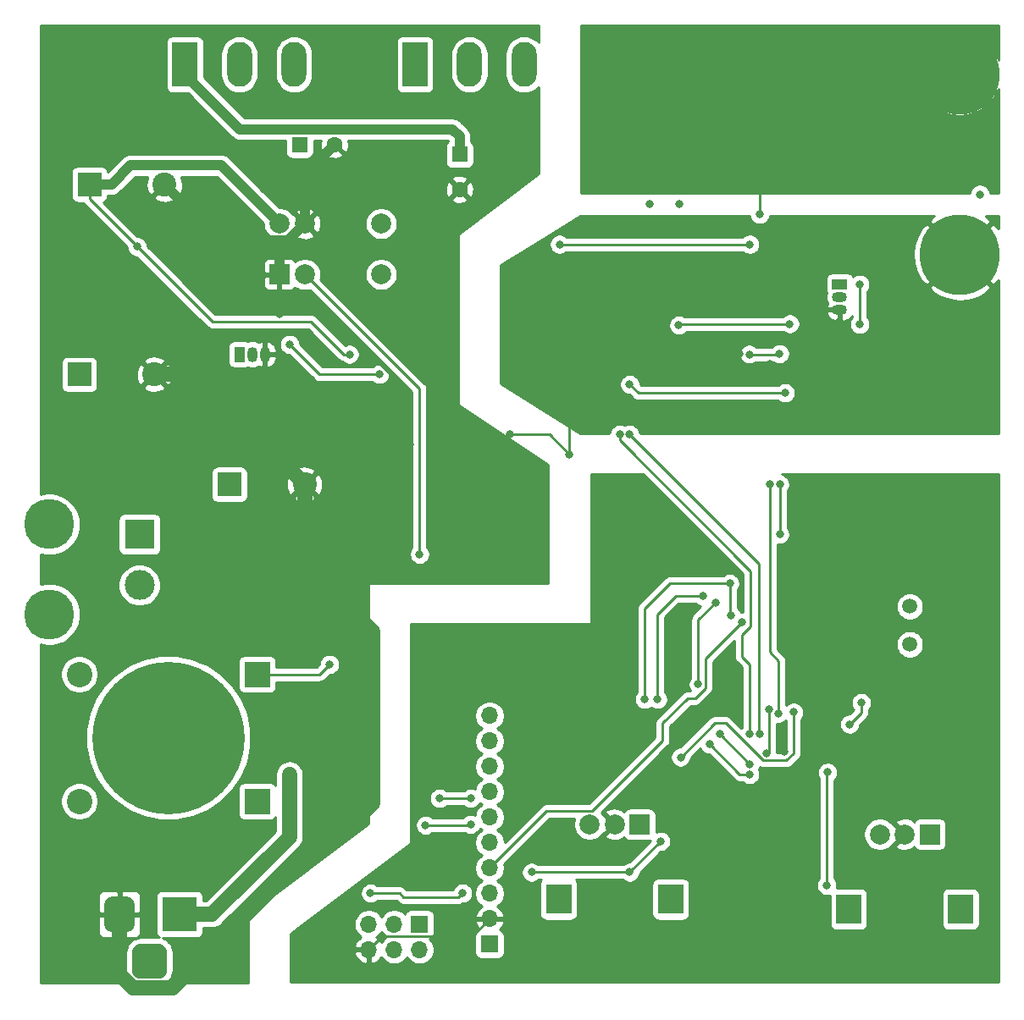
<source format=gbr>
G04 #@! TF.GenerationSoftware,KiCad,Pcbnew,(5.1.5)-3*
G04 #@! TF.CreationDate,2020-06-08T13:02:41+01:00*
G04 #@! TF.ProjectId,25v PSU,32357620-5053-4552-9e6b-696361645f70,rev?*
G04 #@! TF.SameCoordinates,Original*
G04 #@! TF.FileFunction,Copper,L2,Bot*
G04 #@! TF.FilePolarity,Positive*
%FSLAX46Y46*%
G04 Gerber Fmt 4.6, Leading zero omitted, Abs format (unit mm)*
G04 Created by KiCad (PCBNEW (5.1.5)-3) date 2020-06-08 13:02:41*
%MOMM*%
%LPD*%
G04 APERTURE LIST*
%ADD10R,1.700000X1.700000*%
%ADD11O,1.700000X1.700000*%
%ADD12R,2.400000X2.400000*%
%ADD13C,2.400000*%
%ADD14C,1.600000*%
%ADD15R,1.600000X1.600000*%
%ADD16C,5.000000*%
%ADD17C,8.000000*%
%ADD18R,3.500000X3.500000*%
%ADD19C,0.100000*%
%ADD20C,2.000000*%
%ADD21R,2.000000X2.000000*%
%ADD22O,2.500000X4.500000*%
%ADD23R,2.500000X4.500000*%
%ADD24R,2.500000X3.000000*%
%ADD25R,3.000000X3.000000*%
%ADD26C,3.000000*%
%ADD27C,15.240000*%
%ADD28C,2.540000*%
%ADD29R,2.540000X2.540000*%
%ADD30R,1.500000X1.050000*%
%ADD31O,1.500000X1.050000*%
%ADD32O,1.050000X1.500000*%
%ADD33R,1.050000X1.500000*%
%ADD34C,1.500000*%
%ADD35C,0.800000*%
%ADD36C,0.250000*%
%ADD37C,1.000000*%
%ADD38C,1.500000*%
%ADD39C,0.254000*%
G04 APERTURE END LIST*
D10*
X133000000Y-139000000D03*
D11*
X133000000Y-141540000D03*
X130460000Y-139000000D03*
X130460000Y-141540000D03*
X127920000Y-139000000D03*
X127920000Y-141540000D03*
D12*
X114000000Y-95000000D03*
D13*
X121500000Y-95000000D03*
X106500000Y-84000000D03*
D12*
X99000000Y-84000000D03*
D14*
X124500000Y-61000000D03*
D15*
X121000000Y-61000000D03*
X137000000Y-62000000D03*
D14*
X137000000Y-65500000D03*
D12*
X100000000Y-65000000D03*
D13*
X107500000Y-65000000D03*
D16*
X96000000Y-99000000D03*
X96000000Y-108000000D03*
D17*
X187000000Y-54000000D03*
X187000000Y-72000000D03*
D10*
X140000000Y-141000000D03*
D11*
X140000000Y-138460000D03*
X140000000Y-135920000D03*
X140000000Y-133380000D03*
X140000000Y-130840000D03*
X140000000Y-128300000D03*
X140000000Y-125760000D03*
X140000000Y-123220000D03*
X140000000Y-120680000D03*
X140000000Y-118140000D03*
D18*
X109000000Y-138000000D03*
G04 #@! TA.AperFunction,ComponentPad*
D19*
G36*
X103823513Y-136253611D02*
G01*
X103896318Y-136264411D01*
X103967714Y-136282295D01*
X104037013Y-136307090D01*
X104103548Y-136338559D01*
X104166678Y-136376398D01*
X104225795Y-136420242D01*
X104280330Y-136469670D01*
X104329758Y-136524205D01*
X104373602Y-136583322D01*
X104411441Y-136646452D01*
X104442910Y-136712987D01*
X104467705Y-136782286D01*
X104485589Y-136853682D01*
X104496389Y-136926487D01*
X104500000Y-137000000D01*
X104500000Y-139000000D01*
X104496389Y-139073513D01*
X104485589Y-139146318D01*
X104467705Y-139217714D01*
X104442910Y-139287013D01*
X104411441Y-139353548D01*
X104373602Y-139416678D01*
X104329758Y-139475795D01*
X104280330Y-139530330D01*
X104225795Y-139579758D01*
X104166678Y-139623602D01*
X104103548Y-139661441D01*
X104037013Y-139692910D01*
X103967714Y-139717705D01*
X103896318Y-139735589D01*
X103823513Y-139746389D01*
X103750000Y-139750000D01*
X102250000Y-139750000D01*
X102176487Y-139746389D01*
X102103682Y-139735589D01*
X102032286Y-139717705D01*
X101962987Y-139692910D01*
X101896452Y-139661441D01*
X101833322Y-139623602D01*
X101774205Y-139579758D01*
X101719670Y-139530330D01*
X101670242Y-139475795D01*
X101626398Y-139416678D01*
X101588559Y-139353548D01*
X101557090Y-139287013D01*
X101532295Y-139217714D01*
X101514411Y-139146318D01*
X101503611Y-139073513D01*
X101500000Y-139000000D01*
X101500000Y-137000000D01*
X101503611Y-136926487D01*
X101514411Y-136853682D01*
X101532295Y-136782286D01*
X101557090Y-136712987D01*
X101588559Y-136646452D01*
X101626398Y-136583322D01*
X101670242Y-136524205D01*
X101719670Y-136469670D01*
X101774205Y-136420242D01*
X101833322Y-136376398D01*
X101896452Y-136338559D01*
X101962987Y-136307090D01*
X102032286Y-136282295D01*
X102103682Y-136264411D01*
X102176487Y-136253611D01*
X102250000Y-136250000D01*
X103750000Y-136250000D01*
X103823513Y-136253611D01*
G37*
G04 #@! TD.AperFunction*
G04 #@! TA.AperFunction,ComponentPad*
G36*
X106960765Y-140954213D02*
G01*
X107045704Y-140966813D01*
X107128999Y-140987677D01*
X107209848Y-141016605D01*
X107287472Y-141053319D01*
X107361124Y-141097464D01*
X107430094Y-141148616D01*
X107493718Y-141206282D01*
X107551384Y-141269906D01*
X107602536Y-141338876D01*
X107646681Y-141412528D01*
X107683395Y-141490152D01*
X107712323Y-141571001D01*
X107733187Y-141654296D01*
X107745787Y-141739235D01*
X107750000Y-141825000D01*
X107750000Y-143575000D01*
X107745787Y-143660765D01*
X107733187Y-143745704D01*
X107712323Y-143828999D01*
X107683395Y-143909848D01*
X107646681Y-143987472D01*
X107602536Y-144061124D01*
X107551384Y-144130094D01*
X107493718Y-144193718D01*
X107430094Y-144251384D01*
X107361124Y-144302536D01*
X107287472Y-144346681D01*
X107209848Y-144383395D01*
X107128999Y-144412323D01*
X107045704Y-144433187D01*
X106960765Y-144445787D01*
X106875000Y-144450000D01*
X105125000Y-144450000D01*
X105039235Y-144445787D01*
X104954296Y-144433187D01*
X104871001Y-144412323D01*
X104790152Y-144383395D01*
X104712528Y-144346681D01*
X104638876Y-144302536D01*
X104569906Y-144251384D01*
X104506282Y-144193718D01*
X104448616Y-144130094D01*
X104397464Y-144061124D01*
X104353319Y-143987472D01*
X104316605Y-143909848D01*
X104287677Y-143828999D01*
X104266813Y-143745704D01*
X104254213Y-143660765D01*
X104250000Y-143575000D01*
X104250000Y-141825000D01*
X104254213Y-141739235D01*
X104266813Y-141654296D01*
X104287677Y-141571001D01*
X104316605Y-141490152D01*
X104353319Y-141412528D01*
X104397464Y-141338876D01*
X104448616Y-141269906D01*
X104506282Y-141206282D01*
X104569906Y-141148616D01*
X104638876Y-141097464D01*
X104712528Y-141053319D01*
X104790152Y-141016605D01*
X104871001Y-140987677D01*
X104954296Y-140966813D01*
X105039235Y-140954213D01*
X105125000Y-140950000D01*
X106875000Y-140950000D01*
X106960765Y-140954213D01*
G37*
G04 #@! TD.AperFunction*
D20*
X119000000Y-68920000D03*
X121540000Y-68920000D03*
D21*
X119000000Y-74000000D03*
D20*
X121540000Y-74000000D03*
X129160000Y-68920000D03*
X129160000Y-74000000D03*
D22*
X120450000Y-53000000D03*
X115000000Y-53000000D03*
D23*
X109550000Y-53000000D03*
X132550000Y-53000000D03*
D22*
X138000000Y-53000000D03*
X143450000Y-53000000D03*
D21*
X155000000Y-129000000D03*
D20*
X152500000Y-129000000D03*
X150000000Y-129000000D03*
D24*
X158100000Y-136500000D03*
X146900000Y-136500000D03*
X175900000Y-137500000D03*
X187100000Y-137500000D03*
D20*
X179000000Y-130000000D03*
X181500000Y-130000000D03*
D21*
X184000000Y-130000000D03*
D25*
X105000000Y-100000000D03*
D26*
X105000000Y-105080000D03*
D27*
X107890000Y-120350000D03*
D28*
X99000000Y-114000000D03*
X99000000Y-126700000D03*
D29*
X116780000Y-114000000D03*
X116780000Y-126700000D03*
D30*
X175000000Y-75000000D03*
D31*
X175000000Y-77540000D03*
X175000000Y-76270000D03*
D32*
X116270000Y-82000000D03*
X117540000Y-82000000D03*
D33*
X115000000Y-82000000D03*
D34*
X182000000Y-111000000D03*
X182000000Y-107200000D03*
D35*
X176000000Y-119000000D03*
X177162653Y-116837347D03*
X169540000Y-85860000D03*
X154000000Y-85000000D03*
X169000000Y-100000020D03*
X169000000Y-95000000D03*
X173700000Y-135100000D03*
X173800000Y-123800000D03*
X119000000Y-78000000D03*
X124919847Y-79919847D03*
X132000000Y-91000000D03*
X127000000Y-95000000D03*
X137000000Y-96000000D03*
X136000000Y-93000000D03*
X164949998Y-81949998D03*
X168000000Y-83000000D03*
X172800000Y-110600000D03*
X176100000Y-109900000D03*
X169500000Y-111300000D03*
X169500000Y-121725000D03*
X162600000Y-80200000D03*
X160100000Y-83500000D03*
X152600000Y-80600000D03*
X152100000Y-84800000D03*
X152300000Y-79500000D03*
X149800000Y-80000000D03*
X173400000Y-100300000D03*
X175700000Y-102600000D03*
X142000000Y-90000000D03*
X148000000Y-92000000D03*
X149000000Y-86000000D03*
X151000000Y-96000000D03*
X152000000Y-95000000D03*
X140000000Y-90000000D03*
X142000000Y-92000000D03*
X147000000Y-84000000D03*
X157000000Y-89000000D03*
X139000000Y-112000000D03*
X146000000Y-112000000D03*
X153000000Y-111000000D03*
X184000000Y-97000000D03*
X189000000Y-102000000D03*
X182000000Y-102000000D03*
X188000000Y-110000000D03*
X186000000Y-106000000D03*
X182000000Y-117000000D03*
X188000000Y-120000000D03*
X186000000Y-115000000D03*
X186000000Y-125000000D03*
X189000000Y-128000000D03*
X187000000Y-132000000D03*
X183000000Y-134000000D03*
X182000000Y-137000000D03*
X177000000Y-141000000D03*
X167000000Y-138000000D03*
X161000000Y-132000000D03*
X152000000Y-137000000D03*
X146000000Y-120000000D03*
X151000000Y-117000000D03*
X144000000Y-118000000D03*
X143000000Y-123000000D03*
X135000000Y-144000000D03*
X144000000Y-143000000D03*
X166000000Y-143000000D03*
X157000000Y-143000000D03*
X183000000Y-143000000D03*
X156000000Y-125000000D03*
X116000000Y-132000000D03*
X113000000Y-131000000D03*
X111000000Y-109000000D03*
X112000000Y-104000000D03*
X114000000Y-100000000D03*
X125800000Y-107200000D03*
X123000000Y-91000000D03*
X113750000Y-87250000D03*
X118000000Y-88000000D03*
X109000000Y-90000000D03*
X101000000Y-78000000D03*
X101000000Y-71000000D03*
X109000000Y-77000000D03*
X105000000Y-76000000D03*
X110000000Y-69000000D03*
X105000000Y-53000000D03*
X101000000Y-57000000D03*
X99000000Y-61000000D03*
X103000000Y-61000000D03*
X106000000Y-58000000D03*
X108000000Y-60000000D03*
X127750000Y-64250000D03*
X142000000Y-60000000D03*
X133000000Y-67000000D03*
X125000000Y-73000000D03*
X135000000Y-88000000D03*
X117250000Y-90750000D03*
X111000000Y-81000000D03*
X100000000Y-93000000D03*
X117000000Y-107000000D03*
X98000000Y-134000000D03*
X98000000Y-138000000D03*
X187000000Y-87000000D03*
X187000000Y-83000000D03*
X185000000Y-79000000D03*
X189000000Y-66000000D03*
X156000000Y-67000000D03*
X159000000Y-67000000D03*
X158000000Y-75000000D03*
X176000000Y-87000000D03*
X134000000Y-113000000D03*
X134000000Y-122000000D03*
X134000000Y-133000000D03*
X166000000Y-71000000D03*
X147000000Y-71000000D03*
X120000000Y-124000000D03*
X167000000Y-58000000D03*
X167000000Y-68000000D03*
X177000000Y-75000000D03*
X177000000Y-79000000D03*
X162000000Y-60000000D03*
X162000000Y-58000000D03*
X163000000Y-56000000D03*
X165000000Y-55000000D03*
X167000000Y-55000000D03*
X169000000Y-55000000D03*
X171000000Y-56000000D03*
X172000000Y-58000000D03*
X172150000Y-59850000D03*
X133000000Y-102000000D03*
X126000000Y-82000000D03*
X104775000Y-71225000D03*
X170000000Y-78949998D03*
X158912347Y-79087653D03*
X166012653Y-124012653D03*
X161987347Y-120987347D03*
X162987347Y-119987347D03*
X166000000Y-123000000D03*
X124000000Y-113000000D03*
X137300000Y-135900000D03*
X128100000Y-135900000D03*
X167900000Y-117500000D03*
X167700000Y-121900000D03*
X157100000Y-130700000D03*
X144200000Y-133800000D03*
X154000000Y-133800000D03*
X165200000Y-108800000D03*
X170400000Y-117800000D03*
X159100000Y-122300000D03*
X133600000Y-129100000D03*
X138100000Y-129000000D03*
X161300000Y-106200000D03*
X156800000Y-116500000D03*
X164007503Y-104899999D03*
X164150002Y-108150002D03*
X135000000Y-126400000D03*
X138100000Y-126400000D03*
X155500000Y-116500000D03*
X162600000Y-106800000D03*
X160862348Y-115000000D03*
X165950001Y-82000000D03*
X168987348Y-81937346D03*
X168000000Y-95000000D03*
X168900000Y-117900000D03*
X120000000Y-81000000D03*
X129000000Y-84000000D03*
X153000000Y-90000000D03*
X166000000Y-120000000D03*
X154000000Y-90000000D03*
X167012653Y-119987347D03*
D36*
X176000000Y-119000000D02*
X177162653Y-117837347D01*
X177162653Y-117837347D02*
X177162653Y-116837347D01*
X169540000Y-85860000D02*
X154860000Y-85860000D01*
X154860000Y-85860000D02*
X154000000Y-85000000D01*
X169000000Y-100000020D02*
X169000000Y-95000000D01*
X173700000Y-135100000D02*
X173700000Y-123900000D01*
X173700000Y-123900000D02*
X173800000Y-123800000D01*
D37*
X119839999Y-70620001D02*
X120540001Y-69919999D01*
X120540001Y-69919999D02*
X121540000Y-68920000D01*
X113120001Y-70620001D02*
X119839999Y-70620001D01*
X107500000Y-65000000D02*
X113120001Y-70620001D01*
X119000000Y-71460000D02*
X121540000Y-68920000D01*
X119000000Y-74000000D02*
X119000000Y-71460000D01*
X121540000Y-63960000D02*
X124500000Y-61000000D01*
X121540000Y-68920000D02*
X121540000Y-63960000D01*
D36*
X117540000Y-83000000D02*
X117540000Y-82000000D01*
X116540000Y-84000000D02*
X117540000Y-83000000D01*
X106500000Y-84000000D02*
X116540000Y-84000000D01*
X119000000Y-78000000D02*
X119000000Y-74000000D01*
X119000000Y-78000000D02*
X123000000Y-78000000D01*
X123000000Y-78000000D02*
X124919847Y-79919847D01*
X132000000Y-85926998D02*
X132000000Y-91000000D01*
X124919847Y-79919847D02*
X125992849Y-79919847D01*
X125992849Y-79919847D02*
X132000000Y-85926998D01*
X127000000Y-95000000D02*
X127000000Y-93000000D01*
X129000000Y-91000000D02*
X132000000Y-91000000D01*
X127000000Y-93000000D02*
X129000000Y-91000000D01*
X137000000Y-96000000D02*
X137000000Y-94000000D01*
X137000000Y-94000000D02*
X136000000Y-93000000D01*
X165434315Y-83000000D02*
X168000000Y-83000000D01*
X164949998Y-81949998D02*
X164949998Y-82515683D01*
X164949998Y-82515683D02*
X165434315Y-83000000D01*
X175000000Y-78315000D02*
X175000000Y-77540000D01*
X170315000Y-83000000D02*
X175000000Y-78315000D01*
X168000000Y-83000000D02*
X170315000Y-83000000D01*
X172800000Y-110600000D02*
X175400000Y-110600000D01*
X175400000Y-110600000D02*
X176100000Y-109900000D01*
X128769999Y-140690001D02*
X127920000Y-141540000D01*
X129284999Y-140175001D02*
X128769999Y-140690001D01*
X138284999Y-140175001D02*
X129284999Y-140175001D01*
X140000000Y-138460000D02*
X138284999Y-140175001D01*
D38*
X104369056Y-145400010D02*
X108299990Y-145400010D01*
X103000000Y-138000000D02*
X103000000Y-144030954D01*
X103000000Y-144030954D02*
X104369056Y-145400010D01*
X108299990Y-145400010D02*
X125700000Y-128000000D01*
X125700000Y-128000000D02*
X127200000Y-128000000D01*
X127200000Y-128000000D02*
X128300000Y-126900000D01*
X128300000Y-126900000D02*
X128300000Y-109700000D01*
X121500000Y-102900000D02*
X121500000Y-95000000D01*
X128300000Y-109700000D02*
X125800000Y-107200000D01*
X110500000Y-84000000D02*
X106500000Y-84000000D01*
X121500000Y-95000000D02*
X117250000Y-90750000D01*
D36*
X162600000Y-80200000D02*
X160100000Y-82700000D01*
X160100000Y-82700000D02*
X160100000Y-83500000D01*
X152600000Y-80600000D02*
X152100000Y-81100000D01*
X152100000Y-81100000D02*
X152100000Y-84800000D01*
X152300000Y-79500000D02*
X151800000Y-80000000D01*
X151800000Y-80000000D02*
X149800000Y-80000000D01*
X173400000Y-100300000D02*
X175700000Y-102600000D01*
X142000000Y-90000000D02*
X146000000Y-90000000D01*
X146000000Y-90000000D02*
X148000000Y-92000000D01*
X149000000Y-86000000D02*
X148000000Y-87000000D01*
X148000000Y-87000000D02*
X148000000Y-92000000D01*
D38*
X125800000Y-107200000D02*
X121500000Y-102900000D01*
X113750000Y-87250000D02*
X110500000Y-84000000D01*
X117250000Y-90750000D02*
X113750000Y-87250000D01*
D36*
X166000000Y-71000000D02*
X147000000Y-71000000D01*
D38*
X120000000Y-130250000D02*
X120000000Y-124000000D01*
X109000000Y-138000000D02*
X112250000Y-138000000D01*
X112250000Y-138000000D02*
X120000000Y-130250000D01*
D36*
X167000000Y-58000000D02*
X167000000Y-68000000D01*
X177000000Y-75000000D02*
X177000000Y-79000000D01*
X121540000Y-74000000D02*
X133000000Y-85460000D01*
X133000000Y-85460000D02*
X133000000Y-102000000D01*
D37*
X115049999Y-59499999D02*
X136299999Y-59499999D01*
X136299999Y-59499999D02*
X137000000Y-60200000D01*
X109550000Y-54000000D02*
X115049999Y-59499999D01*
X137000000Y-60200000D02*
X137000000Y-62000000D01*
X109550000Y-53000000D02*
X109550000Y-54000000D01*
X104100001Y-63099999D02*
X113179999Y-63099999D01*
X118000001Y-67920001D02*
X119000000Y-68920000D01*
X113179999Y-63099999D02*
X118000001Y-67920001D01*
X102200000Y-65000000D02*
X104100001Y-63099999D01*
X100000000Y-65000000D02*
X102200000Y-65000000D01*
D36*
X112275001Y-78725001D02*
X104775000Y-71225000D01*
X100000000Y-66450000D02*
X100000000Y-65000000D01*
X122159316Y-78725001D02*
X112275001Y-78725001D01*
X125434315Y-82000000D02*
X122159316Y-78725001D01*
X126000000Y-82000000D02*
X125434315Y-82000000D01*
X104775000Y-71225000D02*
X100000000Y-66450000D01*
X170000000Y-78949998D02*
X159050002Y-78949998D01*
X159050002Y-78949998D02*
X158912347Y-79087653D01*
X166012653Y-124012653D02*
X165012653Y-124012653D01*
X165012653Y-124012653D02*
X161987347Y-120987347D01*
X162987347Y-119987347D02*
X166000000Y-123000000D01*
X116780000Y-114000000D02*
X123000000Y-114000000D01*
X123000000Y-114000000D02*
X124000000Y-113000000D01*
X136900001Y-136299999D02*
X131399999Y-136299999D01*
X137300000Y-135900000D02*
X136900001Y-136299999D01*
X131399999Y-136299999D02*
X131000000Y-135900000D01*
X131000000Y-135900000D02*
X128100000Y-135900000D01*
X167900000Y-117500000D02*
X167900000Y-121700000D01*
X167900000Y-121700000D02*
X167700000Y-121900000D01*
X157100000Y-130700000D02*
X154000000Y-133800000D01*
X154000000Y-133800000D02*
X144200000Y-133800000D01*
X154000000Y-133800000D02*
X154000000Y-133800000D01*
X160535350Y-116400000D02*
X159800000Y-116400000D01*
X161587349Y-112412651D02*
X161587349Y-115348001D01*
X159800000Y-116400000D02*
X157300000Y-118900000D01*
X161587349Y-115348001D02*
X160535350Y-116400000D01*
X165200000Y-108800000D02*
X161587349Y-112412651D01*
X140849999Y-132530001D02*
X140000000Y-133380000D01*
X145705001Y-127674999D02*
X140849999Y-132530001D01*
X157300000Y-120600000D02*
X150225001Y-127674999D01*
X150225001Y-127674999D02*
X145705001Y-127674999D01*
X157300000Y-118900000D02*
X157300000Y-120600000D01*
X170400000Y-121898002D02*
X169673001Y-122625001D01*
X170400000Y-117800000D02*
X170400000Y-121898002D01*
X162526998Y-118873002D02*
X159100000Y-122300000D01*
X169673001Y-122625001D02*
X167351999Y-122625001D01*
X163600000Y-118873002D02*
X162526998Y-118873002D01*
X167351999Y-122625001D02*
X163600000Y-118873002D01*
X133600000Y-129100000D02*
X138000000Y-129100000D01*
X138000000Y-129100000D02*
X138100000Y-129000000D01*
X161300000Y-106200000D02*
X158600000Y-106200000D01*
X158600000Y-106200000D02*
X156800000Y-108000000D01*
X156800000Y-108000000D02*
X156800000Y-116500000D01*
X164007503Y-104899999D02*
X164007503Y-108007503D01*
X164007503Y-108007503D02*
X164150002Y-108150002D01*
X135000000Y-126400000D02*
X138100000Y-126400000D01*
X155500000Y-116500000D02*
X155500000Y-107400000D01*
X158000001Y-104899999D02*
X164007503Y-104899999D01*
X155500000Y-107400000D02*
X158000001Y-104899999D01*
X162600000Y-106800000D02*
X160862348Y-108537652D01*
X160862348Y-108537652D02*
X160862348Y-115000000D01*
X165950001Y-82000000D02*
X168924694Y-82000000D01*
X168924694Y-82000000D02*
X168987348Y-81937346D01*
X168000000Y-95565685D02*
X168000000Y-95000000D01*
X168000000Y-111773002D02*
X168000000Y-95565685D01*
X168900000Y-112673002D02*
X168000000Y-111773002D01*
X168900000Y-117900000D02*
X168900000Y-112673002D01*
X120000000Y-81000000D02*
X123000000Y-84000000D01*
X123000000Y-84000000D02*
X129000000Y-84000000D01*
X166100000Y-103665685D02*
X153000000Y-90565685D01*
X166000000Y-113000000D02*
X165217157Y-112217157D01*
X153000000Y-90565685D02*
X153000000Y-90000000D01*
X166000000Y-120000000D02*
X166000000Y-113000000D01*
X166100000Y-109200000D02*
X166100000Y-103665685D01*
X165217157Y-112217157D02*
X165217157Y-110082843D01*
X165217157Y-110082843D02*
X166100000Y-109200000D01*
X166964414Y-102964414D02*
X166964414Y-113871887D01*
X154000000Y-90000000D02*
X166964414Y-102964414D01*
X166964414Y-113871887D02*
X166964414Y-119939108D01*
X166964414Y-119939108D02*
X167012653Y-119987347D01*
D39*
G36*
X166004774Y-68301898D02*
G01*
X166082795Y-68490256D01*
X166196063Y-68659774D01*
X166340226Y-68803937D01*
X166509744Y-68917205D01*
X166698102Y-68995226D01*
X166898061Y-69035000D01*
X167101939Y-69035000D01*
X167301898Y-68995226D01*
X167490256Y-68917205D01*
X167659774Y-68803937D01*
X167803937Y-68659774D01*
X167917205Y-68490256D01*
X167995226Y-68301898D01*
X168030015Y-68127000D01*
X184413811Y-68127000D01*
X184366197Y-68158815D01*
X183910025Y-68730420D01*
X187000000Y-71820395D01*
X190089975Y-68730420D01*
X189633803Y-68158815D01*
X189575961Y-68127000D01*
X190873000Y-68127000D01*
X190873000Y-69413811D01*
X190841185Y-69366197D01*
X190269580Y-68910025D01*
X187179605Y-72000000D01*
X190269580Y-75089975D01*
X190841185Y-74633803D01*
X190873000Y-74575961D01*
X190873000Y-89873000D01*
X155030015Y-89873000D01*
X154995226Y-89698102D01*
X154917205Y-89509744D01*
X154803937Y-89340226D01*
X154659774Y-89196063D01*
X154490256Y-89082795D01*
X154301898Y-89004774D01*
X154101939Y-88965000D01*
X153898061Y-88965000D01*
X153698102Y-89004774D01*
X153509744Y-89082795D01*
X153500000Y-89089306D01*
X153490256Y-89082795D01*
X153301898Y-89004774D01*
X153101939Y-88965000D01*
X152898061Y-88965000D01*
X152698102Y-89004774D01*
X152509744Y-89082795D01*
X152340226Y-89196063D01*
X152196063Y-89340226D01*
X152082795Y-89509744D01*
X152004774Y-89698102D01*
X151969985Y-89873000D01*
X149036424Y-89873000D01*
X141127000Y-84929610D01*
X141127000Y-84898061D01*
X152965000Y-84898061D01*
X152965000Y-85101939D01*
X153004774Y-85301898D01*
X153082795Y-85490256D01*
X153196063Y-85659774D01*
X153340226Y-85803937D01*
X153509744Y-85917205D01*
X153698102Y-85995226D01*
X153898061Y-86035000D01*
X153960198Y-86035000D01*
X154296201Y-86371003D01*
X154319999Y-86400001D01*
X154435724Y-86494974D01*
X154567753Y-86565546D01*
X154711014Y-86609003D01*
X154822667Y-86620000D01*
X154822675Y-86620000D01*
X154860000Y-86623676D01*
X154897325Y-86620000D01*
X168836289Y-86620000D01*
X168880226Y-86663937D01*
X169049744Y-86777205D01*
X169238102Y-86855226D01*
X169438061Y-86895000D01*
X169641939Y-86895000D01*
X169841898Y-86855226D01*
X170030256Y-86777205D01*
X170199774Y-86663937D01*
X170343937Y-86519774D01*
X170457205Y-86350256D01*
X170535226Y-86161898D01*
X170575000Y-85961939D01*
X170575000Y-85758061D01*
X170535226Y-85558102D01*
X170457205Y-85369744D01*
X170343937Y-85200226D01*
X170199774Y-85056063D01*
X170030256Y-84942795D01*
X169841898Y-84864774D01*
X169641939Y-84825000D01*
X169438061Y-84825000D01*
X169238102Y-84864774D01*
X169049744Y-84942795D01*
X168880226Y-85056063D01*
X168836289Y-85100000D01*
X155174802Y-85100000D01*
X155035000Y-84960198D01*
X155035000Y-84898061D01*
X154995226Y-84698102D01*
X154917205Y-84509744D01*
X154803937Y-84340226D01*
X154659774Y-84196063D01*
X154490256Y-84082795D01*
X154301898Y-84004774D01*
X154101939Y-83965000D01*
X153898061Y-83965000D01*
X153698102Y-84004774D01*
X153509744Y-84082795D01*
X153340226Y-84196063D01*
X153196063Y-84340226D01*
X153082795Y-84509744D01*
X153004774Y-84698102D01*
X152965000Y-84898061D01*
X141127000Y-84898061D01*
X141127000Y-81898061D01*
X164915001Y-81898061D01*
X164915001Y-82101939D01*
X164954775Y-82301898D01*
X165032796Y-82490256D01*
X165146064Y-82659774D01*
X165290227Y-82803937D01*
X165459745Y-82917205D01*
X165648103Y-82995226D01*
X165848062Y-83035000D01*
X166051940Y-83035000D01*
X166251899Y-82995226D01*
X166440257Y-82917205D01*
X166609775Y-82803937D01*
X166653712Y-82760000D01*
X168355586Y-82760000D01*
X168497092Y-82854551D01*
X168685450Y-82932572D01*
X168885409Y-82972346D01*
X169089287Y-82972346D01*
X169289246Y-82932572D01*
X169477604Y-82854551D01*
X169647122Y-82741283D01*
X169791285Y-82597120D01*
X169904553Y-82427602D01*
X169982574Y-82239244D01*
X170022348Y-82039285D01*
X170022348Y-81835407D01*
X169982574Y-81635448D01*
X169904553Y-81447090D01*
X169791285Y-81277572D01*
X169647122Y-81133409D01*
X169477604Y-81020141D01*
X169289246Y-80942120D01*
X169089287Y-80902346D01*
X168885409Y-80902346D01*
X168685450Y-80942120D01*
X168497092Y-81020141D01*
X168327574Y-81133409D01*
X168220983Y-81240000D01*
X166653712Y-81240000D01*
X166609775Y-81196063D01*
X166440257Y-81082795D01*
X166251899Y-81004774D01*
X166051940Y-80965000D01*
X165848062Y-80965000D01*
X165648103Y-81004774D01*
X165459745Y-81082795D01*
X165290227Y-81196063D01*
X165146064Y-81340226D01*
X165032796Y-81509744D01*
X164954775Y-81698102D01*
X164915001Y-81898061D01*
X141127000Y-81898061D01*
X141127000Y-78985714D01*
X157877347Y-78985714D01*
X157877347Y-79189592D01*
X157917121Y-79389551D01*
X157995142Y-79577909D01*
X158108410Y-79747427D01*
X158252573Y-79891590D01*
X158422091Y-80004858D01*
X158610449Y-80082879D01*
X158810408Y-80122653D01*
X159014286Y-80122653D01*
X159214245Y-80082879D01*
X159402603Y-80004858D01*
X159572121Y-79891590D01*
X159716284Y-79747427D01*
X159741293Y-79709998D01*
X169296289Y-79709998D01*
X169340226Y-79753935D01*
X169509744Y-79867203D01*
X169698102Y-79945224D01*
X169898061Y-79984998D01*
X170101939Y-79984998D01*
X170301898Y-79945224D01*
X170490256Y-79867203D01*
X170659774Y-79753935D01*
X170803937Y-79609772D01*
X170917205Y-79440254D01*
X170995226Y-79251896D01*
X171035000Y-79051937D01*
X171035000Y-78848059D01*
X170995226Y-78648100D01*
X170917205Y-78459742D01*
X170803937Y-78290224D01*
X170659774Y-78146061D01*
X170490256Y-78032793D01*
X170301898Y-77954772D01*
X170101939Y-77914998D01*
X169898061Y-77914998D01*
X169698102Y-77954772D01*
X169509744Y-78032793D01*
X169340226Y-78146061D01*
X169296289Y-78189998D01*
X159431862Y-78189998D01*
X159402603Y-78170448D01*
X159214245Y-78092427D01*
X159014286Y-78052653D01*
X158810408Y-78052653D01*
X158610449Y-78092427D01*
X158422091Y-78170448D01*
X158252573Y-78283716D01*
X158108410Y-78427879D01*
X157995142Y-78597397D01*
X157917121Y-78785755D01*
X157877347Y-78985714D01*
X141127000Y-78985714D01*
X141127000Y-77845810D01*
X173656036Y-77845810D01*
X173664728Y-77907337D01*
X173757725Y-78116882D01*
X173889816Y-78304258D01*
X174055924Y-78462264D01*
X174249666Y-78584828D01*
X174463596Y-78667239D01*
X174689493Y-78706331D01*
X174873000Y-78546598D01*
X174873000Y-77667000D01*
X173781837Y-77667000D01*
X173656036Y-77845810D01*
X141127000Y-77845810D01*
X141127000Y-76270000D01*
X173609388Y-76270000D01*
X173631785Y-76497400D01*
X173698115Y-76716060D01*
X173798929Y-76904669D01*
X173757725Y-76963118D01*
X173664728Y-77172663D01*
X173656036Y-77234190D01*
X173781837Y-77413000D01*
X174546891Y-77413000D01*
X174547600Y-77413215D01*
X174718021Y-77430000D01*
X175147000Y-77430000D01*
X175147000Y-77667000D01*
X175127000Y-77667000D01*
X175127000Y-78546598D01*
X175310507Y-78706331D01*
X175536404Y-78667239D01*
X175750334Y-78584828D01*
X175944076Y-78462264D01*
X176110184Y-78304258D01*
X176240001Y-78120108D01*
X176240001Y-78296288D01*
X176196063Y-78340226D01*
X176082795Y-78509744D01*
X176004774Y-78698102D01*
X175965000Y-78898061D01*
X175965000Y-79101939D01*
X176004774Y-79301898D01*
X176082795Y-79490256D01*
X176196063Y-79659774D01*
X176340226Y-79803937D01*
X176509744Y-79917205D01*
X176698102Y-79995226D01*
X176898061Y-80035000D01*
X177101939Y-80035000D01*
X177301898Y-79995226D01*
X177490256Y-79917205D01*
X177659774Y-79803937D01*
X177803937Y-79659774D01*
X177917205Y-79490256D01*
X177995226Y-79301898D01*
X178035000Y-79101939D01*
X178035000Y-78898061D01*
X177995226Y-78698102D01*
X177917205Y-78509744D01*
X177803937Y-78340226D01*
X177760000Y-78296289D01*
X177760000Y-75703711D01*
X177803937Y-75659774D01*
X177917205Y-75490256D01*
X177995226Y-75301898D01*
X178001654Y-75269580D01*
X183910025Y-75269580D01*
X184366197Y-75841185D01*
X185166183Y-76281207D01*
X186036641Y-76556704D01*
X186944121Y-76657091D01*
X187853748Y-76578508D01*
X188730566Y-76323975D01*
X189540879Y-75903275D01*
X189633803Y-75841185D01*
X190089975Y-75269580D01*
X187000000Y-72179605D01*
X183910025Y-75269580D01*
X178001654Y-75269580D01*
X178035000Y-75101939D01*
X178035000Y-74898061D01*
X177995226Y-74698102D01*
X177917205Y-74509744D01*
X177803937Y-74340226D01*
X177659774Y-74196063D01*
X177490256Y-74082795D01*
X177301898Y-74004774D01*
X177101939Y-73965000D01*
X176898061Y-73965000D01*
X176698102Y-74004774D01*
X176509744Y-74082795D01*
X176340226Y-74196063D01*
X176327647Y-74208642D01*
X176280537Y-74120506D01*
X176201185Y-74023815D01*
X176104494Y-73944463D01*
X175994180Y-73885498D01*
X175874482Y-73849188D01*
X175750000Y-73836928D01*
X174250000Y-73836928D01*
X174125518Y-73849188D01*
X174005820Y-73885498D01*
X173895506Y-73944463D01*
X173798815Y-74023815D01*
X173719463Y-74120506D01*
X173660498Y-74230820D01*
X173624188Y-74350518D01*
X173611928Y-74475000D01*
X173611928Y-75525000D01*
X173624188Y-75649482D01*
X173660498Y-75769180D01*
X173695093Y-75833902D01*
X173631785Y-76042600D01*
X173609388Y-76270000D01*
X141127000Y-76270000D01*
X141127000Y-73070390D01*
X144602726Y-70898061D01*
X145965000Y-70898061D01*
X145965000Y-71101939D01*
X146004774Y-71301898D01*
X146082795Y-71490256D01*
X146196063Y-71659774D01*
X146340226Y-71803937D01*
X146509744Y-71917205D01*
X146698102Y-71995226D01*
X146898061Y-72035000D01*
X147101939Y-72035000D01*
X147301898Y-71995226D01*
X147490256Y-71917205D01*
X147659774Y-71803937D01*
X147703711Y-71760000D01*
X165296289Y-71760000D01*
X165340226Y-71803937D01*
X165509744Y-71917205D01*
X165698102Y-71995226D01*
X165898061Y-72035000D01*
X166101939Y-72035000D01*
X166301898Y-71995226D01*
X166425275Y-71944121D01*
X182342909Y-71944121D01*
X182421492Y-72853748D01*
X182676025Y-73730566D01*
X183096725Y-74540879D01*
X183158815Y-74633803D01*
X183730420Y-75089975D01*
X186820395Y-72000000D01*
X183730420Y-68910025D01*
X183158815Y-69366197D01*
X182718793Y-70166183D01*
X182443296Y-71036641D01*
X182342909Y-71944121D01*
X166425275Y-71944121D01*
X166490256Y-71917205D01*
X166659774Y-71803937D01*
X166803937Y-71659774D01*
X166917205Y-71490256D01*
X166995226Y-71301898D01*
X167035000Y-71101939D01*
X167035000Y-70898061D01*
X166995226Y-70698102D01*
X166917205Y-70509744D01*
X166803937Y-70340226D01*
X166659774Y-70196063D01*
X166490256Y-70082795D01*
X166301898Y-70004774D01*
X166101939Y-69965000D01*
X165898061Y-69965000D01*
X165698102Y-70004774D01*
X165509744Y-70082795D01*
X165340226Y-70196063D01*
X165296289Y-70240000D01*
X147703711Y-70240000D01*
X147659774Y-70196063D01*
X147490256Y-70082795D01*
X147301898Y-70004774D01*
X147101939Y-69965000D01*
X146898061Y-69965000D01*
X146698102Y-70004774D01*
X146509744Y-70082795D01*
X146340226Y-70196063D01*
X146196063Y-70340226D01*
X146082795Y-70509744D01*
X146004774Y-70698102D01*
X145965000Y-70898061D01*
X144602726Y-70898061D01*
X149036424Y-68127000D01*
X165969985Y-68127000D01*
X166004774Y-68301898D01*
G37*
X166004774Y-68301898D02*
X166082795Y-68490256D01*
X166196063Y-68659774D01*
X166340226Y-68803937D01*
X166509744Y-68917205D01*
X166698102Y-68995226D01*
X166898061Y-69035000D01*
X167101939Y-69035000D01*
X167301898Y-68995226D01*
X167490256Y-68917205D01*
X167659774Y-68803937D01*
X167803937Y-68659774D01*
X167917205Y-68490256D01*
X167995226Y-68301898D01*
X168030015Y-68127000D01*
X184413811Y-68127000D01*
X184366197Y-68158815D01*
X183910025Y-68730420D01*
X187000000Y-71820395D01*
X190089975Y-68730420D01*
X189633803Y-68158815D01*
X189575961Y-68127000D01*
X190873000Y-68127000D01*
X190873000Y-69413811D01*
X190841185Y-69366197D01*
X190269580Y-68910025D01*
X187179605Y-72000000D01*
X190269580Y-75089975D01*
X190841185Y-74633803D01*
X190873000Y-74575961D01*
X190873000Y-89873000D01*
X155030015Y-89873000D01*
X154995226Y-89698102D01*
X154917205Y-89509744D01*
X154803937Y-89340226D01*
X154659774Y-89196063D01*
X154490256Y-89082795D01*
X154301898Y-89004774D01*
X154101939Y-88965000D01*
X153898061Y-88965000D01*
X153698102Y-89004774D01*
X153509744Y-89082795D01*
X153500000Y-89089306D01*
X153490256Y-89082795D01*
X153301898Y-89004774D01*
X153101939Y-88965000D01*
X152898061Y-88965000D01*
X152698102Y-89004774D01*
X152509744Y-89082795D01*
X152340226Y-89196063D01*
X152196063Y-89340226D01*
X152082795Y-89509744D01*
X152004774Y-89698102D01*
X151969985Y-89873000D01*
X149036424Y-89873000D01*
X141127000Y-84929610D01*
X141127000Y-84898061D01*
X152965000Y-84898061D01*
X152965000Y-85101939D01*
X153004774Y-85301898D01*
X153082795Y-85490256D01*
X153196063Y-85659774D01*
X153340226Y-85803937D01*
X153509744Y-85917205D01*
X153698102Y-85995226D01*
X153898061Y-86035000D01*
X153960198Y-86035000D01*
X154296201Y-86371003D01*
X154319999Y-86400001D01*
X154435724Y-86494974D01*
X154567753Y-86565546D01*
X154711014Y-86609003D01*
X154822667Y-86620000D01*
X154822675Y-86620000D01*
X154860000Y-86623676D01*
X154897325Y-86620000D01*
X168836289Y-86620000D01*
X168880226Y-86663937D01*
X169049744Y-86777205D01*
X169238102Y-86855226D01*
X169438061Y-86895000D01*
X169641939Y-86895000D01*
X169841898Y-86855226D01*
X170030256Y-86777205D01*
X170199774Y-86663937D01*
X170343937Y-86519774D01*
X170457205Y-86350256D01*
X170535226Y-86161898D01*
X170575000Y-85961939D01*
X170575000Y-85758061D01*
X170535226Y-85558102D01*
X170457205Y-85369744D01*
X170343937Y-85200226D01*
X170199774Y-85056063D01*
X170030256Y-84942795D01*
X169841898Y-84864774D01*
X169641939Y-84825000D01*
X169438061Y-84825000D01*
X169238102Y-84864774D01*
X169049744Y-84942795D01*
X168880226Y-85056063D01*
X168836289Y-85100000D01*
X155174802Y-85100000D01*
X155035000Y-84960198D01*
X155035000Y-84898061D01*
X154995226Y-84698102D01*
X154917205Y-84509744D01*
X154803937Y-84340226D01*
X154659774Y-84196063D01*
X154490256Y-84082795D01*
X154301898Y-84004774D01*
X154101939Y-83965000D01*
X153898061Y-83965000D01*
X153698102Y-84004774D01*
X153509744Y-84082795D01*
X153340226Y-84196063D01*
X153196063Y-84340226D01*
X153082795Y-84509744D01*
X153004774Y-84698102D01*
X152965000Y-84898061D01*
X141127000Y-84898061D01*
X141127000Y-81898061D01*
X164915001Y-81898061D01*
X164915001Y-82101939D01*
X164954775Y-82301898D01*
X165032796Y-82490256D01*
X165146064Y-82659774D01*
X165290227Y-82803937D01*
X165459745Y-82917205D01*
X165648103Y-82995226D01*
X165848062Y-83035000D01*
X166051940Y-83035000D01*
X166251899Y-82995226D01*
X166440257Y-82917205D01*
X166609775Y-82803937D01*
X166653712Y-82760000D01*
X168355586Y-82760000D01*
X168497092Y-82854551D01*
X168685450Y-82932572D01*
X168885409Y-82972346D01*
X169089287Y-82972346D01*
X169289246Y-82932572D01*
X169477604Y-82854551D01*
X169647122Y-82741283D01*
X169791285Y-82597120D01*
X169904553Y-82427602D01*
X169982574Y-82239244D01*
X170022348Y-82039285D01*
X170022348Y-81835407D01*
X169982574Y-81635448D01*
X169904553Y-81447090D01*
X169791285Y-81277572D01*
X169647122Y-81133409D01*
X169477604Y-81020141D01*
X169289246Y-80942120D01*
X169089287Y-80902346D01*
X168885409Y-80902346D01*
X168685450Y-80942120D01*
X168497092Y-81020141D01*
X168327574Y-81133409D01*
X168220983Y-81240000D01*
X166653712Y-81240000D01*
X166609775Y-81196063D01*
X166440257Y-81082795D01*
X166251899Y-81004774D01*
X166051940Y-80965000D01*
X165848062Y-80965000D01*
X165648103Y-81004774D01*
X165459745Y-81082795D01*
X165290227Y-81196063D01*
X165146064Y-81340226D01*
X165032796Y-81509744D01*
X164954775Y-81698102D01*
X164915001Y-81898061D01*
X141127000Y-81898061D01*
X141127000Y-78985714D01*
X157877347Y-78985714D01*
X157877347Y-79189592D01*
X157917121Y-79389551D01*
X157995142Y-79577909D01*
X158108410Y-79747427D01*
X158252573Y-79891590D01*
X158422091Y-80004858D01*
X158610449Y-80082879D01*
X158810408Y-80122653D01*
X159014286Y-80122653D01*
X159214245Y-80082879D01*
X159402603Y-80004858D01*
X159572121Y-79891590D01*
X159716284Y-79747427D01*
X159741293Y-79709998D01*
X169296289Y-79709998D01*
X169340226Y-79753935D01*
X169509744Y-79867203D01*
X169698102Y-79945224D01*
X169898061Y-79984998D01*
X170101939Y-79984998D01*
X170301898Y-79945224D01*
X170490256Y-79867203D01*
X170659774Y-79753935D01*
X170803937Y-79609772D01*
X170917205Y-79440254D01*
X170995226Y-79251896D01*
X171035000Y-79051937D01*
X171035000Y-78848059D01*
X170995226Y-78648100D01*
X170917205Y-78459742D01*
X170803937Y-78290224D01*
X170659774Y-78146061D01*
X170490256Y-78032793D01*
X170301898Y-77954772D01*
X170101939Y-77914998D01*
X169898061Y-77914998D01*
X169698102Y-77954772D01*
X169509744Y-78032793D01*
X169340226Y-78146061D01*
X169296289Y-78189998D01*
X159431862Y-78189998D01*
X159402603Y-78170448D01*
X159214245Y-78092427D01*
X159014286Y-78052653D01*
X158810408Y-78052653D01*
X158610449Y-78092427D01*
X158422091Y-78170448D01*
X158252573Y-78283716D01*
X158108410Y-78427879D01*
X157995142Y-78597397D01*
X157917121Y-78785755D01*
X157877347Y-78985714D01*
X141127000Y-78985714D01*
X141127000Y-77845810D01*
X173656036Y-77845810D01*
X173664728Y-77907337D01*
X173757725Y-78116882D01*
X173889816Y-78304258D01*
X174055924Y-78462264D01*
X174249666Y-78584828D01*
X174463596Y-78667239D01*
X174689493Y-78706331D01*
X174873000Y-78546598D01*
X174873000Y-77667000D01*
X173781837Y-77667000D01*
X173656036Y-77845810D01*
X141127000Y-77845810D01*
X141127000Y-76270000D01*
X173609388Y-76270000D01*
X173631785Y-76497400D01*
X173698115Y-76716060D01*
X173798929Y-76904669D01*
X173757725Y-76963118D01*
X173664728Y-77172663D01*
X173656036Y-77234190D01*
X173781837Y-77413000D01*
X174546891Y-77413000D01*
X174547600Y-77413215D01*
X174718021Y-77430000D01*
X175147000Y-77430000D01*
X175147000Y-77667000D01*
X175127000Y-77667000D01*
X175127000Y-78546598D01*
X175310507Y-78706331D01*
X175536404Y-78667239D01*
X175750334Y-78584828D01*
X175944076Y-78462264D01*
X176110184Y-78304258D01*
X176240001Y-78120108D01*
X176240001Y-78296288D01*
X176196063Y-78340226D01*
X176082795Y-78509744D01*
X176004774Y-78698102D01*
X175965000Y-78898061D01*
X175965000Y-79101939D01*
X176004774Y-79301898D01*
X176082795Y-79490256D01*
X176196063Y-79659774D01*
X176340226Y-79803937D01*
X176509744Y-79917205D01*
X176698102Y-79995226D01*
X176898061Y-80035000D01*
X177101939Y-80035000D01*
X177301898Y-79995226D01*
X177490256Y-79917205D01*
X177659774Y-79803937D01*
X177803937Y-79659774D01*
X177917205Y-79490256D01*
X177995226Y-79301898D01*
X178035000Y-79101939D01*
X178035000Y-78898061D01*
X177995226Y-78698102D01*
X177917205Y-78509744D01*
X177803937Y-78340226D01*
X177760000Y-78296289D01*
X177760000Y-75703711D01*
X177803937Y-75659774D01*
X177917205Y-75490256D01*
X177995226Y-75301898D01*
X178001654Y-75269580D01*
X183910025Y-75269580D01*
X184366197Y-75841185D01*
X185166183Y-76281207D01*
X186036641Y-76556704D01*
X186944121Y-76657091D01*
X187853748Y-76578508D01*
X188730566Y-76323975D01*
X189540879Y-75903275D01*
X189633803Y-75841185D01*
X190089975Y-75269580D01*
X187000000Y-72179605D01*
X183910025Y-75269580D01*
X178001654Y-75269580D01*
X178035000Y-75101939D01*
X178035000Y-74898061D01*
X177995226Y-74698102D01*
X177917205Y-74509744D01*
X177803937Y-74340226D01*
X177659774Y-74196063D01*
X177490256Y-74082795D01*
X177301898Y-74004774D01*
X177101939Y-73965000D01*
X176898061Y-73965000D01*
X176698102Y-74004774D01*
X176509744Y-74082795D01*
X176340226Y-74196063D01*
X176327647Y-74208642D01*
X176280537Y-74120506D01*
X176201185Y-74023815D01*
X176104494Y-73944463D01*
X175994180Y-73885498D01*
X175874482Y-73849188D01*
X175750000Y-73836928D01*
X174250000Y-73836928D01*
X174125518Y-73849188D01*
X174005820Y-73885498D01*
X173895506Y-73944463D01*
X173798815Y-74023815D01*
X173719463Y-74120506D01*
X173660498Y-74230820D01*
X173624188Y-74350518D01*
X173611928Y-74475000D01*
X173611928Y-75525000D01*
X173624188Y-75649482D01*
X173660498Y-75769180D01*
X173695093Y-75833902D01*
X173631785Y-76042600D01*
X173609388Y-76270000D01*
X141127000Y-76270000D01*
X141127000Y-73070390D01*
X144602726Y-70898061D01*
X145965000Y-70898061D01*
X145965000Y-71101939D01*
X146004774Y-71301898D01*
X146082795Y-71490256D01*
X146196063Y-71659774D01*
X146340226Y-71803937D01*
X146509744Y-71917205D01*
X146698102Y-71995226D01*
X146898061Y-72035000D01*
X147101939Y-72035000D01*
X147301898Y-71995226D01*
X147490256Y-71917205D01*
X147659774Y-71803937D01*
X147703711Y-71760000D01*
X165296289Y-71760000D01*
X165340226Y-71803937D01*
X165509744Y-71917205D01*
X165698102Y-71995226D01*
X165898061Y-72035000D01*
X166101939Y-72035000D01*
X166301898Y-71995226D01*
X166425275Y-71944121D01*
X182342909Y-71944121D01*
X182421492Y-72853748D01*
X182676025Y-73730566D01*
X183096725Y-74540879D01*
X183158815Y-74633803D01*
X183730420Y-75089975D01*
X186820395Y-72000000D01*
X183730420Y-68910025D01*
X183158815Y-69366197D01*
X182718793Y-70166183D01*
X182443296Y-71036641D01*
X182342909Y-71944121D01*
X166425275Y-71944121D01*
X166490256Y-71917205D01*
X166659774Y-71803937D01*
X166803937Y-71659774D01*
X166917205Y-71490256D01*
X166995226Y-71301898D01*
X167035000Y-71101939D01*
X167035000Y-70898061D01*
X166995226Y-70698102D01*
X166917205Y-70509744D01*
X166803937Y-70340226D01*
X166659774Y-70196063D01*
X166490256Y-70082795D01*
X166301898Y-70004774D01*
X166101939Y-69965000D01*
X165898061Y-69965000D01*
X165698102Y-70004774D01*
X165509744Y-70082795D01*
X165340226Y-70196063D01*
X165296289Y-70240000D01*
X147703711Y-70240000D01*
X147659774Y-70196063D01*
X147490256Y-70082795D01*
X147301898Y-70004774D01*
X147101939Y-69965000D01*
X146898061Y-69965000D01*
X146698102Y-70004774D01*
X146509744Y-70082795D01*
X146340226Y-70196063D01*
X146196063Y-70340226D01*
X146082795Y-70509744D01*
X146004774Y-70698102D01*
X145965000Y-70898061D01*
X144602726Y-70898061D01*
X149036424Y-68127000D01*
X165969985Y-68127000D01*
X166004774Y-68301898D01*
G36*
X165340001Y-103980488D02*
G01*
X165340000Y-107772571D01*
X165301939Y-107765000D01*
X165110805Y-107765000D01*
X165067207Y-107659746D01*
X164953939Y-107490228D01*
X164809776Y-107346065D01*
X164767503Y-107317819D01*
X164767503Y-105603710D01*
X164811440Y-105559773D01*
X164924708Y-105390255D01*
X165002729Y-105201897D01*
X165042503Y-105001938D01*
X165042503Y-104798060D01*
X165002729Y-104598101D01*
X164924708Y-104409743D01*
X164811440Y-104240225D01*
X164667277Y-104096062D01*
X164497759Y-103982794D01*
X164309401Y-103904773D01*
X164109442Y-103864999D01*
X163905564Y-103864999D01*
X163705605Y-103904773D01*
X163517247Y-103982794D01*
X163347729Y-104096062D01*
X163303792Y-104139999D01*
X158037323Y-104139999D01*
X158000000Y-104136323D01*
X157962677Y-104139999D01*
X157962668Y-104139999D01*
X157851015Y-104150996D01*
X157707754Y-104194453D01*
X157575725Y-104265025D01*
X157460000Y-104359998D01*
X157436202Y-104388996D01*
X154988998Y-106836201D01*
X154960000Y-106859999D01*
X154936202Y-106888997D01*
X154936201Y-106888998D01*
X154865026Y-106975724D01*
X154794454Y-107107754D01*
X154780191Y-107154776D01*
X154750998Y-107251014D01*
X154745090Y-107311003D01*
X154736324Y-107400000D01*
X154740001Y-107437332D01*
X154740000Y-115796289D01*
X154696063Y-115840226D01*
X154582795Y-116009744D01*
X154504774Y-116198102D01*
X154465000Y-116398061D01*
X154465000Y-116601939D01*
X154504774Y-116801898D01*
X154582795Y-116990256D01*
X154696063Y-117159774D01*
X154840226Y-117303937D01*
X155009744Y-117417205D01*
X155198102Y-117495226D01*
X155398061Y-117535000D01*
X155601939Y-117535000D01*
X155801898Y-117495226D01*
X155990256Y-117417205D01*
X156150000Y-117310468D01*
X156309744Y-117417205D01*
X156498102Y-117495226D01*
X156698061Y-117535000D01*
X156901939Y-117535000D01*
X157101898Y-117495226D01*
X157290256Y-117417205D01*
X157459774Y-117303937D01*
X157603937Y-117159774D01*
X157717205Y-116990256D01*
X157795226Y-116801898D01*
X157835000Y-116601939D01*
X157835000Y-116398061D01*
X157795226Y-116198102D01*
X157717205Y-116009744D01*
X157603937Y-115840226D01*
X157560000Y-115796289D01*
X157560000Y-108314801D01*
X158914803Y-106960000D01*
X160596289Y-106960000D01*
X160640226Y-107003937D01*
X160809744Y-107117205D01*
X160998102Y-107195226D01*
X161108094Y-107217105D01*
X160351351Y-107973848D01*
X160322347Y-107997651D01*
X160278567Y-108050998D01*
X160227374Y-108113376D01*
X160161722Y-108236201D01*
X160156802Y-108245406D01*
X160113345Y-108388667D01*
X160102348Y-108500320D01*
X160102348Y-108500330D01*
X160098672Y-108537652D01*
X160102348Y-108574975D01*
X160102349Y-114296288D01*
X160058411Y-114340226D01*
X159945143Y-114509744D01*
X159867122Y-114698102D01*
X159827348Y-114898061D01*
X159827348Y-115101939D01*
X159867122Y-115301898D01*
X159945143Y-115490256D01*
X160045198Y-115640000D01*
X159837323Y-115640000D01*
X159800000Y-115636324D01*
X159762677Y-115640000D01*
X159762667Y-115640000D01*
X159651014Y-115650997D01*
X159507753Y-115694454D01*
X159375723Y-115765026D01*
X159292083Y-115833668D01*
X159259999Y-115859999D01*
X159236201Y-115888997D01*
X156789003Y-118336196D01*
X156759999Y-118359999D01*
X156713052Y-118417205D01*
X156665026Y-118475724D01*
X156657931Y-118488998D01*
X156594454Y-118607754D01*
X156550997Y-118751015D01*
X156540000Y-118862668D01*
X156540000Y-118862678D01*
X156536324Y-118900000D01*
X156540000Y-118937323D01*
X156540001Y-120285197D01*
X149910200Y-126914999D01*
X145742326Y-126914999D01*
X145705001Y-126911323D01*
X145667676Y-126914999D01*
X145667668Y-126914999D01*
X145556015Y-126925996D01*
X145412754Y-126969453D01*
X145280725Y-127040025D01*
X145165000Y-127134998D01*
X145141202Y-127163996D01*
X141485000Y-130820199D01*
X141485000Y-130693740D01*
X141427932Y-130406842D01*
X141315990Y-130136589D01*
X141153475Y-129893368D01*
X140946632Y-129686525D01*
X140772240Y-129570000D01*
X140946632Y-129453475D01*
X141153475Y-129246632D01*
X141315990Y-129003411D01*
X141427932Y-128733158D01*
X141485000Y-128446260D01*
X141485000Y-128153740D01*
X141427932Y-127866842D01*
X141315990Y-127596589D01*
X141153475Y-127353368D01*
X140946632Y-127146525D01*
X140772240Y-127030000D01*
X140946632Y-126913475D01*
X141153475Y-126706632D01*
X141315990Y-126463411D01*
X141427932Y-126193158D01*
X141485000Y-125906260D01*
X141485000Y-125613740D01*
X141427932Y-125326842D01*
X141315990Y-125056589D01*
X141153475Y-124813368D01*
X140946632Y-124606525D01*
X140772240Y-124490000D01*
X140946632Y-124373475D01*
X141153475Y-124166632D01*
X141315990Y-123923411D01*
X141427932Y-123653158D01*
X141485000Y-123366260D01*
X141485000Y-123073740D01*
X141427932Y-122786842D01*
X141315990Y-122516589D01*
X141153475Y-122273368D01*
X140946632Y-122066525D01*
X140772240Y-121950000D01*
X140946632Y-121833475D01*
X141153475Y-121626632D01*
X141315990Y-121383411D01*
X141427932Y-121113158D01*
X141485000Y-120826260D01*
X141485000Y-120533740D01*
X141427932Y-120246842D01*
X141315990Y-119976589D01*
X141153475Y-119733368D01*
X140946632Y-119526525D01*
X140772240Y-119410000D01*
X140946632Y-119293475D01*
X141153475Y-119086632D01*
X141315990Y-118843411D01*
X141427932Y-118573158D01*
X141485000Y-118286260D01*
X141485000Y-117993740D01*
X141427932Y-117706842D01*
X141315990Y-117436589D01*
X141153475Y-117193368D01*
X140946632Y-116986525D01*
X140703411Y-116824010D01*
X140433158Y-116712068D01*
X140146260Y-116655000D01*
X139853740Y-116655000D01*
X139566842Y-116712068D01*
X139296589Y-116824010D01*
X139053368Y-116986525D01*
X138846525Y-117193368D01*
X138684010Y-117436589D01*
X138572068Y-117706842D01*
X138515000Y-117993740D01*
X138515000Y-118286260D01*
X138572068Y-118573158D01*
X138684010Y-118843411D01*
X138846525Y-119086632D01*
X139053368Y-119293475D01*
X139227760Y-119410000D01*
X139053368Y-119526525D01*
X138846525Y-119733368D01*
X138684010Y-119976589D01*
X138572068Y-120246842D01*
X138515000Y-120533740D01*
X138515000Y-120826260D01*
X138572068Y-121113158D01*
X138684010Y-121383411D01*
X138846525Y-121626632D01*
X139053368Y-121833475D01*
X139227760Y-121950000D01*
X139053368Y-122066525D01*
X138846525Y-122273368D01*
X138684010Y-122516589D01*
X138572068Y-122786842D01*
X138515000Y-123073740D01*
X138515000Y-123366260D01*
X138572068Y-123653158D01*
X138684010Y-123923411D01*
X138846525Y-124166632D01*
X139053368Y-124373475D01*
X139227760Y-124490000D01*
X139053368Y-124606525D01*
X138846525Y-124813368D01*
X138684010Y-125056589D01*
X138572068Y-125326842D01*
X138544793Y-125463963D01*
X138401898Y-125404774D01*
X138201939Y-125365000D01*
X137998061Y-125365000D01*
X137798102Y-125404774D01*
X137609744Y-125482795D01*
X137440226Y-125596063D01*
X137396289Y-125640000D01*
X135703711Y-125640000D01*
X135659774Y-125596063D01*
X135490256Y-125482795D01*
X135301898Y-125404774D01*
X135101939Y-125365000D01*
X134898061Y-125365000D01*
X134698102Y-125404774D01*
X134509744Y-125482795D01*
X134340226Y-125596063D01*
X134196063Y-125740226D01*
X134082795Y-125909744D01*
X134004774Y-126098102D01*
X133965000Y-126298061D01*
X133965000Y-126501939D01*
X134004774Y-126701898D01*
X134082795Y-126890256D01*
X134196063Y-127059774D01*
X134340226Y-127203937D01*
X134509744Y-127317205D01*
X134698102Y-127395226D01*
X134898061Y-127435000D01*
X135101939Y-127435000D01*
X135301898Y-127395226D01*
X135490256Y-127317205D01*
X135659774Y-127203937D01*
X135703711Y-127160000D01*
X137396289Y-127160000D01*
X137440226Y-127203937D01*
X137609744Y-127317205D01*
X137798102Y-127395226D01*
X137998061Y-127435000D01*
X138201939Y-127435000D01*
X138401898Y-127395226D01*
X138590256Y-127317205D01*
X138759774Y-127203937D01*
X138903937Y-127059774D01*
X139017205Y-126890256D01*
X139020996Y-126881103D01*
X139053368Y-126913475D01*
X139227760Y-127030000D01*
X139053368Y-127146525D01*
X138846525Y-127353368D01*
X138684010Y-127596589D01*
X138572068Y-127866842D01*
X138533766Y-128059396D01*
X138401898Y-128004774D01*
X138201939Y-127965000D01*
X137998061Y-127965000D01*
X137798102Y-128004774D01*
X137609744Y-128082795D01*
X137440226Y-128196063D01*
X137296289Y-128340000D01*
X134303711Y-128340000D01*
X134259774Y-128296063D01*
X134090256Y-128182795D01*
X133901898Y-128104774D01*
X133701939Y-128065000D01*
X133498061Y-128065000D01*
X133298102Y-128104774D01*
X133109744Y-128182795D01*
X132940226Y-128296063D01*
X132796063Y-128440226D01*
X132682795Y-128609744D01*
X132604774Y-128798102D01*
X132565000Y-128998061D01*
X132565000Y-129201939D01*
X132604774Y-129401898D01*
X132682795Y-129590256D01*
X132796063Y-129759774D01*
X132940226Y-129903937D01*
X133109744Y-130017205D01*
X133298102Y-130095226D01*
X133498061Y-130135000D01*
X133701939Y-130135000D01*
X133901898Y-130095226D01*
X134090256Y-130017205D01*
X134259774Y-129903937D01*
X134303711Y-129860000D01*
X137524130Y-129860000D01*
X137609744Y-129917205D01*
X137798102Y-129995226D01*
X137998061Y-130035000D01*
X138201939Y-130035000D01*
X138401898Y-129995226D01*
X138590256Y-129917205D01*
X138759774Y-129803937D01*
X138903937Y-129659774D01*
X139017205Y-129490256D01*
X139038570Y-129438677D01*
X139053368Y-129453475D01*
X139227760Y-129570000D01*
X139053368Y-129686525D01*
X138846525Y-129893368D01*
X138684010Y-130136589D01*
X138572068Y-130406842D01*
X138515000Y-130693740D01*
X138515000Y-130986260D01*
X138572068Y-131273158D01*
X138684010Y-131543411D01*
X138846525Y-131786632D01*
X139053368Y-131993475D01*
X139227760Y-132110000D01*
X139053368Y-132226525D01*
X138846525Y-132433368D01*
X138684010Y-132676589D01*
X138572068Y-132946842D01*
X138515000Y-133233740D01*
X138515000Y-133526260D01*
X138572068Y-133813158D01*
X138684010Y-134083411D01*
X138846525Y-134326632D01*
X139053368Y-134533475D01*
X139227760Y-134650000D01*
X139053368Y-134766525D01*
X138846525Y-134973368D01*
X138684010Y-135216589D01*
X138572068Y-135486842D01*
X138515000Y-135773740D01*
X138515000Y-136066260D01*
X138572068Y-136353158D01*
X138684010Y-136623411D01*
X138846525Y-136866632D01*
X139053368Y-137073475D01*
X139235534Y-137195195D01*
X139118645Y-137264822D01*
X138902412Y-137459731D01*
X138728359Y-137693080D01*
X138603175Y-137955901D01*
X138558524Y-138103110D01*
X138679845Y-138333000D01*
X139873000Y-138333000D01*
X139873000Y-138313000D01*
X140127000Y-138313000D01*
X140127000Y-138333000D01*
X141320155Y-138333000D01*
X141441476Y-138103110D01*
X141396825Y-137955901D01*
X141271641Y-137693080D01*
X141097588Y-137459731D01*
X140881355Y-137264822D01*
X140764466Y-137195195D01*
X140946632Y-137073475D01*
X141153475Y-136866632D01*
X141315990Y-136623411D01*
X141427932Y-136353158D01*
X141485000Y-136066260D01*
X141485000Y-135773740D01*
X141427932Y-135486842D01*
X141315990Y-135216589D01*
X141153475Y-134973368D01*
X140946632Y-134766525D01*
X140772240Y-134650000D01*
X140946632Y-134533475D01*
X141153475Y-134326632D01*
X141315990Y-134083411D01*
X141427932Y-133813158D01*
X141450826Y-133698061D01*
X143165000Y-133698061D01*
X143165000Y-133901939D01*
X143204774Y-134101898D01*
X143282795Y-134290256D01*
X143396063Y-134459774D01*
X143540226Y-134603937D01*
X143709744Y-134717205D01*
X143898102Y-134795226D01*
X144098061Y-134835000D01*
X144301939Y-134835000D01*
X144501898Y-134795226D01*
X144690256Y-134717205D01*
X144859774Y-134603937D01*
X144903711Y-134560000D01*
X145189636Y-134560000D01*
X145119463Y-134645506D01*
X145060498Y-134755820D01*
X145024188Y-134875518D01*
X145011928Y-135000000D01*
X145011928Y-138000000D01*
X145024188Y-138124482D01*
X145060498Y-138244180D01*
X145119463Y-138354494D01*
X145198815Y-138451185D01*
X145295506Y-138530537D01*
X145405820Y-138589502D01*
X145525518Y-138625812D01*
X145650000Y-138638072D01*
X148150000Y-138638072D01*
X148274482Y-138625812D01*
X148394180Y-138589502D01*
X148504494Y-138530537D01*
X148601185Y-138451185D01*
X148680537Y-138354494D01*
X148739502Y-138244180D01*
X148775812Y-138124482D01*
X148788072Y-138000000D01*
X148788072Y-135000000D01*
X156211928Y-135000000D01*
X156211928Y-138000000D01*
X156224188Y-138124482D01*
X156260498Y-138244180D01*
X156319463Y-138354494D01*
X156398815Y-138451185D01*
X156495506Y-138530537D01*
X156605820Y-138589502D01*
X156725518Y-138625812D01*
X156850000Y-138638072D01*
X159350000Y-138638072D01*
X159474482Y-138625812D01*
X159594180Y-138589502D01*
X159704494Y-138530537D01*
X159801185Y-138451185D01*
X159880537Y-138354494D01*
X159939502Y-138244180D01*
X159975812Y-138124482D01*
X159988072Y-138000000D01*
X159988072Y-135000000D01*
X159987882Y-134998061D01*
X172665000Y-134998061D01*
X172665000Y-135201939D01*
X172704774Y-135401898D01*
X172782795Y-135590256D01*
X172896063Y-135759774D01*
X173040226Y-135903937D01*
X173209744Y-136017205D01*
X173398102Y-136095226D01*
X173598061Y-136135000D01*
X173801939Y-136135000D01*
X174001898Y-136095226D01*
X174011928Y-136091071D01*
X174011928Y-139000000D01*
X174024188Y-139124482D01*
X174060498Y-139244180D01*
X174119463Y-139354494D01*
X174198815Y-139451185D01*
X174295506Y-139530537D01*
X174405820Y-139589502D01*
X174525518Y-139625812D01*
X174650000Y-139638072D01*
X177150000Y-139638072D01*
X177274482Y-139625812D01*
X177394180Y-139589502D01*
X177504494Y-139530537D01*
X177601185Y-139451185D01*
X177680537Y-139354494D01*
X177739502Y-139244180D01*
X177775812Y-139124482D01*
X177788072Y-139000000D01*
X177788072Y-136000000D01*
X185211928Y-136000000D01*
X185211928Y-139000000D01*
X185224188Y-139124482D01*
X185260498Y-139244180D01*
X185319463Y-139354494D01*
X185398815Y-139451185D01*
X185495506Y-139530537D01*
X185605820Y-139589502D01*
X185725518Y-139625812D01*
X185850000Y-139638072D01*
X188350000Y-139638072D01*
X188474482Y-139625812D01*
X188594180Y-139589502D01*
X188704494Y-139530537D01*
X188801185Y-139451185D01*
X188880537Y-139354494D01*
X188939502Y-139244180D01*
X188975812Y-139124482D01*
X188988072Y-139000000D01*
X188988072Y-136000000D01*
X188975812Y-135875518D01*
X188939502Y-135755820D01*
X188880537Y-135645506D01*
X188801185Y-135548815D01*
X188704494Y-135469463D01*
X188594180Y-135410498D01*
X188474482Y-135374188D01*
X188350000Y-135361928D01*
X185850000Y-135361928D01*
X185725518Y-135374188D01*
X185605820Y-135410498D01*
X185495506Y-135469463D01*
X185398815Y-135548815D01*
X185319463Y-135645506D01*
X185260498Y-135755820D01*
X185224188Y-135875518D01*
X185211928Y-136000000D01*
X177788072Y-136000000D01*
X177775812Y-135875518D01*
X177739502Y-135755820D01*
X177680537Y-135645506D01*
X177601185Y-135548815D01*
X177504494Y-135469463D01*
X177394180Y-135410498D01*
X177274482Y-135374188D01*
X177150000Y-135361928D01*
X174703176Y-135361928D01*
X174735000Y-135201939D01*
X174735000Y-134998061D01*
X174695226Y-134798102D01*
X174617205Y-134609744D01*
X174503937Y-134440226D01*
X174460000Y-134396289D01*
X174460000Y-129838967D01*
X177365000Y-129838967D01*
X177365000Y-130161033D01*
X177427832Y-130476912D01*
X177551082Y-130774463D01*
X177730013Y-131042252D01*
X177957748Y-131269987D01*
X178225537Y-131448918D01*
X178523088Y-131572168D01*
X178838967Y-131635000D01*
X179161033Y-131635000D01*
X179476912Y-131572168D01*
X179774463Y-131448918D01*
X180042252Y-131269987D01*
X180269987Y-131042252D01*
X180334925Y-130945065D01*
X180364587Y-130955808D01*
X181320395Y-130000000D01*
X180364587Y-129044192D01*
X180334925Y-129054935D01*
X180269987Y-128957748D01*
X180176826Y-128864587D01*
X180544192Y-128864587D01*
X181500000Y-129820395D01*
X181514143Y-129806253D01*
X181693748Y-129985858D01*
X181679605Y-130000000D01*
X181693748Y-130014143D01*
X181514143Y-130193748D01*
X181500000Y-130179605D01*
X180544192Y-131135413D01*
X180639956Y-131399814D01*
X180929571Y-131540704D01*
X181241108Y-131622384D01*
X181562595Y-131641718D01*
X181881675Y-131597961D01*
X182186088Y-131492795D01*
X182360044Y-131399814D01*
X182414024Y-131250777D01*
X182469463Y-131354494D01*
X182548815Y-131451185D01*
X182645506Y-131530537D01*
X182755820Y-131589502D01*
X182875518Y-131625812D01*
X183000000Y-131638072D01*
X185000000Y-131638072D01*
X185124482Y-131625812D01*
X185244180Y-131589502D01*
X185354494Y-131530537D01*
X185451185Y-131451185D01*
X185530537Y-131354494D01*
X185589502Y-131244180D01*
X185625812Y-131124482D01*
X185638072Y-131000000D01*
X185638072Y-129000000D01*
X185625812Y-128875518D01*
X185589502Y-128755820D01*
X185530537Y-128645506D01*
X185451185Y-128548815D01*
X185354494Y-128469463D01*
X185244180Y-128410498D01*
X185124482Y-128374188D01*
X185000000Y-128361928D01*
X183000000Y-128361928D01*
X182875518Y-128374188D01*
X182755820Y-128410498D01*
X182645506Y-128469463D01*
X182548815Y-128548815D01*
X182469463Y-128645506D01*
X182414024Y-128749223D01*
X182360044Y-128600186D01*
X182070429Y-128459296D01*
X181758892Y-128377616D01*
X181437405Y-128358282D01*
X181118325Y-128402039D01*
X180813912Y-128507205D01*
X180639956Y-128600186D01*
X180544192Y-128864587D01*
X180176826Y-128864587D01*
X180042252Y-128730013D01*
X179774463Y-128551082D01*
X179476912Y-128427832D01*
X179161033Y-128365000D01*
X178838967Y-128365000D01*
X178523088Y-128427832D01*
X178225537Y-128551082D01*
X177957748Y-128730013D01*
X177730013Y-128957748D01*
X177551082Y-129225537D01*
X177427832Y-129523088D01*
X177365000Y-129838967D01*
X174460000Y-129838967D01*
X174460000Y-124603711D01*
X174603937Y-124459774D01*
X174717205Y-124290256D01*
X174795226Y-124101898D01*
X174835000Y-123901939D01*
X174835000Y-123698061D01*
X174795226Y-123498102D01*
X174717205Y-123309744D01*
X174603937Y-123140226D01*
X174459774Y-122996063D01*
X174290256Y-122882795D01*
X174101898Y-122804774D01*
X173901939Y-122765000D01*
X173698061Y-122765000D01*
X173498102Y-122804774D01*
X173309744Y-122882795D01*
X173140226Y-122996063D01*
X172996063Y-123140226D01*
X172882795Y-123309744D01*
X172804774Y-123498102D01*
X172765000Y-123698061D01*
X172765000Y-123901939D01*
X172804774Y-124101898D01*
X172882795Y-124290256D01*
X172940001Y-124375871D01*
X172940000Y-134396289D01*
X172896063Y-134440226D01*
X172782795Y-134609744D01*
X172704774Y-134798102D01*
X172665000Y-134998061D01*
X159987882Y-134998061D01*
X159975812Y-134875518D01*
X159939502Y-134755820D01*
X159880537Y-134645506D01*
X159801185Y-134548815D01*
X159704494Y-134469463D01*
X159594180Y-134410498D01*
X159474482Y-134374188D01*
X159350000Y-134361928D01*
X156850000Y-134361928D01*
X156725518Y-134374188D01*
X156605820Y-134410498D01*
X156495506Y-134469463D01*
X156398815Y-134548815D01*
X156319463Y-134645506D01*
X156260498Y-134755820D01*
X156224188Y-134875518D01*
X156211928Y-135000000D01*
X148788072Y-135000000D01*
X148775812Y-134875518D01*
X148739502Y-134755820D01*
X148680537Y-134645506D01*
X148610364Y-134560000D01*
X153296289Y-134560000D01*
X153340226Y-134603937D01*
X153509744Y-134717205D01*
X153698102Y-134795226D01*
X153898061Y-134835000D01*
X154101939Y-134835000D01*
X154301898Y-134795226D01*
X154490256Y-134717205D01*
X154659774Y-134603937D01*
X154803937Y-134459774D01*
X154917205Y-134290256D01*
X154995226Y-134101898D01*
X155035000Y-133901939D01*
X155035000Y-133839801D01*
X157139802Y-131735000D01*
X157201939Y-131735000D01*
X157401898Y-131695226D01*
X157590256Y-131617205D01*
X157759774Y-131503937D01*
X157903937Y-131359774D01*
X158017205Y-131190256D01*
X158095226Y-131001898D01*
X158135000Y-130801939D01*
X158135000Y-130598061D01*
X158095226Y-130398102D01*
X158017205Y-130209744D01*
X157903937Y-130040226D01*
X157759774Y-129896063D01*
X157590256Y-129782795D01*
X157401898Y-129704774D01*
X157201939Y-129665000D01*
X156998061Y-129665000D01*
X156798102Y-129704774D01*
X156638072Y-129771061D01*
X156638072Y-128000000D01*
X156625812Y-127875518D01*
X156589502Y-127755820D01*
X156530537Y-127645506D01*
X156451185Y-127548815D01*
X156354494Y-127469463D01*
X156244180Y-127410498D01*
X156124482Y-127374188D01*
X156000000Y-127361928D01*
X154000000Y-127361928D01*
X153875518Y-127374188D01*
X153755820Y-127410498D01*
X153645506Y-127469463D01*
X153548815Y-127548815D01*
X153469463Y-127645506D01*
X153414024Y-127749223D01*
X153360044Y-127600186D01*
X153070429Y-127459296D01*
X152758892Y-127377616D01*
X152437405Y-127358282D01*
X152118325Y-127402039D01*
X151813912Y-127507205D01*
X151639956Y-127600186D01*
X151544192Y-127864587D01*
X152500000Y-128820395D01*
X152514143Y-128806253D01*
X152693748Y-128985858D01*
X152679605Y-129000000D01*
X152693748Y-129014143D01*
X152514143Y-129193748D01*
X152500000Y-129179605D01*
X151544192Y-130135413D01*
X151639956Y-130399814D01*
X151929571Y-130540704D01*
X152241108Y-130622384D01*
X152562595Y-130641718D01*
X152881675Y-130597961D01*
X153186088Y-130492795D01*
X153360044Y-130399814D01*
X153414024Y-130250777D01*
X153469463Y-130354494D01*
X153548815Y-130451185D01*
X153645506Y-130530537D01*
X153755820Y-130589502D01*
X153875518Y-130625812D01*
X154000000Y-130638072D01*
X156000000Y-130638072D01*
X156065000Y-130631670D01*
X156065000Y-130660198D01*
X153960199Y-132765000D01*
X153898061Y-132765000D01*
X153698102Y-132804774D01*
X153509744Y-132882795D01*
X153340226Y-132996063D01*
X153296289Y-133040000D01*
X144903711Y-133040000D01*
X144859774Y-132996063D01*
X144690256Y-132882795D01*
X144501898Y-132804774D01*
X144301939Y-132765000D01*
X144098061Y-132765000D01*
X143898102Y-132804774D01*
X143709744Y-132882795D01*
X143540226Y-132996063D01*
X143396063Y-133140226D01*
X143282795Y-133309744D01*
X143204774Y-133498102D01*
X143165000Y-133698061D01*
X141450826Y-133698061D01*
X141485000Y-133526260D01*
X141485000Y-133233740D01*
X141441209Y-133013592D01*
X146019803Y-128434999D01*
X148464320Y-128434999D01*
X148427832Y-128523088D01*
X148365000Y-128838967D01*
X148365000Y-129161033D01*
X148427832Y-129476912D01*
X148551082Y-129774463D01*
X148730013Y-130042252D01*
X148957748Y-130269987D01*
X149225537Y-130448918D01*
X149523088Y-130572168D01*
X149838967Y-130635000D01*
X150161033Y-130635000D01*
X150476912Y-130572168D01*
X150774463Y-130448918D01*
X151042252Y-130269987D01*
X151269987Y-130042252D01*
X151334925Y-129945065D01*
X151364587Y-129955808D01*
X152320395Y-129000000D01*
X151364587Y-128044192D01*
X151334925Y-128054935D01*
X151269987Y-127957748D01*
X151143520Y-127831281D01*
X157811003Y-121163799D01*
X157840001Y-121140001D01*
X157934974Y-121024276D01*
X158005546Y-120892247D01*
X158049003Y-120748986D01*
X158060000Y-120637333D01*
X158063677Y-120600000D01*
X158060000Y-120562667D01*
X158060000Y-119214801D01*
X160114802Y-117160000D01*
X160498028Y-117160000D01*
X160535350Y-117163676D01*
X160572672Y-117160000D01*
X160572683Y-117160000D01*
X160684336Y-117149003D01*
X160827597Y-117105546D01*
X160959626Y-117034974D01*
X161075351Y-116940001D01*
X161099154Y-116910998D01*
X162098352Y-115911800D01*
X162127350Y-115888002D01*
X162222323Y-115772277D01*
X162292895Y-115640248D01*
X162336352Y-115496987D01*
X162347349Y-115385334D01*
X162347349Y-115385325D01*
X162351025Y-115348002D01*
X162347349Y-115310679D01*
X162347349Y-112727452D01*
X164457158Y-110617644D01*
X164457157Y-112179834D01*
X164453481Y-112217157D01*
X164457157Y-112254479D01*
X164457157Y-112254489D01*
X164468154Y-112366142D01*
X164505421Y-112488997D01*
X164511611Y-112509403D01*
X164582183Y-112641433D01*
X164622028Y-112689983D01*
X164677156Y-112757158D01*
X164706159Y-112780960D01*
X165240001Y-113314803D01*
X165240000Y-119296289D01*
X165196063Y-119340226D01*
X165174419Y-119372619D01*
X164163804Y-118362005D01*
X164140001Y-118333001D01*
X164024276Y-118238028D01*
X163892247Y-118167456D01*
X163748986Y-118123999D01*
X163637333Y-118113002D01*
X163637322Y-118113002D01*
X163600000Y-118109326D01*
X163562678Y-118113002D01*
X162564320Y-118113002D01*
X162526997Y-118109326D01*
X162489674Y-118113002D01*
X162489665Y-118113002D01*
X162378012Y-118123999D01*
X162260076Y-118159774D01*
X162234751Y-118167456D01*
X162102721Y-118238028D01*
X162043951Y-118286260D01*
X161986997Y-118333001D01*
X161963199Y-118361999D01*
X159060199Y-121265000D01*
X158998061Y-121265000D01*
X158798102Y-121304774D01*
X158609744Y-121382795D01*
X158440226Y-121496063D01*
X158296063Y-121640226D01*
X158182795Y-121809744D01*
X158104774Y-121998102D01*
X158065000Y-122198061D01*
X158065000Y-122401939D01*
X158104774Y-122601898D01*
X158182795Y-122790256D01*
X158296063Y-122959774D01*
X158440226Y-123103937D01*
X158609744Y-123217205D01*
X158798102Y-123295226D01*
X158998061Y-123335000D01*
X159201939Y-123335000D01*
X159401898Y-123295226D01*
X159590256Y-123217205D01*
X159759774Y-123103937D01*
X159903937Y-122959774D01*
X160017205Y-122790256D01*
X160095226Y-122601898D01*
X160135000Y-122401939D01*
X160135000Y-122339801D01*
X161048777Y-121426024D01*
X161070142Y-121477603D01*
X161183410Y-121647121D01*
X161327573Y-121791284D01*
X161497091Y-121904552D01*
X161685449Y-121982573D01*
X161885408Y-122022347D01*
X161947546Y-122022347D01*
X164448854Y-124523656D01*
X164472652Y-124552654D01*
X164588377Y-124647627D01*
X164720406Y-124718199D01*
X164863667Y-124761656D01*
X164975320Y-124772653D01*
X164975328Y-124772653D01*
X165012653Y-124776329D01*
X165049978Y-124772653D01*
X165308942Y-124772653D01*
X165352879Y-124816590D01*
X165522397Y-124929858D01*
X165710755Y-125007879D01*
X165910714Y-125047653D01*
X166114592Y-125047653D01*
X166314551Y-125007879D01*
X166502909Y-124929858D01*
X166672427Y-124816590D01*
X166816590Y-124672427D01*
X166929858Y-124502909D01*
X167007879Y-124314551D01*
X167047653Y-124114592D01*
X167047653Y-123910714D01*
X167007879Y-123710755D01*
X166929858Y-123522397D01*
X166912794Y-123496858D01*
X166917205Y-123490256D01*
X166995226Y-123301898D01*
X166996276Y-123296618D01*
X167059752Y-123330547D01*
X167203013Y-123374004D01*
X167314666Y-123385001D01*
X167314676Y-123385001D01*
X167351999Y-123388677D01*
X167389322Y-123385001D01*
X169635679Y-123385001D01*
X169673001Y-123388677D01*
X169710323Y-123385001D01*
X169710334Y-123385001D01*
X169821987Y-123374004D01*
X169965248Y-123330547D01*
X170097277Y-123259975D01*
X170213002Y-123165002D01*
X170236804Y-123135999D01*
X170911002Y-122461801D01*
X170940001Y-122438003D01*
X171034974Y-122322278D01*
X171105546Y-122190249D01*
X171149003Y-122046988D01*
X171160000Y-121935335D01*
X171160000Y-121935325D01*
X171163676Y-121898002D01*
X171160000Y-121860679D01*
X171160000Y-118898061D01*
X174965000Y-118898061D01*
X174965000Y-119101939D01*
X175004774Y-119301898D01*
X175082795Y-119490256D01*
X175196063Y-119659774D01*
X175340226Y-119803937D01*
X175509744Y-119917205D01*
X175698102Y-119995226D01*
X175898061Y-120035000D01*
X176101939Y-120035000D01*
X176301898Y-119995226D01*
X176490256Y-119917205D01*
X176659774Y-119803937D01*
X176803937Y-119659774D01*
X176917205Y-119490256D01*
X176995226Y-119301898D01*
X177035000Y-119101939D01*
X177035000Y-119039801D01*
X177673657Y-118401145D01*
X177702654Y-118377348D01*
X177797627Y-118261623D01*
X177868199Y-118129594D01*
X177911656Y-117986333D01*
X177922653Y-117874680D01*
X177922653Y-117874672D01*
X177926329Y-117837347D01*
X177922653Y-117800022D01*
X177922653Y-117541058D01*
X177966590Y-117497121D01*
X178079858Y-117327603D01*
X178157879Y-117139245D01*
X178197653Y-116939286D01*
X178197653Y-116735408D01*
X178157879Y-116535449D01*
X178079858Y-116347091D01*
X177966590Y-116177573D01*
X177822427Y-116033410D01*
X177652909Y-115920142D01*
X177464551Y-115842121D01*
X177264592Y-115802347D01*
X177060714Y-115802347D01*
X176860755Y-115842121D01*
X176672397Y-115920142D01*
X176502879Y-116033410D01*
X176358716Y-116177573D01*
X176245448Y-116347091D01*
X176167427Y-116535449D01*
X176127653Y-116735408D01*
X176127653Y-116939286D01*
X176167427Y-117139245D01*
X176245448Y-117327603D01*
X176358716Y-117497121D01*
X176393397Y-117531802D01*
X175960199Y-117965000D01*
X175898061Y-117965000D01*
X175698102Y-118004774D01*
X175509744Y-118082795D01*
X175340226Y-118196063D01*
X175196063Y-118340226D01*
X175082795Y-118509744D01*
X175004774Y-118698102D01*
X174965000Y-118898061D01*
X171160000Y-118898061D01*
X171160000Y-118503711D01*
X171203937Y-118459774D01*
X171317205Y-118290256D01*
X171395226Y-118101898D01*
X171435000Y-117901939D01*
X171435000Y-117698061D01*
X171395226Y-117498102D01*
X171317205Y-117309744D01*
X171203937Y-117140226D01*
X171059774Y-116996063D01*
X170890256Y-116882795D01*
X170701898Y-116804774D01*
X170501939Y-116765000D01*
X170298061Y-116765000D01*
X170098102Y-116804774D01*
X169909744Y-116882795D01*
X169740226Y-116996063D01*
X169660000Y-117076289D01*
X169660000Y-112710324D01*
X169663676Y-112673001D01*
X169660000Y-112635678D01*
X169660000Y-112635669D01*
X169649003Y-112524016D01*
X169605546Y-112380755D01*
X169534974Y-112248726D01*
X169440001Y-112133001D01*
X169411003Y-112109203D01*
X168760000Y-111458201D01*
X168760000Y-110863589D01*
X180615000Y-110863589D01*
X180615000Y-111136411D01*
X180668225Y-111403989D01*
X180772629Y-111656043D01*
X180924201Y-111882886D01*
X181117114Y-112075799D01*
X181343957Y-112227371D01*
X181596011Y-112331775D01*
X181863589Y-112385000D01*
X182136411Y-112385000D01*
X182403989Y-112331775D01*
X182656043Y-112227371D01*
X182882886Y-112075799D01*
X183075799Y-111882886D01*
X183227371Y-111656043D01*
X183331775Y-111403989D01*
X183385000Y-111136411D01*
X183385000Y-110863589D01*
X183331775Y-110596011D01*
X183227371Y-110343957D01*
X183075799Y-110117114D01*
X182882886Y-109924201D01*
X182656043Y-109772629D01*
X182403989Y-109668225D01*
X182136411Y-109615000D01*
X181863589Y-109615000D01*
X181596011Y-109668225D01*
X181343957Y-109772629D01*
X181117114Y-109924201D01*
X180924201Y-110117114D01*
X180772629Y-110343957D01*
X180668225Y-110596011D01*
X180615000Y-110863589D01*
X168760000Y-110863589D01*
X168760000Y-107063589D01*
X180615000Y-107063589D01*
X180615000Y-107336411D01*
X180668225Y-107603989D01*
X180772629Y-107856043D01*
X180924201Y-108082886D01*
X181117114Y-108275799D01*
X181343957Y-108427371D01*
X181596011Y-108531775D01*
X181863589Y-108585000D01*
X182136411Y-108585000D01*
X182403989Y-108531775D01*
X182656043Y-108427371D01*
X182882886Y-108275799D01*
X183075799Y-108082886D01*
X183227371Y-107856043D01*
X183331775Y-107603989D01*
X183385000Y-107336411D01*
X183385000Y-107063589D01*
X183331775Y-106796011D01*
X183227371Y-106543957D01*
X183075799Y-106317114D01*
X182882886Y-106124201D01*
X182656043Y-105972629D01*
X182403989Y-105868225D01*
X182136411Y-105815000D01*
X181863589Y-105815000D01*
X181596011Y-105868225D01*
X181343957Y-105972629D01*
X181117114Y-106124201D01*
X180924201Y-106317114D01*
X180772629Y-106543957D01*
X180668225Y-106796011D01*
X180615000Y-107063589D01*
X168760000Y-107063589D01*
X168760000Y-101007558D01*
X168898061Y-101035020D01*
X169101939Y-101035020D01*
X169301898Y-100995246D01*
X169490256Y-100917225D01*
X169659774Y-100803957D01*
X169803937Y-100659794D01*
X169917205Y-100490276D01*
X169995226Y-100301918D01*
X170035000Y-100101959D01*
X170035000Y-99898081D01*
X169995226Y-99698122D01*
X169917205Y-99509764D01*
X169803937Y-99340246D01*
X169760000Y-99296309D01*
X169760000Y-95703711D01*
X169803937Y-95659774D01*
X169917205Y-95490256D01*
X169995226Y-95301898D01*
X170035000Y-95101939D01*
X170035000Y-94898061D01*
X169995226Y-94698102D01*
X169917205Y-94509744D01*
X169803937Y-94340226D01*
X169659774Y-94196063D01*
X169490256Y-94082795D01*
X169301898Y-94004774D01*
X169234325Y-93991333D01*
X190873000Y-93991333D01*
X190873000Y-144737333D01*
X120127000Y-144737333D01*
X120127000Y-141896891D01*
X126478519Y-141896891D01*
X126575843Y-142171252D01*
X126724822Y-142421355D01*
X126919731Y-142637588D01*
X127153080Y-142811641D01*
X127415901Y-142936825D01*
X127563110Y-142981476D01*
X127793000Y-142860155D01*
X127793000Y-141667000D01*
X126599186Y-141667000D01*
X126478519Y-141896891D01*
X120127000Y-141896891D01*
X120127000Y-139927833D01*
X121559124Y-138853740D01*
X126435000Y-138853740D01*
X126435000Y-139146260D01*
X126492068Y-139433158D01*
X126604010Y-139703411D01*
X126766525Y-139946632D01*
X126973368Y-140153475D01*
X127149406Y-140271100D01*
X126919731Y-140442412D01*
X126724822Y-140658645D01*
X126575843Y-140908748D01*
X126478519Y-141183109D01*
X126599186Y-141413000D01*
X127793000Y-141413000D01*
X127793000Y-141393000D01*
X128047000Y-141393000D01*
X128047000Y-141413000D01*
X128067000Y-141413000D01*
X128067000Y-141667000D01*
X128047000Y-141667000D01*
X128047000Y-142860155D01*
X128276890Y-142981476D01*
X128424099Y-142936825D01*
X128686920Y-142811641D01*
X128920269Y-142637588D01*
X129115178Y-142421355D01*
X129184805Y-142304466D01*
X129306525Y-142486632D01*
X129513368Y-142693475D01*
X129756589Y-142855990D01*
X130026842Y-142967932D01*
X130313740Y-143025000D01*
X130606260Y-143025000D01*
X130893158Y-142967932D01*
X131163411Y-142855990D01*
X131406632Y-142693475D01*
X131613475Y-142486632D01*
X131730000Y-142312240D01*
X131846525Y-142486632D01*
X132053368Y-142693475D01*
X132296589Y-142855990D01*
X132566842Y-142967932D01*
X132853740Y-143025000D01*
X133146260Y-143025000D01*
X133433158Y-142967932D01*
X133703411Y-142855990D01*
X133946632Y-142693475D01*
X134153475Y-142486632D01*
X134315990Y-142243411D01*
X134427932Y-141973158D01*
X134485000Y-141686260D01*
X134485000Y-141393740D01*
X134427932Y-141106842D01*
X134315990Y-140836589D01*
X134153475Y-140593368D01*
X134021620Y-140461513D01*
X134094180Y-140439502D01*
X134204494Y-140380537D01*
X134301185Y-140301185D01*
X134380537Y-140204494D01*
X134409665Y-140150000D01*
X138511928Y-140150000D01*
X138511928Y-141850000D01*
X138524188Y-141974482D01*
X138560498Y-142094180D01*
X138619463Y-142204494D01*
X138698815Y-142301185D01*
X138795506Y-142380537D01*
X138905820Y-142439502D01*
X139025518Y-142475812D01*
X139150000Y-142488072D01*
X140850000Y-142488072D01*
X140974482Y-142475812D01*
X141094180Y-142439502D01*
X141204494Y-142380537D01*
X141301185Y-142301185D01*
X141380537Y-142204494D01*
X141439502Y-142094180D01*
X141475812Y-141974482D01*
X141488072Y-141850000D01*
X141488072Y-140150000D01*
X141475812Y-140025518D01*
X141439502Y-139905820D01*
X141380537Y-139795506D01*
X141301185Y-139698815D01*
X141204494Y-139619463D01*
X141094180Y-139560498D01*
X141013534Y-139536034D01*
X141097588Y-139460269D01*
X141271641Y-139226920D01*
X141396825Y-138964099D01*
X141441476Y-138816890D01*
X141320155Y-138587000D01*
X140127000Y-138587000D01*
X140127000Y-138607000D01*
X139873000Y-138607000D01*
X139873000Y-138587000D01*
X138679845Y-138587000D01*
X138558524Y-138816890D01*
X138603175Y-138964099D01*
X138728359Y-139226920D01*
X138902412Y-139460269D01*
X138986466Y-139536034D01*
X138905820Y-139560498D01*
X138795506Y-139619463D01*
X138698815Y-139698815D01*
X138619463Y-139795506D01*
X138560498Y-139905820D01*
X138524188Y-140025518D01*
X138511928Y-140150000D01*
X134409665Y-140150000D01*
X134439502Y-140094180D01*
X134475812Y-139974482D01*
X134488072Y-139850000D01*
X134488072Y-138150000D01*
X134475812Y-138025518D01*
X134439502Y-137905820D01*
X134380537Y-137795506D01*
X134301185Y-137698815D01*
X134204494Y-137619463D01*
X134094180Y-137560498D01*
X133974482Y-137524188D01*
X133850000Y-137511928D01*
X132150000Y-137511928D01*
X132025518Y-137524188D01*
X131905820Y-137560498D01*
X131795506Y-137619463D01*
X131698815Y-137698815D01*
X131619463Y-137795506D01*
X131560498Y-137905820D01*
X131538487Y-137978380D01*
X131406632Y-137846525D01*
X131163411Y-137684010D01*
X130893158Y-137572068D01*
X130606260Y-137515000D01*
X130313740Y-137515000D01*
X130026842Y-137572068D01*
X129756589Y-137684010D01*
X129513368Y-137846525D01*
X129306525Y-138053368D01*
X129190000Y-138227760D01*
X129073475Y-138053368D01*
X128866632Y-137846525D01*
X128623411Y-137684010D01*
X128353158Y-137572068D01*
X128066260Y-137515000D01*
X127773740Y-137515000D01*
X127486842Y-137572068D01*
X127216589Y-137684010D01*
X126973368Y-137846525D01*
X126766525Y-138053368D01*
X126604010Y-138296589D01*
X126492068Y-138566842D01*
X126435000Y-138853740D01*
X121559124Y-138853740D01*
X125633362Y-135798061D01*
X127065000Y-135798061D01*
X127065000Y-136001939D01*
X127104774Y-136201898D01*
X127182795Y-136390256D01*
X127296063Y-136559774D01*
X127440226Y-136703937D01*
X127609744Y-136817205D01*
X127798102Y-136895226D01*
X127998061Y-136935000D01*
X128201939Y-136935000D01*
X128401898Y-136895226D01*
X128590256Y-136817205D01*
X128759774Y-136703937D01*
X128803711Y-136660000D01*
X130685199Y-136660000D01*
X130836195Y-136810996D01*
X130859998Y-136840000D01*
X130975723Y-136934973D01*
X131107752Y-137005545D01*
X131251013Y-137049002D01*
X131362666Y-137059999D01*
X131362676Y-137059999D01*
X131399998Y-137063675D01*
X131437321Y-137059999D01*
X136862679Y-137059999D01*
X136900001Y-137063675D01*
X136937323Y-137059999D01*
X136937334Y-137059999D01*
X137048987Y-137049002D01*
X137192248Y-137005545D01*
X137324226Y-136935000D01*
X137401939Y-136935000D01*
X137601898Y-136895226D01*
X137790256Y-136817205D01*
X137959774Y-136703937D01*
X138103937Y-136559774D01*
X138217205Y-136390256D01*
X138295226Y-136201898D01*
X138335000Y-136001939D01*
X138335000Y-135798061D01*
X138295226Y-135598102D01*
X138217205Y-135409744D01*
X138103937Y-135240226D01*
X137959774Y-135096063D01*
X137790256Y-134982795D01*
X137601898Y-134904774D01*
X137401939Y-134865000D01*
X137198061Y-134865000D01*
X136998102Y-134904774D01*
X136809744Y-134982795D01*
X136640226Y-135096063D01*
X136496063Y-135240226D01*
X136382795Y-135409744D01*
X136328841Y-135539999D01*
X131714800Y-135539999D01*
X131563804Y-135389003D01*
X131540001Y-135359999D01*
X131424276Y-135265026D01*
X131292247Y-135194454D01*
X131148986Y-135150997D01*
X131037333Y-135140000D01*
X131037322Y-135140000D01*
X131000000Y-135136324D01*
X130962678Y-135140000D01*
X128803711Y-135140000D01*
X128759774Y-135096063D01*
X128590256Y-134982795D01*
X128401898Y-134904774D01*
X128201939Y-134865000D01*
X127998061Y-134865000D01*
X127798102Y-134904774D01*
X127609744Y-134982795D01*
X127440226Y-135096063D01*
X127296063Y-135240226D01*
X127182795Y-135409744D01*
X127104774Y-135598102D01*
X127065000Y-135798061D01*
X125633362Y-135798061D01*
X132076200Y-130965933D01*
X132094557Y-130949115D01*
X132109280Y-130929039D01*
X132119804Y-130906476D01*
X132125724Y-130882294D01*
X132127000Y-130864333D01*
X132127000Y-108991333D01*
X150000000Y-108991333D01*
X150024776Y-108988893D01*
X150048601Y-108981666D01*
X150070557Y-108969930D01*
X150089803Y-108954136D01*
X150105597Y-108934890D01*
X150117333Y-108912934D01*
X150124560Y-108889109D01*
X150127000Y-108864333D01*
X150127000Y-93991333D01*
X155350847Y-93991333D01*
X165340001Y-103980488D01*
G37*
X165340001Y-103980488D02*
X165340000Y-107772571D01*
X165301939Y-107765000D01*
X165110805Y-107765000D01*
X165067207Y-107659746D01*
X164953939Y-107490228D01*
X164809776Y-107346065D01*
X164767503Y-107317819D01*
X164767503Y-105603710D01*
X164811440Y-105559773D01*
X164924708Y-105390255D01*
X165002729Y-105201897D01*
X165042503Y-105001938D01*
X165042503Y-104798060D01*
X165002729Y-104598101D01*
X164924708Y-104409743D01*
X164811440Y-104240225D01*
X164667277Y-104096062D01*
X164497759Y-103982794D01*
X164309401Y-103904773D01*
X164109442Y-103864999D01*
X163905564Y-103864999D01*
X163705605Y-103904773D01*
X163517247Y-103982794D01*
X163347729Y-104096062D01*
X163303792Y-104139999D01*
X158037323Y-104139999D01*
X158000000Y-104136323D01*
X157962677Y-104139999D01*
X157962668Y-104139999D01*
X157851015Y-104150996D01*
X157707754Y-104194453D01*
X157575725Y-104265025D01*
X157460000Y-104359998D01*
X157436202Y-104388996D01*
X154988998Y-106836201D01*
X154960000Y-106859999D01*
X154936202Y-106888997D01*
X154936201Y-106888998D01*
X154865026Y-106975724D01*
X154794454Y-107107754D01*
X154780191Y-107154776D01*
X154750998Y-107251014D01*
X154745090Y-107311003D01*
X154736324Y-107400000D01*
X154740001Y-107437332D01*
X154740000Y-115796289D01*
X154696063Y-115840226D01*
X154582795Y-116009744D01*
X154504774Y-116198102D01*
X154465000Y-116398061D01*
X154465000Y-116601939D01*
X154504774Y-116801898D01*
X154582795Y-116990256D01*
X154696063Y-117159774D01*
X154840226Y-117303937D01*
X155009744Y-117417205D01*
X155198102Y-117495226D01*
X155398061Y-117535000D01*
X155601939Y-117535000D01*
X155801898Y-117495226D01*
X155990256Y-117417205D01*
X156150000Y-117310468D01*
X156309744Y-117417205D01*
X156498102Y-117495226D01*
X156698061Y-117535000D01*
X156901939Y-117535000D01*
X157101898Y-117495226D01*
X157290256Y-117417205D01*
X157459774Y-117303937D01*
X157603937Y-117159774D01*
X157717205Y-116990256D01*
X157795226Y-116801898D01*
X157835000Y-116601939D01*
X157835000Y-116398061D01*
X157795226Y-116198102D01*
X157717205Y-116009744D01*
X157603937Y-115840226D01*
X157560000Y-115796289D01*
X157560000Y-108314801D01*
X158914803Y-106960000D01*
X160596289Y-106960000D01*
X160640226Y-107003937D01*
X160809744Y-107117205D01*
X160998102Y-107195226D01*
X161108094Y-107217105D01*
X160351351Y-107973848D01*
X160322347Y-107997651D01*
X160278567Y-108050998D01*
X160227374Y-108113376D01*
X160161722Y-108236201D01*
X160156802Y-108245406D01*
X160113345Y-108388667D01*
X160102348Y-108500320D01*
X160102348Y-108500330D01*
X160098672Y-108537652D01*
X160102348Y-108574975D01*
X160102349Y-114296288D01*
X160058411Y-114340226D01*
X159945143Y-114509744D01*
X159867122Y-114698102D01*
X159827348Y-114898061D01*
X159827348Y-115101939D01*
X159867122Y-115301898D01*
X159945143Y-115490256D01*
X160045198Y-115640000D01*
X159837323Y-115640000D01*
X159800000Y-115636324D01*
X159762677Y-115640000D01*
X159762667Y-115640000D01*
X159651014Y-115650997D01*
X159507753Y-115694454D01*
X159375723Y-115765026D01*
X159292083Y-115833668D01*
X159259999Y-115859999D01*
X159236201Y-115888997D01*
X156789003Y-118336196D01*
X156759999Y-118359999D01*
X156713052Y-118417205D01*
X156665026Y-118475724D01*
X156657931Y-118488998D01*
X156594454Y-118607754D01*
X156550997Y-118751015D01*
X156540000Y-118862668D01*
X156540000Y-118862678D01*
X156536324Y-118900000D01*
X156540000Y-118937323D01*
X156540001Y-120285197D01*
X149910200Y-126914999D01*
X145742326Y-126914999D01*
X145705001Y-126911323D01*
X145667676Y-126914999D01*
X145667668Y-126914999D01*
X145556015Y-126925996D01*
X145412754Y-126969453D01*
X145280725Y-127040025D01*
X145165000Y-127134998D01*
X145141202Y-127163996D01*
X141485000Y-130820199D01*
X141485000Y-130693740D01*
X141427932Y-130406842D01*
X141315990Y-130136589D01*
X141153475Y-129893368D01*
X140946632Y-129686525D01*
X140772240Y-129570000D01*
X140946632Y-129453475D01*
X141153475Y-129246632D01*
X141315990Y-129003411D01*
X141427932Y-128733158D01*
X141485000Y-128446260D01*
X141485000Y-128153740D01*
X141427932Y-127866842D01*
X141315990Y-127596589D01*
X141153475Y-127353368D01*
X140946632Y-127146525D01*
X140772240Y-127030000D01*
X140946632Y-126913475D01*
X141153475Y-126706632D01*
X141315990Y-126463411D01*
X141427932Y-126193158D01*
X141485000Y-125906260D01*
X141485000Y-125613740D01*
X141427932Y-125326842D01*
X141315990Y-125056589D01*
X141153475Y-124813368D01*
X140946632Y-124606525D01*
X140772240Y-124490000D01*
X140946632Y-124373475D01*
X141153475Y-124166632D01*
X141315990Y-123923411D01*
X141427932Y-123653158D01*
X141485000Y-123366260D01*
X141485000Y-123073740D01*
X141427932Y-122786842D01*
X141315990Y-122516589D01*
X141153475Y-122273368D01*
X140946632Y-122066525D01*
X140772240Y-121950000D01*
X140946632Y-121833475D01*
X141153475Y-121626632D01*
X141315990Y-121383411D01*
X141427932Y-121113158D01*
X141485000Y-120826260D01*
X141485000Y-120533740D01*
X141427932Y-120246842D01*
X141315990Y-119976589D01*
X141153475Y-119733368D01*
X140946632Y-119526525D01*
X140772240Y-119410000D01*
X140946632Y-119293475D01*
X141153475Y-119086632D01*
X141315990Y-118843411D01*
X141427932Y-118573158D01*
X141485000Y-118286260D01*
X141485000Y-117993740D01*
X141427932Y-117706842D01*
X141315990Y-117436589D01*
X141153475Y-117193368D01*
X140946632Y-116986525D01*
X140703411Y-116824010D01*
X140433158Y-116712068D01*
X140146260Y-116655000D01*
X139853740Y-116655000D01*
X139566842Y-116712068D01*
X139296589Y-116824010D01*
X139053368Y-116986525D01*
X138846525Y-117193368D01*
X138684010Y-117436589D01*
X138572068Y-117706842D01*
X138515000Y-117993740D01*
X138515000Y-118286260D01*
X138572068Y-118573158D01*
X138684010Y-118843411D01*
X138846525Y-119086632D01*
X139053368Y-119293475D01*
X139227760Y-119410000D01*
X139053368Y-119526525D01*
X138846525Y-119733368D01*
X138684010Y-119976589D01*
X138572068Y-120246842D01*
X138515000Y-120533740D01*
X138515000Y-120826260D01*
X138572068Y-121113158D01*
X138684010Y-121383411D01*
X138846525Y-121626632D01*
X139053368Y-121833475D01*
X139227760Y-121950000D01*
X139053368Y-122066525D01*
X138846525Y-122273368D01*
X138684010Y-122516589D01*
X138572068Y-122786842D01*
X138515000Y-123073740D01*
X138515000Y-123366260D01*
X138572068Y-123653158D01*
X138684010Y-123923411D01*
X138846525Y-124166632D01*
X139053368Y-124373475D01*
X139227760Y-124490000D01*
X139053368Y-124606525D01*
X138846525Y-124813368D01*
X138684010Y-125056589D01*
X138572068Y-125326842D01*
X138544793Y-125463963D01*
X138401898Y-125404774D01*
X138201939Y-125365000D01*
X137998061Y-125365000D01*
X137798102Y-125404774D01*
X137609744Y-125482795D01*
X137440226Y-125596063D01*
X137396289Y-125640000D01*
X135703711Y-125640000D01*
X135659774Y-125596063D01*
X135490256Y-125482795D01*
X135301898Y-125404774D01*
X135101939Y-125365000D01*
X134898061Y-125365000D01*
X134698102Y-125404774D01*
X134509744Y-125482795D01*
X134340226Y-125596063D01*
X134196063Y-125740226D01*
X134082795Y-125909744D01*
X134004774Y-126098102D01*
X133965000Y-126298061D01*
X133965000Y-126501939D01*
X134004774Y-126701898D01*
X134082795Y-126890256D01*
X134196063Y-127059774D01*
X134340226Y-127203937D01*
X134509744Y-127317205D01*
X134698102Y-127395226D01*
X134898061Y-127435000D01*
X135101939Y-127435000D01*
X135301898Y-127395226D01*
X135490256Y-127317205D01*
X135659774Y-127203937D01*
X135703711Y-127160000D01*
X137396289Y-127160000D01*
X137440226Y-127203937D01*
X137609744Y-127317205D01*
X137798102Y-127395226D01*
X137998061Y-127435000D01*
X138201939Y-127435000D01*
X138401898Y-127395226D01*
X138590256Y-127317205D01*
X138759774Y-127203937D01*
X138903937Y-127059774D01*
X139017205Y-126890256D01*
X139020996Y-126881103D01*
X139053368Y-126913475D01*
X139227760Y-127030000D01*
X139053368Y-127146525D01*
X138846525Y-127353368D01*
X138684010Y-127596589D01*
X138572068Y-127866842D01*
X138533766Y-128059396D01*
X138401898Y-128004774D01*
X138201939Y-127965000D01*
X137998061Y-127965000D01*
X137798102Y-128004774D01*
X137609744Y-128082795D01*
X137440226Y-128196063D01*
X137296289Y-128340000D01*
X134303711Y-128340000D01*
X134259774Y-128296063D01*
X134090256Y-128182795D01*
X133901898Y-128104774D01*
X133701939Y-128065000D01*
X133498061Y-128065000D01*
X133298102Y-128104774D01*
X133109744Y-128182795D01*
X132940226Y-128296063D01*
X132796063Y-128440226D01*
X132682795Y-128609744D01*
X132604774Y-128798102D01*
X132565000Y-128998061D01*
X132565000Y-129201939D01*
X132604774Y-129401898D01*
X132682795Y-129590256D01*
X132796063Y-129759774D01*
X132940226Y-129903937D01*
X133109744Y-130017205D01*
X133298102Y-130095226D01*
X133498061Y-130135000D01*
X133701939Y-130135000D01*
X133901898Y-130095226D01*
X134090256Y-130017205D01*
X134259774Y-129903937D01*
X134303711Y-129860000D01*
X137524130Y-129860000D01*
X137609744Y-129917205D01*
X137798102Y-129995226D01*
X137998061Y-130035000D01*
X138201939Y-130035000D01*
X138401898Y-129995226D01*
X138590256Y-129917205D01*
X138759774Y-129803937D01*
X138903937Y-129659774D01*
X139017205Y-129490256D01*
X139038570Y-129438677D01*
X139053368Y-129453475D01*
X139227760Y-129570000D01*
X139053368Y-129686525D01*
X138846525Y-129893368D01*
X138684010Y-130136589D01*
X138572068Y-130406842D01*
X138515000Y-130693740D01*
X138515000Y-130986260D01*
X138572068Y-131273158D01*
X138684010Y-131543411D01*
X138846525Y-131786632D01*
X139053368Y-131993475D01*
X139227760Y-132110000D01*
X139053368Y-132226525D01*
X138846525Y-132433368D01*
X138684010Y-132676589D01*
X138572068Y-132946842D01*
X138515000Y-133233740D01*
X138515000Y-133526260D01*
X138572068Y-133813158D01*
X138684010Y-134083411D01*
X138846525Y-134326632D01*
X139053368Y-134533475D01*
X139227760Y-134650000D01*
X139053368Y-134766525D01*
X138846525Y-134973368D01*
X138684010Y-135216589D01*
X138572068Y-135486842D01*
X138515000Y-135773740D01*
X138515000Y-136066260D01*
X138572068Y-136353158D01*
X138684010Y-136623411D01*
X138846525Y-136866632D01*
X139053368Y-137073475D01*
X139235534Y-137195195D01*
X139118645Y-137264822D01*
X138902412Y-137459731D01*
X138728359Y-137693080D01*
X138603175Y-137955901D01*
X138558524Y-138103110D01*
X138679845Y-138333000D01*
X139873000Y-138333000D01*
X139873000Y-138313000D01*
X140127000Y-138313000D01*
X140127000Y-138333000D01*
X141320155Y-138333000D01*
X141441476Y-138103110D01*
X141396825Y-137955901D01*
X141271641Y-137693080D01*
X141097588Y-137459731D01*
X140881355Y-137264822D01*
X140764466Y-137195195D01*
X140946632Y-137073475D01*
X141153475Y-136866632D01*
X141315990Y-136623411D01*
X141427932Y-136353158D01*
X141485000Y-136066260D01*
X141485000Y-135773740D01*
X141427932Y-135486842D01*
X141315990Y-135216589D01*
X141153475Y-134973368D01*
X140946632Y-134766525D01*
X140772240Y-134650000D01*
X140946632Y-134533475D01*
X141153475Y-134326632D01*
X141315990Y-134083411D01*
X141427932Y-133813158D01*
X141450826Y-133698061D01*
X143165000Y-133698061D01*
X143165000Y-133901939D01*
X143204774Y-134101898D01*
X143282795Y-134290256D01*
X143396063Y-134459774D01*
X143540226Y-134603937D01*
X143709744Y-134717205D01*
X143898102Y-134795226D01*
X144098061Y-134835000D01*
X144301939Y-134835000D01*
X144501898Y-134795226D01*
X144690256Y-134717205D01*
X144859774Y-134603937D01*
X144903711Y-134560000D01*
X145189636Y-134560000D01*
X145119463Y-134645506D01*
X145060498Y-134755820D01*
X145024188Y-134875518D01*
X145011928Y-135000000D01*
X145011928Y-138000000D01*
X145024188Y-138124482D01*
X145060498Y-138244180D01*
X145119463Y-138354494D01*
X145198815Y-138451185D01*
X145295506Y-138530537D01*
X145405820Y-138589502D01*
X145525518Y-138625812D01*
X145650000Y-138638072D01*
X148150000Y-138638072D01*
X148274482Y-138625812D01*
X148394180Y-138589502D01*
X148504494Y-138530537D01*
X148601185Y-138451185D01*
X148680537Y-138354494D01*
X148739502Y-138244180D01*
X148775812Y-138124482D01*
X148788072Y-138000000D01*
X148788072Y-135000000D01*
X156211928Y-135000000D01*
X156211928Y-138000000D01*
X156224188Y-138124482D01*
X156260498Y-138244180D01*
X156319463Y-138354494D01*
X156398815Y-138451185D01*
X156495506Y-138530537D01*
X156605820Y-138589502D01*
X156725518Y-138625812D01*
X156850000Y-138638072D01*
X159350000Y-138638072D01*
X159474482Y-138625812D01*
X159594180Y-138589502D01*
X159704494Y-138530537D01*
X159801185Y-138451185D01*
X159880537Y-138354494D01*
X159939502Y-138244180D01*
X159975812Y-138124482D01*
X159988072Y-138000000D01*
X159988072Y-135000000D01*
X159987882Y-134998061D01*
X172665000Y-134998061D01*
X172665000Y-135201939D01*
X172704774Y-135401898D01*
X172782795Y-135590256D01*
X172896063Y-135759774D01*
X173040226Y-135903937D01*
X173209744Y-136017205D01*
X173398102Y-136095226D01*
X173598061Y-136135000D01*
X173801939Y-136135000D01*
X174001898Y-136095226D01*
X174011928Y-136091071D01*
X174011928Y-139000000D01*
X174024188Y-139124482D01*
X174060498Y-139244180D01*
X174119463Y-139354494D01*
X174198815Y-139451185D01*
X174295506Y-139530537D01*
X174405820Y-139589502D01*
X174525518Y-139625812D01*
X174650000Y-139638072D01*
X177150000Y-139638072D01*
X177274482Y-139625812D01*
X177394180Y-139589502D01*
X177504494Y-139530537D01*
X177601185Y-139451185D01*
X177680537Y-139354494D01*
X177739502Y-139244180D01*
X177775812Y-139124482D01*
X177788072Y-139000000D01*
X177788072Y-136000000D01*
X185211928Y-136000000D01*
X185211928Y-139000000D01*
X185224188Y-139124482D01*
X185260498Y-139244180D01*
X185319463Y-139354494D01*
X185398815Y-139451185D01*
X185495506Y-139530537D01*
X185605820Y-139589502D01*
X185725518Y-139625812D01*
X185850000Y-139638072D01*
X188350000Y-139638072D01*
X188474482Y-139625812D01*
X188594180Y-139589502D01*
X188704494Y-139530537D01*
X188801185Y-139451185D01*
X188880537Y-139354494D01*
X188939502Y-139244180D01*
X188975812Y-139124482D01*
X188988072Y-139000000D01*
X188988072Y-136000000D01*
X188975812Y-135875518D01*
X188939502Y-135755820D01*
X188880537Y-135645506D01*
X188801185Y-135548815D01*
X188704494Y-135469463D01*
X188594180Y-135410498D01*
X188474482Y-135374188D01*
X188350000Y-135361928D01*
X185850000Y-135361928D01*
X185725518Y-135374188D01*
X185605820Y-135410498D01*
X185495506Y-135469463D01*
X185398815Y-135548815D01*
X185319463Y-135645506D01*
X185260498Y-135755820D01*
X185224188Y-135875518D01*
X185211928Y-136000000D01*
X177788072Y-136000000D01*
X177775812Y-135875518D01*
X177739502Y-135755820D01*
X177680537Y-135645506D01*
X177601185Y-135548815D01*
X177504494Y-135469463D01*
X177394180Y-135410498D01*
X177274482Y-135374188D01*
X177150000Y-135361928D01*
X174703176Y-135361928D01*
X174735000Y-135201939D01*
X174735000Y-134998061D01*
X174695226Y-134798102D01*
X174617205Y-134609744D01*
X174503937Y-134440226D01*
X174460000Y-134396289D01*
X174460000Y-129838967D01*
X177365000Y-129838967D01*
X177365000Y-130161033D01*
X177427832Y-130476912D01*
X177551082Y-130774463D01*
X177730013Y-131042252D01*
X177957748Y-131269987D01*
X178225537Y-131448918D01*
X178523088Y-131572168D01*
X178838967Y-131635000D01*
X179161033Y-131635000D01*
X179476912Y-131572168D01*
X179774463Y-131448918D01*
X180042252Y-131269987D01*
X180269987Y-131042252D01*
X180334925Y-130945065D01*
X180364587Y-130955808D01*
X181320395Y-130000000D01*
X180364587Y-129044192D01*
X180334925Y-129054935D01*
X180269987Y-128957748D01*
X180176826Y-128864587D01*
X180544192Y-128864587D01*
X181500000Y-129820395D01*
X181514143Y-129806253D01*
X181693748Y-129985858D01*
X181679605Y-130000000D01*
X181693748Y-130014143D01*
X181514143Y-130193748D01*
X181500000Y-130179605D01*
X180544192Y-131135413D01*
X180639956Y-131399814D01*
X180929571Y-131540704D01*
X181241108Y-131622384D01*
X181562595Y-131641718D01*
X181881675Y-131597961D01*
X182186088Y-131492795D01*
X182360044Y-131399814D01*
X182414024Y-131250777D01*
X182469463Y-131354494D01*
X182548815Y-131451185D01*
X182645506Y-131530537D01*
X182755820Y-131589502D01*
X182875518Y-131625812D01*
X183000000Y-131638072D01*
X185000000Y-131638072D01*
X185124482Y-131625812D01*
X185244180Y-131589502D01*
X185354494Y-131530537D01*
X185451185Y-131451185D01*
X185530537Y-131354494D01*
X185589502Y-131244180D01*
X185625812Y-131124482D01*
X185638072Y-131000000D01*
X185638072Y-129000000D01*
X185625812Y-128875518D01*
X185589502Y-128755820D01*
X185530537Y-128645506D01*
X185451185Y-128548815D01*
X185354494Y-128469463D01*
X185244180Y-128410498D01*
X185124482Y-128374188D01*
X185000000Y-128361928D01*
X183000000Y-128361928D01*
X182875518Y-128374188D01*
X182755820Y-128410498D01*
X182645506Y-128469463D01*
X182548815Y-128548815D01*
X182469463Y-128645506D01*
X182414024Y-128749223D01*
X182360044Y-128600186D01*
X182070429Y-128459296D01*
X181758892Y-128377616D01*
X181437405Y-128358282D01*
X181118325Y-128402039D01*
X180813912Y-128507205D01*
X180639956Y-128600186D01*
X180544192Y-128864587D01*
X180176826Y-128864587D01*
X180042252Y-128730013D01*
X179774463Y-128551082D01*
X179476912Y-128427832D01*
X179161033Y-128365000D01*
X178838967Y-128365000D01*
X178523088Y-128427832D01*
X178225537Y-128551082D01*
X177957748Y-128730013D01*
X177730013Y-128957748D01*
X177551082Y-129225537D01*
X177427832Y-129523088D01*
X177365000Y-129838967D01*
X174460000Y-129838967D01*
X174460000Y-124603711D01*
X174603937Y-124459774D01*
X174717205Y-124290256D01*
X174795226Y-124101898D01*
X174835000Y-123901939D01*
X174835000Y-123698061D01*
X174795226Y-123498102D01*
X174717205Y-123309744D01*
X174603937Y-123140226D01*
X174459774Y-122996063D01*
X174290256Y-122882795D01*
X174101898Y-122804774D01*
X173901939Y-122765000D01*
X173698061Y-122765000D01*
X173498102Y-122804774D01*
X173309744Y-122882795D01*
X173140226Y-122996063D01*
X172996063Y-123140226D01*
X172882795Y-123309744D01*
X172804774Y-123498102D01*
X172765000Y-123698061D01*
X172765000Y-123901939D01*
X172804774Y-124101898D01*
X172882795Y-124290256D01*
X172940001Y-124375871D01*
X172940000Y-134396289D01*
X172896063Y-134440226D01*
X172782795Y-134609744D01*
X172704774Y-134798102D01*
X172665000Y-134998061D01*
X159987882Y-134998061D01*
X159975812Y-134875518D01*
X159939502Y-134755820D01*
X159880537Y-134645506D01*
X159801185Y-134548815D01*
X159704494Y-134469463D01*
X159594180Y-134410498D01*
X159474482Y-134374188D01*
X159350000Y-134361928D01*
X156850000Y-134361928D01*
X156725518Y-134374188D01*
X156605820Y-134410498D01*
X156495506Y-134469463D01*
X156398815Y-134548815D01*
X156319463Y-134645506D01*
X156260498Y-134755820D01*
X156224188Y-134875518D01*
X156211928Y-135000000D01*
X148788072Y-135000000D01*
X148775812Y-134875518D01*
X148739502Y-134755820D01*
X148680537Y-134645506D01*
X148610364Y-134560000D01*
X153296289Y-134560000D01*
X153340226Y-134603937D01*
X153509744Y-134717205D01*
X153698102Y-134795226D01*
X153898061Y-134835000D01*
X154101939Y-134835000D01*
X154301898Y-134795226D01*
X154490256Y-134717205D01*
X154659774Y-134603937D01*
X154803937Y-134459774D01*
X154917205Y-134290256D01*
X154995226Y-134101898D01*
X155035000Y-133901939D01*
X155035000Y-133839801D01*
X157139802Y-131735000D01*
X157201939Y-131735000D01*
X157401898Y-131695226D01*
X157590256Y-131617205D01*
X157759774Y-131503937D01*
X157903937Y-131359774D01*
X158017205Y-131190256D01*
X158095226Y-131001898D01*
X158135000Y-130801939D01*
X158135000Y-130598061D01*
X158095226Y-130398102D01*
X158017205Y-130209744D01*
X157903937Y-130040226D01*
X157759774Y-129896063D01*
X157590256Y-129782795D01*
X157401898Y-129704774D01*
X157201939Y-129665000D01*
X156998061Y-129665000D01*
X156798102Y-129704774D01*
X156638072Y-129771061D01*
X156638072Y-128000000D01*
X156625812Y-127875518D01*
X156589502Y-127755820D01*
X156530537Y-127645506D01*
X156451185Y-127548815D01*
X156354494Y-127469463D01*
X156244180Y-127410498D01*
X156124482Y-127374188D01*
X156000000Y-127361928D01*
X154000000Y-127361928D01*
X153875518Y-127374188D01*
X153755820Y-127410498D01*
X153645506Y-127469463D01*
X153548815Y-127548815D01*
X153469463Y-127645506D01*
X153414024Y-127749223D01*
X153360044Y-127600186D01*
X153070429Y-127459296D01*
X152758892Y-127377616D01*
X152437405Y-127358282D01*
X152118325Y-127402039D01*
X151813912Y-127507205D01*
X151639956Y-127600186D01*
X151544192Y-127864587D01*
X152500000Y-128820395D01*
X152514143Y-128806253D01*
X152693748Y-128985858D01*
X152679605Y-129000000D01*
X152693748Y-129014143D01*
X152514143Y-129193748D01*
X152500000Y-129179605D01*
X151544192Y-130135413D01*
X151639956Y-130399814D01*
X151929571Y-130540704D01*
X152241108Y-130622384D01*
X152562595Y-130641718D01*
X152881675Y-130597961D01*
X153186088Y-130492795D01*
X153360044Y-130399814D01*
X153414024Y-130250777D01*
X153469463Y-130354494D01*
X153548815Y-130451185D01*
X153645506Y-130530537D01*
X153755820Y-130589502D01*
X153875518Y-130625812D01*
X154000000Y-130638072D01*
X156000000Y-130638072D01*
X156065000Y-130631670D01*
X156065000Y-130660198D01*
X153960199Y-132765000D01*
X153898061Y-132765000D01*
X153698102Y-132804774D01*
X153509744Y-132882795D01*
X153340226Y-132996063D01*
X153296289Y-133040000D01*
X144903711Y-133040000D01*
X144859774Y-132996063D01*
X144690256Y-132882795D01*
X144501898Y-132804774D01*
X144301939Y-132765000D01*
X144098061Y-132765000D01*
X143898102Y-132804774D01*
X143709744Y-132882795D01*
X143540226Y-132996063D01*
X143396063Y-133140226D01*
X143282795Y-133309744D01*
X143204774Y-133498102D01*
X143165000Y-133698061D01*
X141450826Y-133698061D01*
X141485000Y-133526260D01*
X141485000Y-133233740D01*
X141441209Y-133013592D01*
X146019803Y-128434999D01*
X148464320Y-128434999D01*
X148427832Y-128523088D01*
X148365000Y-128838967D01*
X148365000Y-129161033D01*
X148427832Y-129476912D01*
X148551082Y-129774463D01*
X148730013Y-130042252D01*
X148957748Y-130269987D01*
X149225537Y-130448918D01*
X149523088Y-130572168D01*
X149838967Y-130635000D01*
X150161033Y-130635000D01*
X150476912Y-130572168D01*
X150774463Y-130448918D01*
X151042252Y-130269987D01*
X151269987Y-130042252D01*
X151334925Y-129945065D01*
X151364587Y-129955808D01*
X152320395Y-129000000D01*
X151364587Y-128044192D01*
X151334925Y-128054935D01*
X151269987Y-127957748D01*
X151143520Y-127831281D01*
X157811003Y-121163799D01*
X157840001Y-121140001D01*
X157934974Y-121024276D01*
X158005546Y-120892247D01*
X158049003Y-120748986D01*
X158060000Y-120637333D01*
X158063677Y-120600000D01*
X158060000Y-120562667D01*
X158060000Y-119214801D01*
X160114802Y-117160000D01*
X160498028Y-117160000D01*
X160535350Y-117163676D01*
X160572672Y-117160000D01*
X160572683Y-117160000D01*
X160684336Y-117149003D01*
X160827597Y-117105546D01*
X160959626Y-117034974D01*
X161075351Y-116940001D01*
X161099154Y-116910998D01*
X162098352Y-115911800D01*
X162127350Y-115888002D01*
X162222323Y-115772277D01*
X162292895Y-115640248D01*
X162336352Y-115496987D01*
X162347349Y-115385334D01*
X162347349Y-115385325D01*
X162351025Y-115348002D01*
X162347349Y-115310679D01*
X162347349Y-112727452D01*
X164457158Y-110617644D01*
X164457157Y-112179834D01*
X164453481Y-112217157D01*
X164457157Y-112254479D01*
X164457157Y-112254489D01*
X164468154Y-112366142D01*
X164505421Y-112488997D01*
X164511611Y-112509403D01*
X164582183Y-112641433D01*
X164622028Y-112689983D01*
X164677156Y-112757158D01*
X164706159Y-112780960D01*
X165240001Y-113314803D01*
X165240000Y-119296289D01*
X165196063Y-119340226D01*
X165174419Y-119372619D01*
X164163804Y-118362005D01*
X164140001Y-118333001D01*
X164024276Y-118238028D01*
X163892247Y-118167456D01*
X163748986Y-118123999D01*
X163637333Y-118113002D01*
X163637322Y-118113002D01*
X163600000Y-118109326D01*
X163562678Y-118113002D01*
X162564320Y-118113002D01*
X162526997Y-118109326D01*
X162489674Y-118113002D01*
X162489665Y-118113002D01*
X162378012Y-118123999D01*
X162260076Y-118159774D01*
X162234751Y-118167456D01*
X162102721Y-118238028D01*
X162043951Y-118286260D01*
X161986997Y-118333001D01*
X161963199Y-118361999D01*
X159060199Y-121265000D01*
X158998061Y-121265000D01*
X158798102Y-121304774D01*
X158609744Y-121382795D01*
X158440226Y-121496063D01*
X158296063Y-121640226D01*
X158182795Y-121809744D01*
X158104774Y-121998102D01*
X158065000Y-122198061D01*
X158065000Y-122401939D01*
X158104774Y-122601898D01*
X158182795Y-122790256D01*
X158296063Y-122959774D01*
X158440226Y-123103937D01*
X158609744Y-123217205D01*
X158798102Y-123295226D01*
X158998061Y-123335000D01*
X159201939Y-123335000D01*
X159401898Y-123295226D01*
X159590256Y-123217205D01*
X159759774Y-123103937D01*
X159903937Y-122959774D01*
X160017205Y-122790256D01*
X160095226Y-122601898D01*
X160135000Y-122401939D01*
X160135000Y-122339801D01*
X161048777Y-121426024D01*
X161070142Y-121477603D01*
X161183410Y-121647121D01*
X161327573Y-121791284D01*
X161497091Y-121904552D01*
X161685449Y-121982573D01*
X161885408Y-122022347D01*
X161947546Y-122022347D01*
X164448854Y-124523656D01*
X164472652Y-124552654D01*
X164588377Y-124647627D01*
X164720406Y-124718199D01*
X164863667Y-124761656D01*
X164975320Y-124772653D01*
X164975328Y-124772653D01*
X165012653Y-124776329D01*
X165049978Y-124772653D01*
X165308942Y-124772653D01*
X165352879Y-124816590D01*
X165522397Y-124929858D01*
X165710755Y-125007879D01*
X165910714Y-125047653D01*
X166114592Y-125047653D01*
X166314551Y-125007879D01*
X166502909Y-124929858D01*
X166672427Y-124816590D01*
X166816590Y-124672427D01*
X166929858Y-124502909D01*
X167007879Y-124314551D01*
X167047653Y-124114592D01*
X167047653Y-123910714D01*
X167007879Y-123710755D01*
X166929858Y-123522397D01*
X166912794Y-123496858D01*
X166917205Y-123490256D01*
X166995226Y-123301898D01*
X166996276Y-123296618D01*
X167059752Y-123330547D01*
X167203013Y-123374004D01*
X167314666Y-123385001D01*
X167314676Y-123385001D01*
X167351999Y-123388677D01*
X167389322Y-123385001D01*
X169635679Y-123385001D01*
X169673001Y-123388677D01*
X169710323Y-123385001D01*
X169710334Y-123385001D01*
X169821987Y-123374004D01*
X169965248Y-123330547D01*
X170097277Y-123259975D01*
X170213002Y-123165002D01*
X170236804Y-123135999D01*
X170911002Y-122461801D01*
X170940001Y-122438003D01*
X171034974Y-122322278D01*
X171105546Y-122190249D01*
X171149003Y-122046988D01*
X171160000Y-121935335D01*
X171160000Y-121935325D01*
X171163676Y-121898002D01*
X171160000Y-121860679D01*
X171160000Y-118898061D01*
X174965000Y-118898061D01*
X174965000Y-119101939D01*
X175004774Y-119301898D01*
X175082795Y-119490256D01*
X175196063Y-119659774D01*
X175340226Y-119803937D01*
X175509744Y-119917205D01*
X175698102Y-119995226D01*
X175898061Y-120035000D01*
X176101939Y-120035000D01*
X176301898Y-119995226D01*
X176490256Y-119917205D01*
X176659774Y-119803937D01*
X176803937Y-119659774D01*
X176917205Y-119490256D01*
X176995226Y-119301898D01*
X177035000Y-119101939D01*
X177035000Y-119039801D01*
X177673657Y-118401145D01*
X177702654Y-118377348D01*
X177797627Y-118261623D01*
X177868199Y-118129594D01*
X177911656Y-117986333D01*
X177922653Y-117874680D01*
X177922653Y-117874672D01*
X177926329Y-117837347D01*
X177922653Y-117800022D01*
X177922653Y-117541058D01*
X177966590Y-117497121D01*
X178079858Y-117327603D01*
X178157879Y-117139245D01*
X178197653Y-116939286D01*
X178197653Y-116735408D01*
X178157879Y-116535449D01*
X178079858Y-116347091D01*
X177966590Y-116177573D01*
X177822427Y-116033410D01*
X177652909Y-115920142D01*
X177464551Y-115842121D01*
X177264592Y-115802347D01*
X177060714Y-115802347D01*
X176860755Y-115842121D01*
X176672397Y-115920142D01*
X176502879Y-116033410D01*
X176358716Y-116177573D01*
X176245448Y-116347091D01*
X176167427Y-116535449D01*
X176127653Y-116735408D01*
X176127653Y-116939286D01*
X176167427Y-117139245D01*
X176245448Y-117327603D01*
X176358716Y-117497121D01*
X176393397Y-117531802D01*
X175960199Y-117965000D01*
X175898061Y-117965000D01*
X175698102Y-118004774D01*
X175509744Y-118082795D01*
X175340226Y-118196063D01*
X175196063Y-118340226D01*
X175082795Y-118509744D01*
X175004774Y-118698102D01*
X174965000Y-118898061D01*
X171160000Y-118898061D01*
X171160000Y-118503711D01*
X171203937Y-118459774D01*
X171317205Y-118290256D01*
X171395226Y-118101898D01*
X171435000Y-117901939D01*
X171435000Y-117698061D01*
X171395226Y-117498102D01*
X171317205Y-117309744D01*
X171203937Y-117140226D01*
X171059774Y-116996063D01*
X170890256Y-116882795D01*
X170701898Y-116804774D01*
X170501939Y-116765000D01*
X170298061Y-116765000D01*
X170098102Y-116804774D01*
X169909744Y-116882795D01*
X169740226Y-116996063D01*
X169660000Y-117076289D01*
X169660000Y-112710324D01*
X169663676Y-112673001D01*
X169660000Y-112635678D01*
X169660000Y-112635669D01*
X169649003Y-112524016D01*
X169605546Y-112380755D01*
X169534974Y-112248726D01*
X169440001Y-112133001D01*
X169411003Y-112109203D01*
X168760000Y-111458201D01*
X168760000Y-110863589D01*
X180615000Y-110863589D01*
X180615000Y-111136411D01*
X180668225Y-111403989D01*
X180772629Y-111656043D01*
X180924201Y-111882886D01*
X181117114Y-112075799D01*
X181343957Y-112227371D01*
X181596011Y-112331775D01*
X181863589Y-112385000D01*
X182136411Y-112385000D01*
X182403989Y-112331775D01*
X182656043Y-112227371D01*
X182882886Y-112075799D01*
X183075799Y-111882886D01*
X183227371Y-111656043D01*
X183331775Y-111403989D01*
X183385000Y-111136411D01*
X183385000Y-110863589D01*
X183331775Y-110596011D01*
X183227371Y-110343957D01*
X183075799Y-110117114D01*
X182882886Y-109924201D01*
X182656043Y-109772629D01*
X182403989Y-109668225D01*
X182136411Y-109615000D01*
X181863589Y-109615000D01*
X181596011Y-109668225D01*
X181343957Y-109772629D01*
X181117114Y-109924201D01*
X180924201Y-110117114D01*
X180772629Y-110343957D01*
X180668225Y-110596011D01*
X180615000Y-110863589D01*
X168760000Y-110863589D01*
X168760000Y-107063589D01*
X180615000Y-107063589D01*
X180615000Y-107336411D01*
X180668225Y-107603989D01*
X180772629Y-107856043D01*
X180924201Y-108082886D01*
X181117114Y-108275799D01*
X181343957Y-108427371D01*
X181596011Y-108531775D01*
X181863589Y-108585000D01*
X182136411Y-108585000D01*
X182403989Y-108531775D01*
X182656043Y-108427371D01*
X182882886Y-108275799D01*
X183075799Y-108082886D01*
X183227371Y-107856043D01*
X183331775Y-107603989D01*
X183385000Y-107336411D01*
X183385000Y-107063589D01*
X183331775Y-106796011D01*
X183227371Y-106543957D01*
X183075799Y-106317114D01*
X182882886Y-106124201D01*
X182656043Y-105972629D01*
X182403989Y-105868225D01*
X182136411Y-105815000D01*
X181863589Y-105815000D01*
X181596011Y-105868225D01*
X181343957Y-105972629D01*
X181117114Y-106124201D01*
X180924201Y-106317114D01*
X180772629Y-106543957D01*
X180668225Y-106796011D01*
X180615000Y-107063589D01*
X168760000Y-107063589D01*
X168760000Y-101007558D01*
X168898061Y-101035020D01*
X169101939Y-101035020D01*
X169301898Y-100995246D01*
X169490256Y-100917225D01*
X169659774Y-100803957D01*
X169803937Y-100659794D01*
X169917205Y-100490276D01*
X169995226Y-100301918D01*
X170035000Y-100101959D01*
X170035000Y-99898081D01*
X169995226Y-99698122D01*
X169917205Y-99509764D01*
X169803937Y-99340246D01*
X169760000Y-99296309D01*
X169760000Y-95703711D01*
X169803937Y-95659774D01*
X169917205Y-95490256D01*
X169995226Y-95301898D01*
X170035000Y-95101939D01*
X170035000Y-94898061D01*
X169995226Y-94698102D01*
X169917205Y-94509744D01*
X169803937Y-94340226D01*
X169659774Y-94196063D01*
X169490256Y-94082795D01*
X169301898Y-94004774D01*
X169234325Y-93991333D01*
X190873000Y-93991333D01*
X190873000Y-144737333D01*
X120127000Y-144737333D01*
X120127000Y-141896891D01*
X126478519Y-141896891D01*
X126575843Y-142171252D01*
X126724822Y-142421355D01*
X126919731Y-142637588D01*
X127153080Y-142811641D01*
X127415901Y-142936825D01*
X127563110Y-142981476D01*
X127793000Y-142860155D01*
X127793000Y-141667000D01*
X126599186Y-141667000D01*
X126478519Y-141896891D01*
X120127000Y-141896891D01*
X120127000Y-139927833D01*
X121559124Y-138853740D01*
X126435000Y-138853740D01*
X126435000Y-139146260D01*
X126492068Y-139433158D01*
X126604010Y-139703411D01*
X126766525Y-139946632D01*
X126973368Y-140153475D01*
X127149406Y-140271100D01*
X126919731Y-140442412D01*
X126724822Y-140658645D01*
X126575843Y-140908748D01*
X126478519Y-141183109D01*
X126599186Y-141413000D01*
X127793000Y-141413000D01*
X127793000Y-141393000D01*
X128047000Y-141393000D01*
X128047000Y-141413000D01*
X128067000Y-141413000D01*
X128067000Y-141667000D01*
X128047000Y-141667000D01*
X128047000Y-142860155D01*
X128276890Y-142981476D01*
X128424099Y-142936825D01*
X128686920Y-142811641D01*
X128920269Y-142637588D01*
X129115178Y-142421355D01*
X129184805Y-142304466D01*
X129306525Y-142486632D01*
X129513368Y-142693475D01*
X129756589Y-142855990D01*
X130026842Y-142967932D01*
X130313740Y-143025000D01*
X130606260Y-143025000D01*
X130893158Y-142967932D01*
X131163411Y-142855990D01*
X131406632Y-142693475D01*
X131613475Y-142486632D01*
X131730000Y-142312240D01*
X131846525Y-142486632D01*
X132053368Y-142693475D01*
X132296589Y-142855990D01*
X132566842Y-142967932D01*
X132853740Y-143025000D01*
X133146260Y-143025000D01*
X133433158Y-142967932D01*
X133703411Y-142855990D01*
X133946632Y-142693475D01*
X134153475Y-142486632D01*
X134315990Y-142243411D01*
X134427932Y-141973158D01*
X134485000Y-141686260D01*
X134485000Y-141393740D01*
X134427932Y-141106842D01*
X134315990Y-140836589D01*
X134153475Y-140593368D01*
X134021620Y-140461513D01*
X134094180Y-140439502D01*
X134204494Y-140380537D01*
X134301185Y-140301185D01*
X134380537Y-140204494D01*
X134409665Y-140150000D01*
X138511928Y-140150000D01*
X138511928Y-141850000D01*
X138524188Y-141974482D01*
X138560498Y-142094180D01*
X138619463Y-142204494D01*
X138698815Y-142301185D01*
X138795506Y-142380537D01*
X138905820Y-142439502D01*
X139025518Y-142475812D01*
X139150000Y-142488072D01*
X140850000Y-142488072D01*
X140974482Y-142475812D01*
X141094180Y-142439502D01*
X141204494Y-142380537D01*
X141301185Y-142301185D01*
X141380537Y-142204494D01*
X141439502Y-142094180D01*
X141475812Y-141974482D01*
X141488072Y-141850000D01*
X141488072Y-140150000D01*
X141475812Y-140025518D01*
X141439502Y-139905820D01*
X141380537Y-139795506D01*
X141301185Y-139698815D01*
X141204494Y-139619463D01*
X141094180Y-139560498D01*
X141013534Y-139536034D01*
X141097588Y-139460269D01*
X141271641Y-139226920D01*
X141396825Y-138964099D01*
X141441476Y-138816890D01*
X141320155Y-138587000D01*
X140127000Y-138587000D01*
X140127000Y-138607000D01*
X139873000Y-138607000D01*
X139873000Y-138587000D01*
X138679845Y-138587000D01*
X138558524Y-138816890D01*
X138603175Y-138964099D01*
X138728359Y-139226920D01*
X138902412Y-139460269D01*
X138986466Y-139536034D01*
X138905820Y-139560498D01*
X138795506Y-139619463D01*
X138698815Y-139698815D01*
X138619463Y-139795506D01*
X138560498Y-139905820D01*
X138524188Y-140025518D01*
X138511928Y-140150000D01*
X134409665Y-140150000D01*
X134439502Y-140094180D01*
X134475812Y-139974482D01*
X134488072Y-139850000D01*
X134488072Y-138150000D01*
X134475812Y-138025518D01*
X134439502Y-137905820D01*
X134380537Y-137795506D01*
X134301185Y-137698815D01*
X134204494Y-137619463D01*
X134094180Y-137560498D01*
X133974482Y-137524188D01*
X133850000Y-137511928D01*
X132150000Y-137511928D01*
X132025518Y-137524188D01*
X131905820Y-137560498D01*
X131795506Y-137619463D01*
X131698815Y-137698815D01*
X131619463Y-137795506D01*
X131560498Y-137905820D01*
X131538487Y-137978380D01*
X131406632Y-137846525D01*
X131163411Y-137684010D01*
X130893158Y-137572068D01*
X130606260Y-137515000D01*
X130313740Y-137515000D01*
X130026842Y-137572068D01*
X129756589Y-137684010D01*
X129513368Y-137846525D01*
X129306525Y-138053368D01*
X129190000Y-138227760D01*
X129073475Y-138053368D01*
X128866632Y-137846525D01*
X128623411Y-137684010D01*
X128353158Y-137572068D01*
X128066260Y-137515000D01*
X127773740Y-137515000D01*
X127486842Y-137572068D01*
X127216589Y-137684010D01*
X126973368Y-137846525D01*
X126766525Y-138053368D01*
X126604010Y-138296589D01*
X126492068Y-138566842D01*
X126435000Y-138853740D01*
X121559124Y-138853740D01*
X125633362Y-135798061D01*
X127065000Y-135798061D01*
X127065000Y-136001939D01*
X127104774Y-136201898D01*
X127182795Y-136390256D01*
X127296063Y-136559774D01*
X127440226Y-136703937D01*
X127609744Y-136817205D01*
X127798102Y-136895226D01*
X127998061Y-136935000D01*
X128201939Y-136935000D01*
X128401898Y-136895226D01*
X128590256Y-136817205D01*
X128759774Y-136703937D01*
X128803711Y-136660000D01*
X130685199Y-136660000D01*
X130836195Y-136810996D01*
X130859998Y-136840000D01*
X130975723Y-136934973D01*
X131107752Y-137005545D01*
X131251013Y-137049002D01*
X131362666Y-137059999D01*
X131362676Y-137059999D01*
X131399998Y-137063675D01*
X131437321Y-137059999D01*
X136862679Y-137059999D01*
X136900001Y-137063675D01*
X136937323Y-137059999D01*
X136937334Y-137059999D01*
X137048987Y-137049002D01*
X137192248Y-137005545D01*
X137324226Y-136935000D01*
X137401939Y-136935000D01*
X137601898Y-136895226D01*
X137790256Y-136817205D01*
X137959774Y-136703937D01*
X138103937Y-136559774D01*
X138217205Y-136390256D01*
X138295226Y-136201898D01*
X138335000Y-136001939D01*
X138335000Y-135798061D01*
X138295226Y-135598102D01*
X138217205Y-135409744D01*
X138103937Y-135240226D01*
X137959774Y-135096063D01*
X137790256Y-134982795D01*
X137601898Y-134904774D01*
X137401939Y-134865000D01*
X137198061Y-134865000D01*
X136998102Y-134904774D01*
X136809744Y-134982795D01*
X136640226Y-135096063D01*
X136496063Y-135240226D01*
X136382795Y-135409744D01*
X136328841Y-135539999D01*
X131714800Y-135539999D01*
X131563804Y-135389003D01*
X131540001Y-135359999D01*
X131424276Y-135265026D01*
X131292247Y-135194454D01*
X131148986Y-135150997D01*
X131037333Y-135140000D01*
X131037322Y-135140000D01*
X131000000Y-135136324D01*
X130962678Y-135140000D01*
X128803711Y-135140000D01*
X128759774Y-135096063D01*
X128590256Y-134982795D01*
X128401898Y-134904774D01*
X128201939Y-134865000D01*
X127998061Y-134865000D01*
X127798102Y-134904774D01*
X127609744Y-134982795D01*
X127440226Y-135096063D01*
X127296063Y-135240226D01*
X127182795Y-135409744D01*
X127104774Y-135598102D01*
X127065000Y-135798061D01*
X125633362Y-135798061D01*
X132076200Y-130965933D01*
X132094557Y-130949115D01*
X132109280Y-130929039D01*
X132119804Y-130906476D01*
X132125724Y-130882294D01*
X132127000Y-130864333D01*
X132127000Y-108991333D01*
X150000000Y-108991333D01*
X150024776Y-108988893D01*
X150048601Y-108981666D01*
X150070557Y-108969930D01*
X150089803Y-108954136D01*
X150105597Y-108934890D01*
X150117333Y-108912934D01*
X150124560Y-108889109D01*
X150127000Y-108864333D01*
X150127000Y-93991333D01*
X155350847Y-93991333D01*
X165340001Y-103980488D01*
G36*
X129306525Y-139946632D02*
G01*
X129513368Y-140153475D01*
X129687760Y-140270000D01*
X129513368Y-140386525D01*
X129306525Y-140593368D01*
X129184805Y-140775534D01*
X129115178Y-140658645D01*
X128920269Y-140442412D01*
X128690594Y-140271100D01*
X128866632Y-140153475D01*
X129073475Y-139946632D01*
X129190000Y-139772240D01*
X129306525Y-139946632D01*
G37*
X129306525Y-139946632D02*
X129513368Y-140153475D01*
X129687760Y-140270000D01*
X129513368Y-140386525D01*
X129306525Y-140593368D01*
X129184805Y-140775534D01*
X129115178Y-140658645D01*
X128920269Y-140442412D01*
X128690594Y-140271100D01*
X128866632Y-140153475D01*
X129073475Y-139946632D01*
X129190000Y-139772240D01*
X129306525Y-139946632D01*
G36*
X169640001Y-121583199D02*
G01*
X169358200Y-121865001D01*
X168735000Y-121865001D01*
X168735000Y-121798061D01*
X168695226Y-121598102D01*
X168660000Y-121513060D01*
X168660000Y-118907538D01*
X168798061Y-118935000D01*
X169001939Y-118935000D01*
X169201898Y-118895226D01*
X169390256Y-118817205D01*
X169559774Y-118703937D01*
X169640000Y-118623711D01*
X169640001Y-121583199D01*
G37*
X169640001Y-121583199D02*
X169358200Y-121865001D01*
X168735000Y-121865001D01*
X168735000Y-121798061D01*
X168695226Y-121598102D01*
X168660000Y-121513060D01*
X168660000Y-118907538D01*
X168798061Y-118935000D01*
X169001939Y-118935000D01*
X169201898Y-118895226D01*
X169390256Y-118817205D01*
X169559774Y-118703937D01*
X169640000Y-118623711D01*
X169640001Y-121583199D01*
G36*
X144873000Y-50762589D02*
G01*
X144789345Y-50660655D01*
X144502317Y-50425097D01*
X144174847Y-50250061D01*
X143819523Y-50142275D01*
X143450000Y-50105880D01*
X143080476Y-50142275D01*
X142725152Y-50250061D01*
X142397683Y-50425097D01*
X142110655Y-50660655D01*
X141875097Y-50947683D01*
X141700061Y-51275153D01*
X141592275Y-51630477D01*
X141565000Y-51907404D01*
X141565001Y-54092597D01*
X141592276Y-54369524D01*
X141700062Y-54724848D01*
X141875098Y-55052317D01*
X142110656Y-55339345D01*
X142397684Y-55574903D01*
X142725153Y-55749939D01*
X143080477Y-55857725D01*
X143450000Y-55894120D01*
X143819524Y-55857725D01*
X144174848Y-55749939D01*
X144502317Y-55574903D01*
X144789345Y-55339345D01*
X144873000Y-55237411D01*
X144873000Y-63936500D01*
X136923800Y-69898400D01*
X136905443Y-69915218D01*
X136890720Y-69935294D01*
X136880196Y-69957857D01*
X136874276Y-69982039D01*
X136873000Y-70000000D01*
X136873000Y-87000000D01*
X136875440Y-87024776D01*
X136882667Y-87048601D01*
X136894403Y-87070557D01*
X136910197Y-87089803D01*
X136929553Y-87105670D01*
X145873000Y-93067968D01*
X145873000Y-104873000D01*
X128000000Y-104873000D01*
X127975224Y-104875440D01*
X127951399Y-104882667D01*
X127929443Y-104894403D01*
X127910197Y-104910197D01*
X127894403Y-104929443D01*
X127882667Y-104951399D01*
X127875440Y-104975224D01*
X127873000Y-105000000D01*
X127873000Y-128936500D01*
X115923800Y-137898400D01*
X115905443Y-137915218D01*
X115890720Y-137935294D01*
X115880196Y-137957857D01*
X115874276Y-137982039D01*
X115873000Y-138000000D01*
X115873000Y-144873000D01*
X107640920Y-144873000D01*
X107715618Y-144833073D01*
X107944903Y-144644903D01*
X108133073Y-144415618D01*
X108272896Y-144154028D01*
X108358999Y-143870186D01*
X108388072Y-143575000D01*
X108388072Y-141825000D01*
X108358999Y-141529814D01*
X108272896Y-141245972D01*
X108133073Y-140984382D01*
X107944903Y-140755097D01*
X107715618Y-140566927D01*
X107454028Y-140427104D01*
X107325357Y-140388072D01*
X110750000Y-140388072D01*
X110874482Y-140375812D01*
X110994180Y-140339502D01*
X111104494Y-140280537D01*
X111201185Y-140201185D01*
X111280537Y-140104494D01*
X111339502Y-139994180D01*
X111375812Y-139874482D01*
X111388072Y-139750000D01*
X111388072Y-139385000D01*
X112181971Y-139385000D01*
X112250000Y-139391700D01*
X112318029Y-139385000D01*
X112318037Y-139385000D01*
X112521507Y-139364960D01*
X112782581Y-139285764D01*
X113023188Y-139157157D01*
X113234081Y-138984081D01*
X113277454Y-138931231D01*
X120931241Y-131277445D01*
X120984080Y-131234081D01*
X121027445Y-131181241D01*
X121027452Y-131181234D01*
X121157156Y-131023189D01*
X121157158Y-131023187D01*
X121285764Y-130782581D01*
X121364960Y-130521507D01*
X121385000Y-130318037D01*
X121385000Y-130318028D01*
X121391700Y-130250001D01*
X121385000Y-130181974D01*
X121385000Y-123931963D01*
X121364960Y-123728493D01*
X121285764Y-123467419D01*
X121157157Y-123226812D01*
X120984081Y-123015919D01*
X120773188Y-122842843D01*
X120532581Y-122714236D01*
X120271507Y-122635040D01*
X120000000Y-122608299D01*
X119728494Y-122635040D01*
X119467420Y-122714236D01*
X119226813Y-122842843D01*
X119015920Y-123015919D01*
X118842844Y-123226812D01*
X118714237Y-123467419D01*
X118635041Y-123728493D01*
X118615001Y-123931963D01*
X118615001Y-125139982D01*
X118580537Y-125075506D01*
X118501185Y-124978815D01*
X118404494Y-124899463D01*
X118294180Y-124840498D01*
X118174482Y-124804188D01*
X118050000Y-124791928D01*
X115510000Y-124791928D01*
X115385518Y-124804188D01*
X115265820Y-124840498D01*
X115155506Y-124899463D01*
X115058815Y-124978815D01*
X114979463Y-125075506D01*
X114920498Y-125185820D01*
X114884188Y-125305518D01*
X114871928Y-125430000D01*
X114871928Y-127970000D01*
X114884188Y-128094482D01*
X114920498Y-128214180D01*
X114979463Y-128324494D01*
X115058815Y-128421185D01*
X115155506Y-128500537D01*
X115265820Y-128559502D01*
X115385518Y-128595812D01*
X115510000Y-128608072D01*
X118050000Y-128608072D01*
X118174482Y-128595812D01*
X118294180Y-128559502D01*
X118404494Y-128500537D01*
X118501185Y-128421185D01*
X118580537Y-128324494D01*
X118615000Y-128260019D01*
X118615000Y-129676314D01*
X111676315Y-136615000D01*
X111388072Y-136615000D01*
X111388072Y-136250000D01*
X111375812Y-136125518D01*
X111339502Y-136005820D01*
X111280537Y-135895506D01*
X111201185Y-135798815D01*
X111104494Y-135719463D01*
X110994180Y-135660498D01*
X110874482Y-135624188D01*
X110750000Y-135611928D01*
X107250000Y-135611928D01*
X107125518Y-135624188D01*
X107005820Y-135660498D01*
X106895506Y-135719463D01*
X106798815Y-135798815D01*
X106719463Y-135895506D01*
X106660498Y-136005820D01*
X106624188Y-136125518D01*
X106611928Y-136250000D01*
X106611928Y-139750000D01*
X106624188Y-139874482D01*
X106660498Y-139994180D01*
X106719463Y-140104494D01*
X106798815Y-140201185D01*
X106895506Y-140280537D01*
X106972131Y-140321494D01*
X106875000Y-140311928D01*
X105125000Y-140311928D01*
X104829814Y-140341001D01*
X104545972Y-140427104D01*
X104284382Y-140566927D01*
X104055097Y-140755097D01*
X103866927Y-140984382D01*
X103727104Y-141245972D01*
X103641001Y-141529814D01*
X103611928Y-141825000D01*
X103611928Y-143575000D01*
X103641001Y-143870186D01*
X103727104Y-144154028D01*
X103866927Y-144415618D01*
X104055097Y-144644903D01*
X104284382Y-144833073D01*
X104359080Y-144873000D01*
X95127000Y-144873000D01*
X95127000Y-139750000D01*
X100861928Y-139750000D01*
X100874188Y-139874482D01*
X100910498Y-139994180D01*
X100969463Y-140104494D01*
X101048815Y-140201185D01*
X101145506Y-140280537D01*
X101255820Y-140339502D01*
X101375518Y-140375812D01*
X101500000Y-140388072D01*
X102714250Y-140385000D01*
X102873000Y-140226250D01*
X102873000Y-138127000D01*
X103127000Y-138127000D01*
X103127000Y-140226250D01*
X103285750Y-140385000D01*
X104500000Y-140388072D01*
X104624482Y-140375812D01*
X104744180Y-140339502D01*
X104854494Y-140280537D01*
X104951185Y-140201185D01*
X105030537Y-140104494D01*
X105089502Y-139994180D01*
X105125812Y-139874482D01*
X105138072Y-139750000D01*
X105135000Y-138285750D01*
X104976250Y-138127000D01*
X103127000Y-138127000D01*
X102873000Y-138127000D01*
X101023750Y-138127000D01*
X100865000Y-138285750D01*
X100861928Y-139750000D01*
X95127000Y-139750000D01*
X95127000Y-136250000D01*
X100861928Y-136250000D01*
X100865000Y-137714250D01*
X101023750Y-137873000D01*
X102873000Y-137873000D01*
X102873000Y-135773750D01*
X103127000Y-135773750D01*
X103127000Y-137873000D01*
X104976250Y-137873000D01*
X105135000Y-137714250D01*
X105138072Y-136250000D01*
X105125812Y-136125518D01*
X105089502Y-136005820D01*
X105030537Y-135895506D01*
X104951185Y-135798815D01*
X104854494Y-135719463D01*
X104744180Y-135660498D01*
X104624482Y-135624188D01*
X104500000Y-135611928D01*
X103285750Y-135615000D01*
X103127000Y-135773750D01*
X102873000Y-135773750D01*
X102714250Y-135615000D01*
X101500000Y-135611928D01*
X101375518Y-135624188D01*
X101255820Y-135660498D01*
X101145506Y-135719463D01*
X101048815Y-135798815D01*
X100969463Y-135895506D01*
X100910498Y-136005820D01*
X100874188Y-136125518D01*
X100861928Y-136250000D01*
X95127000Y-136250000D01*
X95127000Y-126512374D01*
X97095000Y-126512374D01*
X97095000Y-126887626D01*
X97168209Y-127255668D01*
X97311811Y-127602356D01*
X97520290Y-127914366D01*
X97785634Y-128179710D01*
X98097644Y-128388189D01*
X98444332Y-128531791D01*
X98812374Y-128605000D01*
X99187626Y-128605000D01*
X99555668Y-128531791D01*
X99902356Y-128388189D01*
X100214366Y-128179710D01*
X100479710Y-127914366D01*
X100688189Y-127602356D01*
X100831791Y-127255668D01*
X100905000Y-126887626D01*
X100905000Y-126512374D01*
X100831791Y-126144332D01*
X100688189Y-125797644D01*
X100479710Y-125485634D01*
X100214366Y-125220290D01*
X99902356Y-125011811D01*
X99555668Y-124868209D01*
X99187626Y-124795000D01*
X98812374Y-124795000D01*
X98444332Y-124868209D01*
X98097644Y-125011811D01*
X97785634Y-125220290D01*
X97520290Y-125485634D01*
X97311811Y-125797644D01*
X97168209Y-126144332D01*
X97095000Y-126512374D01*
X95127000Y-126512374D01*
X95127000Y-119536954D01*
X99635000Y-119536954D01*
X99635000Y-121163046D01*
X99952235Y-122757895D01*
X100574514Y-124260209D01*
X101477923Y-125612255D01*
X102627745Y-126762077D01*
X103979791Y-127665486D01*
X105482105Y-128287765D01*
X107076954Y-128605000D01*
X108703046Y-128605000D01*
X110297895Y-128287765D01*
X111800209Y-127665486D01*
X113152255Y-126762077D01*
X114302077Y-125612255D01*
X115205486Y-124260209D01*
X115827765Y-122757895D01*
X116145000Y-121163046D01*
X116145000Y-119536954D01*
X115827765Y-117942105D01*
X115205486Y-116439791D01*
X114302077Y-115087745D01*
X113152255Y-113937923D01*
X111800209Y-113034514D01*
X111065048Y-112730000D01*
X114871928Y-112730000D01*
X114871928Y-115270000D01*
X114884188Y-115394482D01*
X114920498Y-115514180D01*
X114979463Y-115624494D01*
X115058815Y-115721185D01*
X115155506Y-115800537D01*
X115265820Y-115859502D01*
X115385518Y-115895812D01*
X115510000Y-115908072D01*
X118050000Y-115908072D01*
X118174482Y-115895812D01*
X118294180Y-115859502D01*
X118404494Y-115800537D01*
X118501185Y-115721185D01*
X118580537Y-115624494D01*
X118639502Y-115514180D01*
X118675812Y-115394482D01*
X118688072Y-115270000D01*
X118688072Y-114760000D01*
X122962678Y-114760000D01*
X123000000Y-114763676D01*
X123037322Y-114760000D01*
X123037333Y-114760000D01*
X123148986Y-114749003D01*
X123292247Y-114705546D01*
X123424276Y-114634974D01*
X123540001Y-114540001D01*
X123563804Y-114510998D01*
X124039802Y-114035000D01*
X124101939Y-114035000D01*
X124301898Y-113995226D01*
X124490256Y-113917205D01*
X124659774Y-113803937D01*
X124803937Y-113659774D01*
X124917205Y-113490256D01*
X124995226Y-113301898D01*
X125035000Y-113101939D01*
X125035000Y-112898061D01*
X124995226Y-112698102D01*
X124917205Y-112509744D01*
X124803937Y-112340226D01*
X124659774Y-112196063D01*
X124490256Y-112082795D01*
X124301898Y-112004774D01*
X124101939Y-111965000D01*
X123898061Y-111965000D01*
X123698102Y-112004774D01*
X123509744Y-112082795D01*
X123340226Y-112196063D01*
X123196063Y-112340226D01*
X123082795Y-112509744D01*
X123004774Y-112698102D01*
X122965000Y-112898061D01*
X122965000Y-112960198D01*
X122685199Y-113240000D01*
X118688072Y-113240000D01*
X118688072Y-112730000D01*
X118675812Y-112605518D01*
X118639502Y-112485820D01*
X118580537Y-112375506D01*
X118501185Y-112278815D01*
X118404494Y-112199463D01*
X118294180Y-112140498D01*
X118174482Y-112104188D01*
X118050000Y-112091928D01*
X115510000Y-112091928D01*
X115385518Y-112104188D01*
X115265820Y-112140498D01*
X115155506Y-112199463D01*
X115058815Y-112278815D01*
X114979463Y-112375506D01*
X114920498Y-112485820D01*
X114884188Y-112605518D01*
X114871928Y-112730000D01*
X111065048Y-112730000D01*
X110297895Y-112412235D01*
X108703046Y-112095000D01*
X107076954Y-112095000D01*
X105482105Y-112412235D01*
X103979791Y-113034514D01*
X102627745Y-113937923D01*
X101477923Y-115087745D01*
X100574514Y-116439791D01*
X99952235Y-117942105D01*
X99635000Y-119536954D01*
X95127000Y-119536954D01*
X95127000Y-113812374D01*
X97095000Y-113812374D01*
X97095000Y-114187626D01*
X97168209Y-114555668D01*
X97311811Y-114902356D01*
X97520290Y-115214366D01*
X97785634Y-115479710D01*
X98097644Y-115688189D01*
X98444332Y-115831791D01*
X98812374Y-115905000D01*
X99187626Y-115905000D01*
X99555668Y-115831791D01*
X99902356Y-115688189D01*
X100214366Y-115479710D01*
X100479710Y-115214366D01*
X100688189Y-114902356D01*
X100831791Y-114555668D01*
X100905000Y-114187626D01*
X100905000Y-113812374D01*
X100831791Y-113444332D01*
X100688189Y-113097644D01*
X100479710Y-112785634D01*
X100214366Y-112520290D01*
X99902356Y-112311811D01*
X99555668Y-112168209D01*
X99187626Y-112095000D01*
X98812374Y-112095000D01*
X98444332Y-112168209D01*
X98097644Y-112311811D01*
X97785634Y-112520290D01*
X97520290Y-112785634D01*
X97311811Y-113097644D01*
X97168209Y-113444332D01*
X97095000Y-113812374D01*
X95127000Y-113812374D01*
X95127000Y-111022768D01*
X95691229Y-111135000D01*
X96308771Y-111135000D01*
X96914446Y-111014524D01*
X97484979Y-110778201D01*
X97998446Y-110435114D01*
X98435114Y-109998446D01*
X98778201Y-109484979D01*
X99014524Y-108914446D01*
X99135000Y-108308771D01*
X99135000Y-107691229D01*
X99014524Y-107085554D01*
X98778201Y-106515021D01*
X98435114Y-106001554D01*
X97998446Y-105564886D01*
X97484979Y-105221799D01*
X96914446Y-104985476D01*
X96332506Y-104869721D01*
X102865000Y-104869721D01*
X102865000Y-105290279D01*
X102947047Y-105702756D01*
X103107988Y-106091302D01*
X103341637Y-106440983D01*
X103639017Y-106738363D01*
X103988698Y-106972012D01*
X104377244Y-107132953D01*
X104789721Y-107215000D01*
X105210279Y-107215000D01*
X105622756Y-107132953D01*
X106011302Y-106972012D01*
X106360983Y-106738363D01*
X106658363Y-106440983D01*
X106892012Y-106091302D01*
X107052953Y-105702756D01*
X107135000Y-105290279D01*
X107135000Y-104869721D01*
X107052953Y-104457244D01*
X106892012Y-104068698D01*
X106658363Y-103719017D01*
X106360983Y-103421637D01*
X106011302Y-103187988D01*
X105622756Y-103027047D01*
X105210279Y-102945000D01*
X104789721Y-102945000D01*
X104377244Y-103027047D01*
X103988698Y-103187988D01*
X103639017Y-103421637D01*
X103341637Y-103719017D01*
X103107988Y-104068698D01*
X102947047Y-104457244D01*
X102865000Y-104869721D01*
X96332506Y-104869721D01*
X96308771Y-104865000D01*
X95691229Y-104865000D01*
X95127000Y-104977232D01*
X95127000Y-102022768D01*
X95691229Y-102135000D01*
X96308771Y-102135000D01*
X96914446Y-102014524D01*
X97484979Y-101778201D01*
X97998446Y-101435114D01*
X98435114Y-100998446D01*
X98778201Y-100484979D01*
X99014524Y-99914446D01*
X99135000Y-99308771D01*
X99135000Y-98691229D01*
X99096963Y-98500000D01*
X102861928Y-98500000D01*
X102861928Y-101500000D01*
X102874188Y-101624482D01*
X102910498Y-101744180D01*
X102969463Y-101854494D01*
X103048815Y-101951185D01*
X103145506Y-102030537D01*
X103255820Y-102089502D01*
X103375518Y-102125812D01*
X103500000Y-102138072D01*
X106500000Y-102138072D01*
X106624482Y-102125812D01*
X106744180Y-102089502D01*
X106854494Y-102030537D01*
X106951185Y-101951185D01*
X107030537Y-101854494D01*
X107089502Y-101744180D01*
X107125812Y-101624482D01*
X107138072Y-101500000D01*
X107138072Y-98500000D01*
X107125812Y-98375518D01*
X107089502Y-98255820D01*
X107030537Y-98145506D01*
X106951185Y-98048815D01*
X106854494Y-97969463D01*
X106744180Y-97910498D01*
X106624482Y-97874188D01*
X106500000Y-97861928D01*
X103500000Y-97861928D01*
X103375518Y-97874188D01*
X103255820Y-97910498D01*
X103145506Y-97969463D01*
X103048815Y-98048815D01*
X102969463Y-98145506D01*
X102910498Y-98255820D01*
X102874188Y-98375518D01*
X102861928Y-98500000D01*
X99096963Y-98500000D01*
X99014524Y-98085554D01*
X98778201Y-97515021D01*
X98435114Y-97001554D01*
X97998446Y-96564886D01*
X97484979Y-96221799D01*
X96914446Y-95985476D01*
X96308771Y-95865000D01*
X95691229Y-95865000D01*
X95127000Y-95977232D01*
X95127000Y-93800000D01*
X112161928Y-93800000D01*
X112161928Y-96200000D01*
X112174188Y-96324482D01*
X112210498Y-96444180D01*
X112269463Y-96554494D01*
X112348815Y-96651185D01*
X112445506Y-96730537D01*
X112555820Y-96789502D01*
X112675518Y-96825812D01*
X112800000Y-96838072D01*
X115200000Y-96838072D01*
X115324482Y-96825812D01*
X115444180Y-96789502D01*
X115554494Y-96730537D01*
X115651185Y-96651185D01*
X115730537Y-96554494D01*
X115789502Y-96444180D01*
X115825812Y-96324482D01*
X115830391Y-96277980D01*
X120401626Y-96277980D01*
X120521514Y-96562836D01*
X120845210Y-96723699D01*
X121194069Y-96818322D01*
X121554684Y-96843067D01*
X121913198Y-96796985D01*
X122255833Y-96681846D01*
X122478486Y-96562836D01*
X122598374Y-96277980D01*
X121500000Y-95179605D01*
X120401626Y-96277980D01*
X115830391Y-96277980D01*
X115838072Y-96200000D01*
X115838072Y-95054684D01*
X119656933Y-95054684D01*
X119703015Y-95413198D01*
X119818154Y-95755833D01*
X119937164Y-95978486D01*
X120222020Y-96098374D01*
X121320395Y-95000000D01*
X121679605Y-95000000D01*
X122777980Y-96098374D01*
X123062836Y-95978486D01*
X123223699Y-95654790D01*
X123318322Y-95305931D01*
X123343067Y-94945316D01*
X123296985Y-94586802D01*
X123181846Y-94244167D01*
X123062836Y-94021514D01*
X122777980Y-93901626D01*
X121679605Y-95000000D01*
X121320395Y-95000000D01*
X120222020Y-93901626D01*
X119937164Y-94021514D01*
X119776301Y-94345210D01*
X119681678Y-94694069D01*
X119656933Y-95054684D01*
X115838072Y-95054684D01*
X115838072Y-93800000D01*
X115830392Y-93722020D01*
X120401626Y-93722020D01*
X121500000Y-94820395D01*
X122598374Y-93722020D01*
X122478486Y-93437164D01*
X122154790Y-93276301D01*
X121805931Y-93181678D01*
X121445316Y-93156933D01*
X121086802Y-93203015D01*
X120744167Y-93318154D01*
X120521514Y-93437164D01*
X120401626Y-93722020D01*
X115830392Y-93722020D01*
X115825812Y-93675518D01*
X115789502Y-93555820D01*
X115730537Y-93445506D01*
X115651185Y-93348815D01*
X115554494Y-93269463D01*
X115444180Y-93210498D01*
X115324482Y-93174188D01*
X115200000Y-93161928D01*
X112800000Y-93161928D01*
X112675518Y-93174188D01*
X112555820Y-93210498D01*
X112445506Y-93269463D01*
X112348815Y-93348815D01*
X112269463Y-93445506D01*
X112210498Y-93555820D01*
X112174188Y-93675518D01*
X112161928Y-93800000D01*
X95127000Y-93800000D01*
X95127000Y-82800000D01*
X97161928Y-82800000D01*
X97161928Y-85200000D01*
X97174188Y-85324482D01*
X97210498Y-85444180D01*
X97269463Y-85554494D01*
X97348815Y-85651185D01*
X97445506Y-85730537D01*
X97555820Y-85789502D01*
X97675518Y-85825812D01*
X97800000Y-85838072D01*
X100200000Y-85838072D01*
X100324482Y-85825812D01*
X100444180Y-85789502D01*
X100554494Y-85730537D01*
X100651185Y-85651185D01*
X100730537Y-85554494D01*
X100789502Y-85444180D01*
X100825812Y-85324482D01*
X100830391Y-85277980D01*
X105401626Y-85277980D01*
X105521514Y-85562836D01*
X105845210Y-85723699D01*
X106194069Y-85818322D01*
X106554684Y-85843067D01*
X106913198Y-85796985D01*
X107255833Y-85681846D01*
X107478486Y-85562836D01*
X107598374Y-85277980D01*
X106500000Y-84179605D01*
X105401626Y-85277980D01*
X100830391Y-85277980D01*
X100838072Y-85200000D01*
X100838072Y-84054684D01*
X104656933Y-84054684D01*
X104703015Y-84413198D01*
X104818154Y-84755833D01*
X104937164Y-84978486D01*
X105222020Y-85098374D01*
X106320395Y-84000000D01*
X106679605Y-84000000D01*
X107777980Y-85098374D01*
X108062836Y-84978486D01*
X108223699Y-84654790D01*
X108318322Y-84305931D01*
X108343067Y-83945316D01*
X108296985Y-83586802D01*
X108181846Y-83244167D01*
X108062836Y-83021514D01*
X107777980Y-82901626D01*
X106679605Y-84000000D01*
X106320395Y-84000000D01*
X105222020Y-82901626D01*
X104937164Y-83021514D01*
X104776301Y-83345210D01*
X104681678Y-83694069D01*
X104656933Y-84054684D01*
X100838072Y-84054684D01*
X100838072Y-82800000D01*
X100830392Y-82722020D01*
X105401626Y-82722020D01*
X106500000Y-83820395D01*
X107598374Y-82722020D01*
X107478486Y-82437164D01*
X107154790Y-82276301D01*
X106805931Y-82181678D01*
X106445316Y-82156933D01*
X106086802Y-82203015D01*
X105744167Y-82318154D01*
X105521514Y-82437164D01*
X105401626Y-82722020D01*
X100830392Y-82722020D01*
X100825812Y-82675518D01*
X100789502Y-82555820D01*
X100730537Y-82445506D01*
X100651185Y-82348815D01*
X100554494Y-82269463D01*
X100444180Y-82210498D01*
X100324482Y-82174188D01*
X100200000Y-82161928D01*
X97800000Y-82161928D01*
X97675518Y-82174188D01*
X97555820Y-82210498D01*
X97445506Y-82269463D01*
X97348815Y-82348815D01*
X97269463Y-82445506D01*
X97210498Y-82555820D01*
X97174188Y-82675518D01*
X97161928Y-82800000D01*
X95127000Y-82800000D01*
X95127000Y-81250000D01*
X113836928Y-81250000D01*
X113836928Y-82750000D01*
X113849188Y-82874482D01*
X113885498Y-82994180D01*
X113944463Y-83104494D01*
X114023815Y-83201185D01*
X114120506Y-83280537D01*
X114230820Y-83339502D01*
X114350518Y-83375812D01*
X114475000Y-83388072D01*
X115525000Y-83388072D01*
X115649482Y-83375812D01*
X115769180Y-83339502D01*
X115833902Y-83304907D01*
X116042601Y-83368215D01*
X116270000Y-83390612D01*
X116497400Y-83368215D01*
X116716060Y-83301885D01*
X116904669Y-83201071D01*
X116963118Y-83242275D01*
X117172663Y-83335272D01*
X117234190Y-83343964D01*
X117413000Y-83218163D01*
X117413000Y-82453108D01*
X117413215Y-82452399D01*
X117430000Y-82281978D01*
X117430000Y-82127000D01*
X117667000Y-82127000D01*
X117667000Y-83218163D01*
X117845810Y-83343964D01*
X117907337Y-83335272D01*
X118116882Y-83242275D01*
X118304258Y-83110184D01*
X118462264Y-82944076D01*
X118584828Y-82750334D01*
X118667239Y-82536404D01*
X118706331Y-82310507D01*
X118546598Y-82127000D01*
X117667000Y-82127000D01*
X117430000Y-82127000D01*
X117430000Y-81718021D01*
X117413215Y-81547600D01*
X117413000Y-81546891D01*
X117413000Y-80781837D01*
X117667000Y-80781837D01*
X117667000Y-81873000D01*
X118546598Y-81873000D01*
X118706331Y-81689493D01*
X118667239Y-81463596D01*
X118584828Y-81249666D01*
X118462264Y-81055924D01*
X118312101Y-80898061D01*
X118965000Y-80898061D01*
X118965000Y-81101939D01*
X119004774Y-81301898D01*
X119082795Y-81490256D01*
X119196063Y-81659774D01*
X119340226Y-81803937D01*
X119509744Y-81917205D01*
X119698102Y-81995226D01*
X119898061Y-82035000D01*
X119960199Y-82035000D01*
X122436201Y-84511003D01*
X122459999Y-84540001D01*
X122575724Y-84634974D01*
X122707753Y-84705546D01*
X122851014Y-84749003D01*
X122962667Y-84760000D01*
X122962675Y-84760000D01*
X123000000Y-84763676D01*
X123037325Y-84760000D01*
X128296289Y-84760000D01*
X128340226Y-84803937D01*
X128509744Y-84917205D01*
X128698102Y-84995226D01*
X128898061Y-85035000D01*
X129101939Y-85035000D01*
X129301898Y-84995226D01*
X129490256Y-84917205D01*
X129659774Y-84803937D01*
X129803937Y-84659774D01*
X129917205Y-84490256D01*
X129995226Y-84301898D01*
X130035000Y-84101939D01*
X130035000Y-83898061D01*
X129995226Y-83698102D01*
X129917205Y-83509744D01*
X129803937Y-83340226D01*
X129659774Y-83196063D01*
X129490256Y-83082795D01*
X129301898Y-83004774D01*
X129101939Y-82965000D01*
X128898061Y-82965000D01*
X128698102Y-83004774D01*
X128509744Y-83082795D01*
X128340226Y-83196063D01*
X128296289Y-83240000D01*
X123314802Y-83240000D01*
X121035000Y-80960199D01*
X121035000Y-80898061D01*
X120995226Y-80698102D01*
X120917205Y-80509744D01*
X120803937Y-80340226D01*
X120659774Y-80196063D01*
X120490256Y-80082795D01*
X120301898Y-80004774D01*
X120101939Y-79965000D01*
X119898061Y-79965000D01*
X119698102Y-80004774D01*
X119509744Y-80082795D01*
X119340226Y-80196063D01*
X119196063Y-80340226D01*
X119082795Y-80509744D01*
X119004774Y-80698102D01*
X118965000Y-80898061D01*
X118312101Y-80898061D01*
X118304258Y-80889816D01*
X118116882Y-80757725D01*
X117907337Y-80664728D01*
X117845810Y-80656036D01*
X117667000Y-80781837D01*
X117413000Y-80781837D01*
X117234190Y-80656036D01*
X117172663Y-80664728D01*
X116963118Y-80757725D01*
X116904669Y-80798929D01*
X116716059Y-80698115D01*
X116497399Y-80631785D01*
X116270000Y-80609388D01*
X116042600Y-80631785D01*
X115833902Y-80695093D01*
X115769180Y-80660498D01*
X115649482Y-80624188D01*
X115525000Y-80611928D01*
X114475000Y-80611928D01*
X114350518Y-80624188D01*
X114230820Y-80660498D01*
X114120506Y-80719463D01*
X114023815Y-80798815D01*
X113944463Y-80895506D01*
X113885498Y-81005820D01*
X113849188Y-81125518D01*
X113836928Y-81250000D01*
X95127000Y-81250000D01*
X95127000Y-63800000D01*
X98161928Y-63800000D01*
X98161928Y-66200000D01*
X98174188Y-66324482D01*
X98210498Y-66444180D01*
X98269463Y-66554494D01*
X98348815Y-66651185D01*
X98445506Y-66730537D01*
X98555820Y-66789502D01*
X98675518Y-66825812D01*
X98800000Y-66838072D01*
X99345674Y-66838072D01*
X99365026Y-66874276D01*
X99385142Y-66898787D01*
X99459999Y-66990001D01*
X99489003Y-67013804D01*
X103740000Y-71264802D01*
X103740000Y-71326939D01*
X103779774Y-71526898D01*
X103857795Y-71715256D01*
X103971063Y-71884774D01*
X104115226Y-72028937D01*
X104284744Y-72142205D01*
X104473102Y-72220226D01*
X104673061Y-72260000D01*
X104735199Y-72260000D01*
X111711201Y-79236003D01*
X111735000Y-79265002D01*
X111763998Y-79288800D01*
X111850724Y-79359975D01*
X111982754Y-79430547D01*
X112126015Y-79474004D01*
X112237668Y-79485001D01*
X112237677Y-79485001D01*
X112275000Y-79488677D01*
X112312323Y-79485001D01*
X121844515Y-79485001D01*
X124870516Y-82511003D01*
X124894314Y-82540001D01*
X124923312Y-82563799D01*
X125010038Y-82634974D01*
X125077548Y-82671059D01*
X125142068Y-82705546D01*
X125285276Y-82748987D01*
X125340226Y-82803937D01*
X125509744Y-82917205D01*
X125698102Y-82995226D01*
X125898061Y-83035000D01*
X126101939Y-83035000D01*
X126301898Y-82995226D01*
X126490256Y-82917205D01*
X126659774Y-82803937D01*
X126803937Y-82659774D01*
X126917205Y-82490256D01*
X126995226Y-82301898D01*
X127035000Y-82101939D01*
X127035000Y-81898061D01*
X126995226Y-81698102D01*
X126917205Y-81509744D01*
X126803937Y-81340226D01*
X126659774Y-81196063D01*
X126490256Y-81082795D01*
X126301898Y-81004774D01*
X126101939Y-80965000D01*
X125898061Y-80965000D01*
X125698102Y-81004774D01*
X125567845Y-81058728D01*
X122723120Y-78214004D01*
X122699317Y-78185000D01*
X122583592Y-78090027D01*
X122451563Y-78019455D01*
X122308302Y-77975998D01*
X122196649Y-77965001D01*
X122196638Y-77965001D01*
X122159316Y-77961325D01*
X122121994Y-77965001D01*
X112589803Y-77965001D01*
X109624802Y-75000000D01*
X117361928Y-75000000D01*
X117374188Y-75124482D01*
X117410498Y-75244180D01*
X117469463Y-75354494D01*
X117548815Y-75451185D01*
X117645506Y-75530537D01*
X117755820Y-75589502D01*
X117875518Y-75625812D01*
X118000000Y-75638072D01*
X118714250Y-75635000D01*
X118873000Y-75476250D01*
X118873000Y-74127000D01*
X117523750Y-74127000D01*
X117365000Y-74285750D01*
X117361928Y-75000000D01*
X109624802Y-75000000D01*
X107624802Y-73000000D01*
X117361928Y-73000000D01*
X117365000Y-73714250D01*
X117523750Y-73873000D01*
X118873000Y-73873000D01*
X118873000Y-72523750D01*
X119127000Y-72523750D01*
X119127000Y-73873000D01*
X119147000Y-73873000D01*
X119147000Y-74127000D01*
X119127000Y-74127000D01*
X119127000Y-75476250D01*
X119285750Y-75635000D01*
X120000000Y-75638072D01*
X120124482Y-75625812D01*
X120244180Y-75589502D01*
X120354494Y-75530537D01*
X120451185Y-75451185D01*
X120530537Y-75354494D01*
X120555191Y-75308370D01*
X120765537Y-75448918D01*
X121063088Y-75572168D01*
X121378967Y-75635000D01*
X121701033Y-75635000D01*
X122016912Y-75572168D01*
X122031376Y-75566177D01*
X132240000Y-85774803D01*
X132240001Y-101296288D01*
X132196063Y-101340226D01*
X132082795Y-101509744D01*
X132004774Y-101698102D01*
X131965000Y-101898061D01*
X131965000Y-102101939D01*
X132004774Y-102301898D01*
X132082795Y-102490256D01*
X132196063Y-102659774D01*
X132340226Y-102803937D01*
X132509744Y-102917205D01*
X132698102Y-102995226D01*
X132898061Y-103035000D01*
X133101939Y-103035000D01*
X133301898Y-102995226D01*
X133490256Y-102917205D01*
X133659774Y-102803937D01*
X133803937Y-102659774D01*
X133917205Y-102490256D01*
X133995226Y-102301898D01*
X134035000Y-102101939D01*
X134035000Y-101898061D01*
X133995226Y-101698102D01*
X133917205Y-101509744D01*
X133803937Y-101340226D01*
X133760000Y-101296289D01*
X133760000Y-85497322D01*
X133763676Y-85459999D01*
X133760000Y-85422676D01*
X133760000Y-85422667D01*
X133749003Y-85311014D01*
X133705546Y-85167753D01*
X133634974Y-85035724D01*
X133588000Y-84978486D01*
X133563799Y-84948996D01*
X133563795Y-84948992D01*
X133540001Y-84919999D01*
X133511010Y-84896207D01*
X123106177Y-74491376D01*
X123112168Y-74476912D01*
X123175000Y-74161033D01*
X123175000Y-73838967D01*
X127525000Y-73838967D01*
X127525000Y-74161033D01*
X127587832Y-74476912D01*
X127711082Y-74774463D01*
X127890013Y-75042252D01*
X128117748Y-75269987D01*
X128385537Y-75448918D01*
X128683088Y-75572168D01*
X128998967Y-75635000D01*
X129321033Y-75635000D01*
X129636912Y-75572168D01*
X129934463Y-75448918D01*
X130202252Y-75269987D01*
X130429987Y-75042252D01*
X130608918Y-74774463D01*
X130732168Y-74476912D01*
X130795000Y-74161033D01*
X130795000Y-73838967D01*
X130732168Y-73523088D01*
X130608918Y-73225537D01*
X130429987Y-72957748D01*
X130202252Y-72730013D01*
X129934463Y-72551082D01*
X129636912Y-72427832D01*
X129321033Y-72365000D01*
X128998967Y-72365000D01*
X128683088Y-72427832D01*
X128385537Y-72551082D01*
X128117748Y-72730013D01*
X127890013Y-72957748D01*
X127711082Y-73225537D01*
X127587832Y-73523088D01*
X127525000Y-73838967D01*
X123175000Y-73838967D01*
X123112168Y-73523088D01*
X122988918Y-73225537D01*
X122809987Y-72957748D01*
X122582252Y-72730013D01*
X122314463Y-72551082D01*
X122016912Y-72427832D01*
X121701033Y-72365000D01*
X121378967Y-72365000D01*
X121063088Y-72427832D01*
X120765537Y-72551082D01*
X120555191Y-72691630D01*
X120530537Y-72645506D01*
X120451185Y-72548815D01*
X120354494Y-72469463D01*
X120244180Y-72410498D01*
X120124482Y-72374188D01*
X120000000Y-72361928D01*
X119285750Y-72365000D01*
X119127000Y-72523750D01*
X118873000Y-72523750D01*
X118714250Y-72365000D01*
X118000000Y-72361928D01*
X117875518Y-72374188D01*
X117755820Y-72410498D01*
X117645506Y-72469463D01*
X117548815Y-72548815D01*
X117469463Y-72645506D01*
X117410498Y-72755820D01*
X117374188Y-72875518D01*
X117361928Y-73000000D01*
X107624802Y-73000000D01*
X105810000Y-71185199D01*
X105810000Y-71123061D01*
X105770226Y-70923102D01*
X105692205Y-70734744D01*
X105578937Y-70565226D01*
X105434774Y-70421063D01*
X105265256Y-70307795D01*
X105076898Y-70229774D01*
X104876939Y-70190000D01*
X104814802Y-70190000D01*
X101421257Y-66796456D01*
X101444180Y-66789502D01*
X101554494Y-66730537D01*
X101651185Y-66651185D01*
X101730537Y-66554494D01*
X101789502Y-66444180D01*
X101825812Y-66324482D01*
X101830391Y-66277980D01*
X106401626Y-66277980D01*
X106521514Y-66562836D01*
X106845210Y-66723699D01*
X107194069Y-66818322D01*
X107554684Y-66843067D01*
X107913198Y-66796985D01*
X108255833Y-66681846D01*
X108478486Y-66562836D01*
X108598374Y-66277980D01*
X107500000Y-65179605D01*
X106401626Y-66277980D01*
X101830391Y-66277980D01*
X101838072Y-66200000D01*
X101838072Y-66135000D01*
X102144249Y-66135000D01*
X102200000Y-66140491D01*
X102255751Y-66135000D01*
X102255752Y-66135000D01*
X102422499Y-66118577D01*
X102636447Y-66053676D01*
X102833623Y-65948284D01*
X103006449Y-65806449D01*
X103041996Y-65763135D01*
X104570133Y-64234999D01*
X105831071Y-64234999D01*
X105776301Y-64345210D01*
X105681678Y-64694069D01*
X105656933Y-65054684D01*
X105703015Y-65413198D01*
X105818154Y-65755833D01*
X105937164Y-65978486D01*
X106222020Y-66098374D01*
X107320395Y-65000000D01*
X107306252Y-64985858D01*
X107485858Y-64806252D01*
X107500000Y-64820395D01*
X107514142Y-64806252D01*
X107693748Y-64985858D01*
X107679605Y-65000000D01*
X108777980Y-66098374D01*
X109062836Y-65978486D01*
X109223699Y-65654790D01*
X109318322Y-65305931D01*
X109343067Y-64945316D01*
X109296985Y-64586802D01*
X109181846Y-64244167D01*
X109176946Y-64234999D01*
X112709868Y-64234999D01*
X117236857Y-68761989D01*
X117236862Y-68761993D01*
X117365000Y-68890131D01*
X117365000Y-69081033D01*
X117427832Y-69396912D01*
X117551082Y-69694463D01*
X117730013Y-69962252D01*
X117957748Y-70189987D01*
X118225537Y-70368918D01*
X118523088Y-70492168D01*
X118838967Y-70555000D01*
X119161033Y-70555000D01*
X119476912Y-70492168D01*
X119774463Y-70368918D01*
X120042252Y-70189987D01*
X120176826Y-70055413D01*
X120584192Y-70055413D01*
X120679956Y-70319814D01*
X120969571Y-70460704D01*
X121281108Y-70542384D01*
X121602595Y-70561718D01*
X121921675Y-70517961D01*
X122226088Y-70412795D01*
X122400044Y-70319814D01*
X122495808Y-70055413D01*
X121540000Y-69099605D01*
X120584192Y-70055413D01*
X120176826Y-70055413D01*
X120269987Y-69962252D01*
X120342720Y-69853400D01*
X120404587Y-69875808D01*
X121360395Y-68920000D01*
X121719605Y-68920000D01*
X122675413Y-69875808D01*
X122939814Y-69780044D01*
X123080704Y-69490429D01*
X123162384Y-69178892D01*
X123181718Y-68857405D01*
X123168219Y-68758967D01*
X127525000Y-68758967D01*
X127525000Y-69081033D01*
X127587832Y-69396912D01*
X127711082Y-69694463D01*
X127890013Y-69962252D01*
X128117748Y-70189987D01*
X128385537Y-70368918D01*
X128683088Y-70492168D01*
X128998967Y-70555000D01*
X129321033Y-70555000D01*
X129636912Y-70492168D01*
X129934463Y-70368918D01*
X130202252Y-70189987D01*
X130429987Y-69962252D01*
X130608918Y-69694463D01*
X130732168Y-69396912D01*
X130795000Y-69081033D01*
X130795000Y-68758967D01*
X130732168Y-68443088D01*
X130608918Y-68145537D01*
X130429987Y-67877748D01*
X130202252Y-67650013D01*
X129934463Y-67471082D01*
X129636912Y-67347832D01*
X129321033Y-67285000D01*
X128998967Y-67285000D01*
X128683088Y-67347832D01*
X128385537Y-67471082D01*
X128117748Y-67650013D01*
X127890013Y-67877748D01*
X127711082Y-68145537D01*
X127587832Y-68443088D01*
X127525000Y-68758967D01*
X123168219Y-68758967D01*
X123137961Y-68538325D01*
X123032795Y-68233912D01*
X122939814Y-68059956D01*
X122675413Y-67964192D01*
X121719605Y-68920000D01*
X121360395Y-68920000D01*
X120404587Y-67964192D01*
X120342720Y-67986600D01*
X120269987Y-67877748D01*
X120176826Y-67784587D01*
X120584192Y-67784587D01*
X121540000Y-68740395D01*
X122495808Y-67784587D01*
X122400044Y-67520186D01*
X122110429Y-67379296D01*
X121798892Y-67297616D01*
X121477405Y-67278282D01*
X121158325Y-67322039D01*
X120853912Y-67427205D01*
X120679956Y-67520186D01*
X120584192Y-67784587D01*
X120176826Y-67784587D01*
X120042252Y-67650013D01*
X119774463Y-67471082D01*
X119476912Y-67347832D01*
X119161033Y-67285000D01*
X118970131Y-67285000D01*
X118841993Y-67156862D01*
X118841989Y-67156857D01*
X118177834Y-66492702D01*
X136186903Y-66492702D01*
X136258486Y-66736671D01*
X136513996Y-66857571D01*
X136788184Y-66926300D01*
X137070512Y-66940217D01*
X137350130Y-66898787D01*
X137616292Y-66803603D01*
X137741514Y-66736671D01*
X137813097Y-66492702D01*
X137000000Y-65679605D01*
X136186903Y-66492702D01*
X118177834Y-66492702D01*
X117255644Y-65570512D01*
X135559783Y-65570512D01*
X135601213Y-65850130D01*
X135696397Y-66116292D01*
X135763329Y-66241514D01*
X136007298Y-66313097D01*
X136820395Y-65500000D01*
X137179605Y-65500000D01*
X137992702Y-66313097D01*
X138236671Y-66241514D01*
X138357571Y-65986004D01*
X138426300Y-65711816D01*
X138440217Y-65429488D01*
X138398787Y-65149870D01*
X138303603Y-64883708D01*
X138236671Y-64758486D01*
X137992702Y-64686903D01*
X137179605Y-65500000D01*
X136820395Y-65500000D01*
X136007298Y-64686903D01*
X135763329Y-64758486D01*
X135642429Y-65013996D01*
X135573700Y-65288184D01*
X135559783Y-65570512D01*
X117255644Y-65570512D01*
X116192430Y-64507298D01*
X136186903Y-64507298D01*
X137000000Y-65320395D01*
X137813097Y-64507298D01*
X137741514Y-64263329D01*
X137486004Y-64142429D01*
X137211816Y-64073700D01*
X136929488Y-64059783D01*
X136649870Y-64101213D01*
X136383708Y-64196397D01*
X136258486Y-64263329D01*
X136186903Y-64507298D01*
X116192430Y-64507298D01*
X114021995Y-62336864D01*
X113986448Y-62293550D01*
X113813622Y-62151715D01*
X113616446Y-62046323D01*
X113402498Y-61981422D01*
X113235751Y-61964999D01*
X113235750Y-61964999D01*
X113179999Y-61959508D01*
X113124248Y-61964999D01*
X104155744Y-61964999D01*
X104100000Y-61959509D01*
X104044256Y-61964999D01*
X104044249Y-61964999D01*
X103898494Y-61979355D01*
X103877501Y-61981422D01*
X103840317Y-61992702D01*
X103663554Y-62046323D01*
X103466378Y-62151715D01*
X103293552Y-62293550D01*
X103258010Y-62336858D01*
X101834198Y-63760670D01*
X101825812Y-63675518D01*
X101789502Y-63555820D01*
X101730537Y-63445506D01*
X101651185Y-63348815D01*
X101554494Y-63269463D01*
X101444180Y-63210498D01*
X101324482Y-63174188D01*
X101200000Y-63161928D01*
X98800000Y-63161928D01*
X98675518Y-63174188D01*
X98555820Y-63210498D01*
X98445506Y-63269463D01*
X98348815Y-63348815D01*
X98269463Y-63445506D01*
X98210498Y-63555820D01*
X98174188Y-63675518D01*
X98161928Y-63800000D01*
X95127000Y-63800000D01*
X95127000Y-50750000D01*
X107661928Y-50750000D01*
X107661928Y-55250000D01*
X107674188Y-55374482D01*
X107710498Y-55494180D01*
X107769463Y-55604494D01*
X107848815Y-55701185D01*
X107945506Y-55780537D01*
X108055820Y-55839502D01*
X108175518Y-55875812D01*
X108300000Y-55888072D01*
X109832941Y-55888072D01*
X114208008Y-60263140D01*
X114243550Y-60306448D01*
X114416376Y-60448283D01*
X114613552Y-60553675D01*
X114777704Y-60603470D01*
X114827499Y-60618576D01*
X114848492Y-60620643D01*
X114994247Y-60634999D01*
X114994254Y-60634999D01*
X115049998Y-60640489D01*
X115105742Y-60634999D01*
X119561928Y-60634999D01*
X119561928Y-61800000D01*
X119574188Y-61924482D01*
X119610498Y-62044180D01*
X119669463Y-62154494D01*
X119748815Y-62251185D01*
X119845506Y-62330537D01*
X119955820Y-62389502D01*
X120075518Y-62425812D01*
X120200000Y-62438072D01*
X121800000Y-62438072D01*
X121924482Y-62425812D01*
X122044180Y-62389502D01*
X122154494Y-62330537D01*
X122251185Y-62251185D01*
X122330537Y-62154494D01*
X122389502Y-62044180D01*
X122405117Y-61992702D01*
X123686903Y-61992702D01*
X123758486Y-62236671D01*
X124013996Y-62357571D01*
X124288184Y-62426300D01*
X124570512Y-62440217D01*
X124850130Y-62398787D01*
X125116292Y-62303603D01*
X125241514Y-62236671D01*
X125313097Y-61992702D01*
X124500000Y-61179605D01*
X123686903Y-61992702D01*
X122405117Y-61992702D01*
X122425812Y-61924482D01*
X122438072Y-61800000D01*
X122438072Y-60634999D01*
X123112098Y-60634999D01*
X123073700Y-60788184D01*
X123059783Y-61070512D01*
X123101213Y-61350130D01*
X123196397Y-61616292D01*
X123263329Y-61741514D01*
X123507298Y-61813097D01*
X124320395Y-61000000D01*
X124306253Y-60985858D01*
X124485858Y-60806253D01*
X124500000Y-60820395D01*
X124514143Y-60806253D01*
X124693748Y-60985858D01*
X124679605Y-61000000D01*
X125492702Y-61813097D01*
X125736671Y-61741514D01*
X125857571Y-61486004D01*
X125926300Y-61211816D01*
X125940217Y-60929488D01*
X125898787Y-60649870D01*
X125893469Y-60634999D01*
X135829868Y-60634999D01*
X135857774Y-60662905D01*
X135845506Y-60669463D01*
X135748815Y-60748815D01*
X135669463Y-60845506D01*
X135610498Y-60955820D01*
X135574188Y-61075518D01*
X135561928Y-61200000D01*
X135561928Y-62800000D01*
X135574188Y-62924482D01*
X135610498Y-63044180D01*
X135669463Y-63154494D01*
X135748815Y-63251185D01*
X135845506Y-63330537D01*
X135955820Y-63389502D01*
X136075518Y-63425812D01*
X136200000Y-63438072D01*
X137800000Y-63438072D01*
X137924482Y-63425812D01*
X138044180Y-63389502D01*
X138154494Y-63330537D01*
X138251185Y-63251185D01*
X138330537Y-63154494D01*
X138389502Y-63044180D01*
X138425812Y-62924482D01*
X138438072Y-62800000D01*
X138438072Y-61200000D01*
X138425812Y-61075518D01*
X138389502Y-60955820D01*
X138330537Y-60845506D01*
X138251185Y-60748815D01*
X138154494Y-60669463D01*
X138135000Y-60659043D01*
X138135000Y-60255751D01*
X138140491Y-60200000D01*
X138118577Y-59977501D01*
X138053676Y-59763553D01*
X138031731Y-59722497D01*
X137948284Y-59566377D01*
X137806449Y-59393551D01*
X137763135Y-59358004D01*
X137141995Y-58736864D01*
X137106448Y-58693550D01*
X136933622Y-58551715D01*
X136736446Y-58446323D01*
X136522498Y-58381422D01*
X136355751Y-58364999D01*
X136355750Y-58364999D01*
X136299999Y-58359508D01*
X136244248Y-58364999D01*
X115520131Y-58364999D01*
X111438072Y-54282941D01*
X111438072Y-51907404D01*
X113115000Y-51907404D01*
X113115001Y-54092597D01*
X113142276Y-54369524D01*
X113250062Y-54724848D01*
X113425098Y-55052317D01*
X113660656Y-55339345D01*
X113947684Y-55574903D01*
X114275153Y-55749939D01*
X114630477Y-55857725D01*
X115000000Y-55894120D01*
X115369524Y-55857725D01*
X115724848Y-55749939D01*
X116052317Y-55574903D01*
X116339345Y-55339345D01*
X116574903Y-55052317D01*
X116749939Y-54724848D01*
X116857725Y-54369524D01*
X116885000Y-54092597D01*
X116885000Y-51907404D01*
X118565000Y-51907404D01*
X118565001Y-54092597D01*
X118592276Y-54369524D01*
X118700062Y-54724848D01*
X118875098Y-55052317D01*
X119110656Y-55339345D01*
X119397684Y-55574903D01*
X119725153Y-55749939D01*
X120080477Y-55857725D01*
X120450000Y-55894120D01*
X120819524Y-55857725D01*
X121174848Y-55749939D01*
X121502317Y-55574903D01*
X121789345Y-55339345D01*
X122024903Y-55052317D01*
X122199939Y-54724848D01*
X122307725Y-54369524D01*
X122335000Y-54092597D01*
X122335000Y-51907403D01*
X122307725Y-51630476D01*
X122199939Y-51275152D01*
X122024903Y-50947683D01*
X121862669Y-50750000D01*
X130661928Y-50750000D01*
X130661928Y-55250000D01*
X130674188Y-55374482D01*
X130710498Y-55494180D01*
X130769463Y-55604494D01*
X130848815Y-55701185D01*
X130945506Y-55780537D01*
X131055820Y-55839502D01*
X131175518Y-55875812D01*
X131300000Y-55888072D01*
X133800000Y-55888072D01*
X133924482Y-55875812D01*
X134044180Y-55839502D01*
X134154494Y-55780537D01*
X134251185Y-55701185D01*
X134330537Y-55604494D01*
X134389502Y-55494180D01*
X134425812Y-55374482D01*
X134438072Y-55250000D01*
X134438072Y-51907404D01*
X136115000Y-51907404D01*
X136115001Y-54092597D01*
X136142276Y-54369524D01*
X136250062Y-54724848D01*
X136425098Y-55052317D01*
X136660656Y-55339345D01*
X136947684Y-55574903D01*
X137275153Y-55749939D01*
X137630477Y-55857725D01*
X138000000Y-55894120D01*
X138369524Y-55857725D01*
X138724848Y-55749939D01*
X139052317Y-55574903D01*
X139339345Y-55339345D01*
X139574903Y-55052317D01*
X139749939Y-54724848D01*
X139857725Y-54369524D01*
X139885000Y-54092597D01*
X139885000Y-51907403D01*
X139857725Y-51630476D01*
X139749939Y-51275152D01*
X139574903Y-50947683D01*
X139339345Y-50660655D01*
X139052317Y-50425097D01*
X138724847Y-50250061D01*
X138369523Y-50142275D01*
X138000000Y-50105880D01*
X137630476Y-50142275D01*
X137275152Y-50250061D01*
X136947683Y-50425097D01*
X136660655Y-50660655D01*
X136425097Y-50947683D01*
X136250061Y-51275153D01*
X136142275Y-51630477D01*
X136115000Y-51907404D01*
X134438072Y-51907404D01*
X134438072Y-50750000D01*
X134425812Y-50625518D01*
X134389502Y-50505820D01*
X134330537Y-50395506D01*
X134251185Y-50298815D01*
X134154494Y-50219463D01*
X134044180Y-50160498D01*
X133924482Y-50124188D01*
X133800000Y-50111928D01*
X131300000Y-50111928D01*
X131175518Y-50124188D01*
X131055820Y-50160498D01*
X130945506Y-50219463D01*
X130848815Y-50298815D01*
X130769463Y-50395506D01*
X130710498Y-50505820D01*
X130674188Y-50625518D01*
X130661928Y-50750000D01*
X121862669Y-50750000D01*
X121789345Y-50660655D01*
X121502317Y-50425097D01*
X121174847Y-50250061D01*
X120819523Y-50142275D01*
X120450000Y-50105880D01*
X120080476Y-50142275D01*
X119725152Y-50250061D01*
X119397683Y-50425097D01*
X119110655Y-50660655D01*
X118875097Y-50947683D01*
X118700061Y-51275153D01*
X118592275Y-51630477D01*
X118565000Y-51907404D01*
X116885000Y-51907404D01*
X116885000Y-51907403D01*
X116857725Y-51630476D01*
X116749939Y-51275152D01*
X116574903Y-50947683D01*
X116339345Y-50660655D01*
X116052317Y-50425097D01*
X115724847Y-50250061D01*
X115369523Y-50142275D01*
X115000000Y-50105880D01*
X114630476Y-50142275D01*
X114275152Y-50250061D01*
X113947683Y-50425097D01*
X113660655Y-50660655D01*
X113425097Y-50947683D01*
X113250061Y-51275153D01*
X113142275Y-51630477D01*
X113115000Y-51907404D01*
X111438072Y-51907404D01*
X111438072Y-50750000D01*
X111425812Y-50625518D01*
X111389502Y-50505820D01*
X111330537Y-50395506D01*
X111251185Y-50298815D01*
X111154494Y-50219463D01*
X111044180Y-50160498D01*
X110924482Y-50124188D01*
X110800000Y-50111928D01*
X108300000Y-50111928D01*
X108175518Y-50124188D01*
X108055820Y-50160498D01*
X107945506Y-50219463D01*
X107848815Y-50298815D01*
X107769463Y-50395506D01*
X107710498Y-50505820D01*
X107674188Y-50625518D01*
X107661928Y-50750000D01*
X95127000Y-50750000D01*
X95127000Y-49127000D01*
X144873000Y-49127000D01*
X144873000Y-50762589D01*
G37*
X144873000Y-50762589D02*
X144789345Y-50660655D01*
X144502317Y-50425097D01*
X144174847Y-50250061D01*
X143819523Y-50142275D01*
X143450000Y-50105880D01*
X143080476Y-50142275D01*
X142725152Y-50250061D01*
X142397683Y-50425097D01*
X142110655Y-50660655D01*
X141875097Y-50947683D01*
X141700061Y-51275153D01*
X141592275Y-51630477D01*
X141565000Y-51907404D01*
X141565001Y-54092597D01*
X141592276Y-54369524D01*
X141700062Y-54724848D01*
X141875098Y-55052317D01*
X142110656Y-55339345D01*
X142397684Y-55574903D01*
X142725153Y-55749939D01*
X143080477Y-55857725D01*
X143450000Y-55894120D01*
X143819524Y-55857725D01*
X144174848Y-55749939D01*
X144502317Y-55574903D01*
X144789345Y-55339345D01*
X144873000Y-55237411D01*
X144873000Y-63936500D01*
X136923800Y-69898400D01*
X136905443Y-69915218D01*
X136890720Y-69935294D01*
X136880196Y-69957857D01*
X136874276Y-69982039D01*
X136873000Y-70000000D01*
X136873000Y-87000000D01*
X136875440Y-87024776D01*
X136882667Y-87048601D01*
X136894403Y-87070557D01*
X136910197Y-87089803D01*
X136929553Y-87105670D01*
X145873000Y-93067968D01*
X145873000Y-104873000D01*
X128000000Y-104873000D01*
X127975224Y-104875440D01*
X127951399Y-104882667D01*
X127929443Y-104894403D01*
X127910197Y-104910197D01*
X127894403Y-104929443D01*
X127882667Y-104951399D01*
X127875440Y-104975224D01*
X127873000Y-105000000D01*
X127873000Y-128936500D01*
X115923800Y-137898400D01*
X115905443Y-137915218D01*
X115890720Y-137935294D01*
X115880196Y-137957857D01*
X115874276Y-137982039D01*
X115873000Y-138000000D01*
X115873000Y-144873000D01*
X107640920Y-144873000D01*
X107715618Y-144833073D01*
X107944903Y-144644903D01*
X108133073Y-144415618D01*
X108272896Y-144154028D01*
X108358999Y-143870186D01*
X108388072Y-143575000D01*
X108388072Y-141825000D01*
X108358999Y-141529814D01*
X108272896Y-141245972D01*
X108133073Y-140984382D01*
X107944903Y-140755097D01*
X107715618Y-140566927D01*
X107454028Y-140427104D01*
X107325357Y-140388072D01*
X110750000Y-140388072D01*
X110874482Y-140375812D01*
X110994180Y-140339502D01*
X111104494Y-140280537D01*
X111201185Y-140201185D01*
X111280537Y-140104494D01*
X111339502Y-139994180D01*
X111375812Y-139874482D01*
X111388072Y-139750000D01*
X111388072Y-139385000D01*
X112181971Y-139385000D01*
X112250000Y-139391700D01*
X112318029Y-139385000D01*
X112318037Y-139385000D01*
X112521507Y-139364960D01*
X112782581Y-139285764D01*
X113023188Y-139157157D01*
X113234081Y-138984081D01*
X113277454Y-138931231D01*
X120931241Y-131277445D01*
X120984080Y-131234081D01*
X121027445Y-131181241D01*
X121027452Y-131181234D01*
X121157156Y-131023189D01*
X121157158Y-131023187D01*
X121285764Y-130782581D01*
X121364960Y-130521507D01*
X121385000Y-130318037D01*
X121385000Y-130318028D01*
X121391700Y-130250001D01*
X121385000Y-130181974D01*
X121385000Y-123931963D01*
X121364960Y-123728493D01*
X121285764Y-123467419D01*
X121157157Y-123226812D01*
X120984081Y-123015919D01*
X120773188Y-122842843D01*
X120532581Y-122714236D01*
X120271507Y-122635040D01*
X120000000Y-122608299D01*
X119728494Y-122635040D01*
X119467420Y-122714236D01*
X119226813Y-122842843D01*
X119015920Y-123015919D01*
X118842844Y-123226812D01*
X118714237Y-123467419D01*
X118635041Y-123728493D01*
X118615001Y-123931963D01*
X118615001Y-125139982D01*
X118580537Y-125075506D01*
X118501185Y-124978815D01*
X118404494Y-124899463D01*
X118294180Y-124840498D01*
X118174482Y-124804188D01*
X118050000Y-124791928D01*
X115510000Y-124791928D01*
X115385518Y-124804188D01*
X115265820Y-124840498D01*
X115155506Y-124899463D01*
X115058815Y-124978815D01*
X114979463Y-125075506D01*
X114920498Y-125185820D01*
X114884188Y-125305518D01*
X114871928Y-125430000D01*
X114871928Y-127970000D01*
X114884188Y-128094482D01*
X114920498Y-128214180D01*
X114979463Y-128324494D01*
X115058815Y-128421185D01*
X115155506Y-128500537D01*
X115265820Y-128559502D01*
X115385518Y-128595812D01*
X115510000Y-128608072D01*
X118050000Y-128608072D01*
X118174482Y-128595812D01*
X118294180Y-128559502D01*
X118404494Y-128500537D01*
X118501185Y-128421185D01*
X118580537Y-128324494D01*
X118615000Y-128260019D01*
X118615000Y-129676314D01*
X111676315Y-136615000D01*
X111388072Y-136615000D01*
X111388072Y-136250000D01*
X111375812Y-136125518D01*
X111339502Y-136005820D01*
X111280537Y-135895506D01*
X111201185Y-135798815D01*
X111104494Y-135719463D01*
X110994180Y-135660498D01*
X110874482Y-135624188D01*
X110750000Y-135611928D01*
X107250000Y-135611928D01*
X107125518Y-135624188D01*
X107005820Y-135660498D01*
X106895506Y-135719463D01*
X106798815Y-135798815D01*
X106719463Y-135895506D01*
X106660498Y-136005820D01*
X106624188Y-136125518D01*
X106611928Y-136250000D01*
X106611928Y-139750000D01*
X106624188Y-139874482D01*
X106660498Y-139994180D01*
X106719463Y-140104494D01*
X106798815Y-140201185D01*
X106895506Y-140280537D01*
X106972131Y-140321494D01*
X106875000Y-140311928D01*
X105125000Y-140311928D01*
X104829814Y-140341001D01*
X104545972Y-140427104D01*
X104284382Y-140566927D01*
X104055097Y-140755097D01*
X103866927Y-140984382D01*
X103727104Y-141245972D01*
X103641001Y-141529814D01*
X103611928Y-141825000D01*
X103611928Y-143575000D01*
X103641001Y-143870186D01*
X103727104Y-144154028D01*
X103866927Y-144415618D01*
X104055097Y-144644903D01*
X104284382Y-144833073D01*
X104359080Y-144873000D01*
X95127000Y-144873000D01*
X95127000Y-139750000D01*
X100861928Y-139750000D01*
X100874188Y-139874482D01*
X100910498Y-139994180D01*
X100969463Y-140104494D01*
X101048815Y-140201185D01*
X101145506Y-140280537D01*
X101255820Y-140339502D01*
X101375518Y-140375812D01*
X101500000Y-140388072D01*
X102714250Y-140385000D01*
X102873000Y-140226250D01*
X102873000Y-138127000D01*
X103127000Y-138127000D01*
X103127000Y-140226250D01*
X103285750Y-140385000D01*
X104500000Y-140388072D01*
X104624482Y-140375812D01*
X104744180Y-140339502D01*
X104854494Y-140280537D01*
X104951185Y-140201185D01*
X105030537Y-140104494D01*
X105089502Y-139994180D01*
X105125812Y-139874482D01*
X105138072Y-139750000D01*
X105135000Y-138285750D01*
X104976250Y-138127000D01*
X103127000Y-138127000D01*
X102873000Y-138127000D01*
X101023750Y-138127000D01*
X100865000Y-138285750D01*
X100861928Y-139750000D01*
X95127000Y-139750000D01*
X95127000Y-136250000D01*
X100861928Y-136250000D01*
X100865000Y-137714250D01*
X101023750Y-137873000D01*
X102873000Y-137873000D01*
X102873000Y-135773750D01*
X103127000Y-135773750D01*
X103127000Y-137873000D01*
X104976250Y-137873000D01*
X105135000Y-137714250D01*
X105138072Y-136250000D01*
X105125812Y-136125518D01*
X105089502Y-136005820D01*
X105030537Y-135895506D01*
X104951185Y-135798815D01*
X104854494Y-135719463D01*
X104744180Y-135660498D01*
X104624482Y-135624188D01*
X104500000Y-135611928D01*
X103285750Y-135615000D01*
X103127000Y-135773750D01*
X102873000Y-135773750D01*
X102714250Y-135615000D01*
X101500000Y-135611928D01*
X101375518Y-135624188D01*
X101255820Y-135660498D01*
X101145506Y-135719463D01*
X101048815Y-135798815D01*
X100969463Y-135895506D01*
X100910498Y-136005820D01*
X100874188Y-136125518D01*
X100861928Y-136250000D01*
X95127000Y-136250000D01*
X95127000Y-126512374D01*
X97095000Y-126512374D01*
X97095000Y-126887626D01*
X97168209Y-127255668D01*
X97311811Y-127602356D01*
X97520290Y-127914366D01*
X97785634Y-128179710D01*
X98097644Y-128388189D01*
X98444332Y-128531791D01*
X98812374Y-128605000D01*
X99187626Y-128605000D01*
X99555668Y-128531791D01*
X99902356Y-128388189D01*
X100214366Y-128179710D01*
X100479710Y-127914366D01*
X100688189Y-127602356D01*
X100831791Y-127255668D01*
X100905000Y-126887626D01*
X100905000Y-126512374D01*
X100831791Y-126144332D01*
X100688189Y-125797644D01*
X100479710Y-125485634D01*
X100214366Y-125220290D01*
X99902356Y-125011811D01*
X99555668Y-124868209D01*
X99187626Y-124795000D01*
X98812374Y-124795000D01*
X98444332Y-124868209D01*
X98097644Y-125011811D01*
X97785634Y-125220290D01*
X97520290Y-125485634D01*
X97311811Y-125797644D01*
X97168209Y-126144332D01*
X97095000Y-126512374D01*
X95127000Y-126512374D01*
X95127000Y-119536954D01*
X99635000Y-119536954D01*
X99635000Y-121163046D01*
X99952235Y-122757895D01*
X100574514Y-124260209D01*
X101477923Y-125612255D01*
X102627745Y-126762077D01*
X103979791Y-127665486D01*
X105482105Y-128287765D01*
X107076954Y-128605000D01*
X108703046Y-128605000D01*
X110297895Y-128287765D01*
X111800209Y-127665486D01*
X113152255Y-126762077D01*
X114302077Y-125612255D01*
X115205486Y-124260209D01*
X115827765Y-122757895D01*
X116145000Y-121163046D01*
X116145000Y-119536954D01*
X115827765Y-117942105D01*
X115205486Y-116439791D01*
X114302077Y-115087745D01*
X113152255Y-113937923D01*
X111800209Y-113034514D01*
X111065048Y-112730000D01*
X114871928Y-112730000D01*
X114871928Y-115270000D01*
X114884188Y-115394482D01*
X114920498Y-115514180D01*
X114979463Y-115624494D01*
X115058815Y-115721185D01*
X115155506Y-115800537D01*
X115265820Y-115859502D01*
X115385518Y-115895812D01*
X115510000Y-115908072D01*
X118050000Y-115908072D01*
X118174482Y-115895812D01*
X118294180Y-115859502D01*
X118404494Y-115800537D01*
X118501185Y-115721185D01*
X118580537Y-115624494D01*
X118639502Y-115514180D01*
X118675812Y-115394482D01*
X118688072Y-115270000D01*
X118688072Y-114760000D01*
X122962678Y-114760000D01*
X123000000Y-114763676D01*
X123037322Y-114760000D01*
X123037333Y-114760000D01*
X123148986Y-114749003D01*
X123292247Y-114705546D01*
X123424276Y-114634974D01*
X123540001Y-114540001D01*
X123563804Y-114510998D01*
X124039802Y-114035000D01*
X124101939Y-114035000D01*
X124301898Y-113995226D01*
X124490256Y-113917205D01*
X124659774Y-113803937D01*
X124803937Y-113659774D01*
X124917205Y-113490256D01*
X124995226Y-113301898D01*
X125035000Y-113101939D01*
X125035000Y-112898061D01*
X124995226Y-112698102D01*
X124917205Y-112509744D01*
X124803937Y-112340226D01*
X124659774Y-112196063D01*
X124490256Y-112082795D01*
X124301898Y-112004774D01*
X124101939Y-111965000D01*
X123898061Y-111965000D01*
X123698102Y-112004774D01*
X123509744Y-112082795D01*
X123340226Y-112196063D01*
X123196063Y-112340226D01*
X123082795Y-112509744D01*
X123004774Y-112698102D01*
X122965000Y-112898061D01*
X122965000Y-112960198D01*
X122685199Y-113240000D01*
X118688072Y-113240000D01*
X118688072Y-112730000D01*
X118675812Y-112605518D01*
X118639502Y-112485820D01*
X118580537Y-112375506D01*
X118501185Y-112278815D01*
X118404494Y-112199463D01*
X118294180Y-112140498D01*
X118174482Y-112104188D01*
X118050000Y-112091928D01*
X115510000Y-112091928D01*
X115385518Y-112104188D01*
X115265820Y-112140498D01*
X115155506Y-112199463D01*
X115058815Y-112278815D01*
X114979463Y-112375506D01*
X114920498Y-112485820D01*
X114884188Y-112605518D01*
X114871928Y-112730000D01*
X111065048Y-112730000D01*
X110297895Y-112412235D01*
X108703046Y-112095000D01*
X107076954Y-112095000D01*
X105482105Y-112412235D01*
X103979791Y-113034514D01*
X102627745Y-113937923D01*
X101477923Y-115087745D01*
X100574514Y-116439791D01*
X99952235Y-117942105D01*
X99635000Y-119536954D01*
X95127000Y-119536954D01*
X95127000Y-113812374D01*
X97095000Y-113812374D01*
X97095000Y-114187626D01*
X97168209Y-114555668D01*
X97311811Y-114902356D01*
X97520290Y-115214366D01*
X97785634Y-115479710D01*
X98097644Y-115688189D01*
X98444332Y-115831791D01*
X98812374Y-115905000D01*
X99187626Y-115905000D01*
X99555668Y-115831791D01*
X99902356Y-115688189D01*
X100214366Y-115479710D01*
X100479710Y-115214366D01*
X100688189Y-114902356D01*
X100831791Y-114555668D01*
X100905000Y-114187626D01*
X100905000Y-113812374D01*
X100831791Y-113444332D01*
X100688189Y-113097644D01*
X100479710Y-112785634D01*
X100214366Y-112520290D01*
X99902356Y-112311811D01*
X99555668Y-112168209D01*
X99187626Y-112095000D01*
X98812374Y-112095000D01*
X98444332Y-112168209D01*
X98097644Y-112311811D01*
X97785634Y-112520290D01*
X97520290Y-112785634D01*
X97311811Y-113097644D01*
X97168209Y-113444332D01*
X97095000Y-113812374D01*
X95127000Y-113812374D01*
X95127000Y-111022768D01*
X95691229Y-111135000D01*
X96308771Y-111135000D01*
X96914446Y-111014524D01*
X97484979Y-110778201D01*
X97998446Y-110435114D01*
X98435114Y-109998446D01*
X98778201Y-109484979D01*
X99014524Y-108914446D01*
X99135000Y-108308771D01*
X99135000Y-107691229D01*
X99014524Y-107085554D01*
X98778201Y-106515021D01*
X98435114Y-106001554D01*
X97998446Y-105564886D01*
X97484979Y-105221799D01*
X96914446Y-104985476D01*
X96332506Y-104869721D01*
X102865000Y-104869721D01*
X102865000Y-105290279D01*
X102947047Y-105702756D01*
X103107988Y-106091302D01*
X103341637Y-106440983D01*
X103639017Y-106738363D01*
X103988698Y-106972012D01*
X104377244Y-107132953D01*
X104789721Y-107215000D01*
X105210279Y-107215000D01*
X105622756Y-107132953D01*
X106011302Y-106972012D01*
X106360983Y-106738363D01*
X106658363Y-106440983D01*
X106892012Y-106091302D01*
X107052953Y-105702756D01*
X107135000Y-105290279D01*
X107135000Y-104869721D01*
X107052953Y-104457244D01*
X106892012Y-104068698D01*
X106658363Y-103719017D01*
X106360983Y-103421637D01*
X106011302Y-103187988D01*
X105622756Y-103027047D01*
X105210279Y-102945000D01*
X104789721Y-102945000D01*
X104377244Y-103027047D01*
X103988698Y-103187988D01*
X103639017Y-103421637D01*
X103341637Y-103719017D01*
X103107988Y-104068698D01*
X102947047Y-104457244D01*
X102865000Y-104869721D01*
X96332506Y-104869721D01*
X96308771Y-104865000D01*
X95691229Y-104865000D01*
X95127000Y-104977232D01*
X95127000Y-102022768D01*
X95691229Y-102135000D01*
X96308771Y-102135000D01*
X96914446Y-102014524D01*
X97484979Y-101778201D01*
X97998446Y-101435114D01*
X98435114Y-100998446D01*
X98778201Y-100484979D01*
X99014524Y-99914446D01*
X99135000Y-99308771D01*
X99135000Y-98691229D01*
X99096963Y-98500000D01*
X102861928Y-98500000D01*
X102861928Y-101500000D01*
X102874188Y-101624482D01*
X102910498Y-101744180D01*
X102969463Y-101854494D01*
X103048815Y-101951185D01*
X103145506Y-102030537D01*
X103255820Y-102089502D01*
X103375518Y-102125812D01*
X103500000Y-102138072D01*
X106500000Y-102138072D01*
X106624482Y-102125812D01*
X106744180Y-102089502D01*
X106854494Y-102030537D01*
X106951185Y-101951185D01*
X107030537Y-101854494D01*
X107089502Y-101744180D01*
X107125812Y-101624482D01*
X107138072Y-101500000D01*
X107138072Y-98500000D01*
X107125812Y-98375518D01*
X107089502Y-98255820D01*
X107030537Y-98145506D01*
X106951185Y-98048815D01*
X106854494Y-97969463D01*
X106744180Y-97910498D01*
X106624482Y-97874188D01*
X106500000Y-97861928D01*
X103500000Y-97861928D01*
X103375518Y-97874188D01*
X103255820Y-97910498D01*
X103145506Y-97969463D01*
X103048815Y-98048815D01*
X102969463Y-98145506D01*
X102910498Y-98255820D01*
X102874188Y-98375518D01*
X102861928Y-98500000D01*
X99096963Y-98500000D01*
X99014524Y-98085554D01*
X98778201Y-97515021D01*
X98435114Y-97001554D01*
X97998446Y-96564886D01*
X97484979Y-96221799D01*
X96914446Y-95985476D01*
X96308771Y-95865000D01*
X95691229Y-95865000D01*
X95127000Y-95977232D01*
X95127000Y-93800000D01*
X112161928Y-93800000D01*
X112161928Y-96200000D01*
X112174188Y-96324482D01*
X112210498Y-96444180D01*
X112269463Y-96554494D01*
X112348815Y-96651185D01*
X112445506Y-96730537D01*
X112555820Y-96789502D01*
X112675518Y-96825812D01*
X112800000Y-96838072D01*
X115200000Y-96838072D01*
X115324482Y-96825812D01*
X115444180Y-96789502D01*
X115554494Y-96730537D01*
X115651185Y-96651185D01*
X115730537Y-96554494D01*
X115789502Y-96444180D01*
X115825812Y-96324482D01*
X115830391Y-96277980D01*
X120401626Y-96277980D01*
X120521514Y-96562836D01*
X120845210Y-96723699D01*
X121194069Y-96818322D01*
X121554684Y-96843067D01*
X121913198Y-96796985D01*
X122255833Y-96681846D01*
X122478486Y-96562836D01*
X122598374Y-96277980D01*
X121500000Y-95179605D01*
X120401626Y-96277980D01*
X115830391Y-96277980D01*
X115838072Y-96200000D01*
X115838072Y-95054684D01*
X119656933Y-95054684D01*
X119703015Y-95413198D01*
X119818154Y-95755833D01*
X119937164Y-95978486D01*
X120222020Y-96098374D01*
X121320395Y-95000000D01*
X121679605Y-95000000D01*
X122777980Y-96098374D01*
X123062836Y-95978486D01*
X123223699Y-95654790D01*
X123318322Y-95305931D01*
X123343067Y-94945316D01*
X123296985Y-94586802D01*
X123181846Y-94244167D01*
X123062836Y-94021514D01*
X122777980Y-93901626D01*
X121679605Y-95000000D01*
X121320395Y-95000000D01*
X120222020Y-93901626D01*
X119937164Y-94021514D01*
X119776301Y-94345210D01*
X119681678Y-94694069D01*
X119656933Y-95054684D01*
X115838072Y-95054684D01*
X115838072Y-93800000D01*
X115830392Y-93722020D01*
X120401626Y-93722020D01*
X121500000Y-94820395D01*
X122598374Y-93722020D01*
X122478486Y-93437164D01*
X122154790Y-93276301D01*
X121805931Y-93181678D01*
X121445316Y-93156933D01*
X121086802Y-93203015D01*
X120744167Y-93318154D01*
X120521514Y-93437164D01*
X120401626Y-93722020D01*
X115830392Y-93722020D01*
X115825812Y-93675518D01*
X115789502Y-93555820D01*
X115730537Y-93445506D01*
X115651185Y-93348815D01*
X115554494Y-93269463D01*
X115444180Y-93210498D01*
X115324482Y-93174188D01*
X115200000Y-93161928D01*
X112800000Y-93161928D01*
X112675518Y-93174188D01*
X112555820Y-93210498D01*
X112445506Y-93269463D01*
X112348815Y-93348815D01*
X112269463Y-93445506D01*
X112210498Y-93555820D01*
X112174188Y-93675518D01*
X112161928Y-93800000D01*
X95127000Y-93800000D01*
X95127000Y-82800000D01*
X97161928Y-82800000D01*
X97161928Y-85200000D01*
X97174188Y-85324482D01*
X97210498Y-85444180D01*
X97269463Y-85554494D01*
X97348815Y-85651185D01*
X97445506Y-85730537D01*
X97555820Y-85789502D01*
X97675518Y-85825812D01*
X97800000Y-85838072D01*
X100200000Y-85838072D01*
X100324482Y-85825812D01*
X100444180Y-85789502D01*
X100554494Y-85730537D01*
X100651185Y-85651185D01*
X100730537Y-85554494D01*
X100789502Y-85444180D01*
X100825812Y-85324482D01*
X100830391Y-85277980D01*
X105401626Y-85277980D01*
X105521514Y-85562836D01*
X105845210Y-85723699D01*
X106194069Y-85818322D01*
X106554684Y-85843067D01*
X106913198Y-85796985D01*
X107255833Y-85681846D01*
X107478486Y-85562836D01*
X107598374Y-85277980D01*
X106500000Y-84179605D01*
X105401626Y-85277980D01*
X100830391Y-85277980D01*
X100838072Y-85200000D01*
X100838072Y-84054684D01*
X104656933Y-84054684D01*
X104703015Y-84413198D01*
X104818154Y-84755833D01*
X104937164Y-84978486D01*
X105222020Y-85098374D01*
X106320395Y-84000000D01*
X106679605Y-84000000D01*
X107777980Y-85098374D01*
X108062836Y-84978486D01*
X108223699Y-84654790D01*
X108318322Y-84305931D01*
X108343067Y-83945316D01*
X108296985Y-83586802D01*
X108181846Y-83244167D01*
X108062836Y-83021514D01*
X107777980Y-82901626D01*
X106679605Y-84000000D01*
X106320395Y-84000000D01*
X105222020Y-82901626D01*
X104937164Y-83021514D01*
X104776301Y-83345210D01*
X104681678Y-83694069D01*
X104656933Y-84054684D01*
X100838072Y-84054684D01*
X100838072Y-82800000D01*
X100830392Y-82722020D01*
X105401626Y-82722020D01*
X106500000Y-83820395D01*
X107598374Y-82722020D01*
X107478486Y-82437164D01*
X107154790Y-82276301D01*
X106805931Y-82181678D01*
X106445316Y-82156933D01*
X106086802Y-82203015D01*
X105744167Y-82318154D01*
X105521514Y-82437164D01*
X105401626Y-82722020D01*
X100830392Y-82722020D01*
X100825812Y-82675518D01*
X100789502Y-82555820D01*
X100730537Y-82445506D01*
X100651185Y-82348815D01*
X100554494Y-82269463D01*
X100444180Y-82210498D01*
X100324482Y-82174188D01*
X100200000Y-82161928D01*
X97800000Y-82161928D01*
X97675518Y-82174188D01*
X97555820Y-82210498D01*
X97445506Y-82269463D01*
X97348815Y-82348815D01*
X97269463Y-82445506D01*
X97210498Y-82555820D01*
X97174188Y-82675518D01*
X97161928Y-82800000D01*
X95127000Y-82800000D01*
X95127000Y-81250000D01*
X113836928Y-81250000D01*
X113836928Y-82750000D01*
X113849188Y-82874482D01*
X113885498Y-82994180D01*
X113944463Y-83104494D01*
X114023815Y-83201185D01*
X114120506Y-83280537D01*
X114230820Y-83339502D01*
X114350518Y-83375812D01*
X114475000Y-83388072D01*
X115525000Y-83388072D01*
X115649482Y-83375812D01*
X115769180Y-83339502D01*
X115833902Y-83304907D01*
X116042601Y-83368215D01*
X116270000Y-83390612D01*
X116497400Y-83368215D01*
X116716060Y-83301885D01*
X116904669Y-83201071D01*
X116963118Y-83242275D01*
X117172663Y-83335272D01*
X117234190Y-83343964D01*
X117413000Y-83218163D01*
X117413000Y-82453108D01*
X117413215Y-82452399D01*
X117430000Y-82281978D01*
X117430000Y-82127000D01*
X117667000Y-82127000D01*
X117667000Y-83218163D01*
X117845810Y-83343964D01*
X117907337Y-83335272D01*
X118116882Y-83242275D01*
X118304258Y-83110184D01*
X118462264Y-82944076D01*
X118584828Y-82750334D01*
X118667239Y-82536404D01*
X118706331Y-82310507D01*
X118546598Y-82127000D01*
X117667000Y-82127000D01*
X117430000Y-82127000D01*
X117430000Y-81718021D01*
X117413215Y-81547600D01*
X117413000Y-81546891D01*
X117413000Y-80781837D01*
X117667000Y-80781837D01*
X117667000Y-81873000D01*
X118546598Y-81873000D01*
X118706331Y-81689493D01*
X118667239Y-81463596D01*
X118584828Y-81249666D01*
X118462264Y-81055924D01*
X118312101Y-80898061D01*
X118965000Y-80898061D01*
X118965000Y-81101939D01*
X119004774Y-81301898D01*
X119082795Y-81490256D01*
X119196063Y-81659774D01*
X119340226Y-81803937D01*
X119509744Y-81917205D01*
X119698102Y-81995226D01*
X119898061Y-82035000D01*
X119960199Y-82035000D01*
X122436201Y-84511003D01*
X122459999Y-84540001D01*
X122575724Y-84634974D01*
X122707753Y-84705546D01*
X122851014Y-84749003D01*
X122962667Y-84760000D01*
X122962675Y-84760000D01*
X123000000Y-84763676D01*
X123037325Y-84760000D01*
X128296289Y-84760000D01*
X128340226Y-84803937D01*
X128509744Y-84917205D01*
X128698102Y-84995226D01*
X128898061Y-85035000D01*
X129101939Y-85035000D01*
X129301898Y-84995226D01*
X129490256Y-84917205D01*
X129659774Y-84803937D01*
X129803937Y-84659774D01*
X129917205Y-84490256D01*
X129995226Y-84301898D01*
X130035000Y-84101939D01*
X130035000Y-83898061D01*
X129995226Y-83698102D01*
X129917205Y-83509744D01*
X129803937Y-83340226D01*
X129659774Y-83196063D01*
X129490256Y-83082795D01*
X129301898Y-83004774D01*
X129101939Y-82965000D01*
X128898061Y-82965000D01*
X128698102Y-83004774D01*
X128509744Y-83082795D01*
X128340226Y-83196063D01*
X128296289Y-83240000D01*
X123314802Y-83240000D01*
X121035000Y-80960199D01*
X121035000Y-80898061D01*
X120995226Y-80698102D01*
X120917205Y-80509744D01*
X120803937Y-80340226D01*
X120659774Y-80196063D01*
X120490256Y-80082795D01*
X120301898Y-80004774D01*
X120101939Y-79965000D01*
X119898061Y-79965000D01*
X119698102Y-80004774D01*
X119509744Y-80082795D01*
X119340226Y-80196063D01*
X119196063Y-80340226D01*
X119082795Y-80509744D01*
X119004774Y-80698102D01*
X118965000Y-80898061D01*
X118312101Y-80898061D01*
X118304258Y-80889816D01*
X118116882Y-80757725D01*
X117907337Y-80664728D01*
X117845810Y-80656036D01*
X117667000Y-80781837D01*
X117413000Y-80781837D01*
X117234190Y-80656036D01*
X117172663Y-80664728D01*
X116963118Y-80757725D01*
X116904669Y-80798929D01*
X116716059Y-80698115D01*
X116497399Y-80631785D01*
X116270000Y-80609388D01*
X116042600Y-80631785D01*
X115833902Y-80695093D01*
X115769180Y-80660498D01*
X115649482Y-80624188D01*
X115525000Y-80611928D01*
X114475000Y-80611928D01*
X114350518Y-80624188D01*
X114230820Y-80660498D01*
X114120506Y-80719463D01*
X114023815Y-80798815D01*
X113944463Y-80895506D01*
X113885498Y-81005820D01*
X113849188Y-81125518D01*
X113836928Y-81250000D01*
X95127000Y-81250000D01*
X95127000Y-63800000D01*
X98161928Y-63800000D01*
X98161928Y-66200000D01*
X98174188Y-66324482D01*
X98210498Y-66444180D01*
X98269463Y-66554494D01*
X98348815Y-66651185D01*
X98445506Y-66730537D01*
X98555820Y-66789502D01*
X98675518Y-66825812D01*
X98800000Y-66838072D01*
X99345674Y-66838072D01*
X99365026Y-66874276D01*
X99385142Y-66898787D01*
X99459999Y-66990001D01*
X99489003Y-67013804D01*
X103740000Y-71264802D01*
X103740000Y-71326939D01*
X103779774Y-71526898D01*
X103857795Y-71715256D01*
X103971063Y-71884774D01*
X104115226Y-72028937D01*
X104284744Y-72142205D01*
X104473102Y-72220226D01*
X104673061Y-72260000D01*
X104735199Y-72260000D01*
X111711201Y-79236003D01*
X111735000Y-79265002D01*
X111763998Y-79288800D01*
X111850724Y-79359975D01*
X111982754Y-79430547D01*
X112126015Y-79474004D01*
X112237668Y-79485001D01*
X112237677Y-79485001D01*
X112275000Y-79488677D01*
X112312323Y-79485001D01*
X121844515Y-79485001D01*
X124870516Y-82511003D01*
X124894314Y-82540001D01*
X124923312Y-82563799D01*
X125010038Y-82634974D01*
X125077548Y-82671059D01*
X125142068Y-82705546D01*
X125285276Y-82748987D01*
X125340226Y-82803937D01*
X125509744Y-82917205D01*
X125698102Y-82995226D01*
X125898061Y-83035000D01*
X126101939Y-83035000D01*
X126301898Y-82995226D01*
X126490256Y-82917205D01*
X126659774Y-82803937D01*
X126803937Y-82659774D01*
X126917205Y-82490256D01*
X126995226Y-82301898D01*
X127035000Y-82101939D01*
X127035000Y-81898061D01*
X126995226Y-81698102D01*
X126917205Y-81509744D01*
X126803937Y-81340226D01*
X126659774Y-81196063D01*
X126490256Y-81082795D01*
X126301898Y-81004774D01*
X126101939Y-80965000D01*
X125898061Y-80965000D01*
X125698102Y-81004774D01*
X125567845Y-81058728D01*
X122723120Y-78214004D01*
X122699317Y-78185000D01*
X122583592Y-78090027D01*
X122451563Y-78019455D01*
X122308302Y-77975998D01*
X122196649Y-77965001D01*
X122196638Y-77965001D01*
X122159316Y-77961325D01*
X122121994Y-77965001D01*
X112589803Y-77965001D01*
X109624802Y-75000000D01*
X117361928Y-75000000D01*
X117374188Y-75124482D01*
X117410498Y-75244180D01*
X117469463Y-75354494D01*
X117548815Y-75451185D01*
X117645506Y-75530537D01*
X117755820Y-75589502D01*
X117875518Y-75625812D01*
X118000000Y-75638072D01*
X118714250Y-75635000D01*
X118873000Y-75476250D01*
X118873000Y-74127000D01*
X117523750Y-74127000D01*
X117365000Y-74285750D01*
X117361928Y-75000000D01*
X109624802Y-75000000D01*
X107624802Y-73000000D01*
X117361928Y-73000000D01*
X117365000Y-73714250D01*
X117523750Y-73873000D01*
X118873000Y-73873000D01*
X118873000Y-72523750D01*
X119127000Y-72523750D01*
X119127000Y-73873000D01*
X119147000Y-73873000D01*
X119147000Y-74127000D01*
X119127000Y-74127000D01*
X119127000Y-75476250D01*
X119285750Y-75635000D01*
X120000000Y-75638072D01*
X120124482Y-75625812D01*
X120244180Y-75589502D01*
X120354494Y-75530537D01*
X120451185Y-75451185D01*
X120530537Y-75354494D01*
X120555191Y-75308370D01*
X120765537Y-75448918D01*
X121063088Y-75572168D01*
X121378967Y-75635000D01*
X121701033Y-75635000D01*
X122016912Y-75572168D01*
X122031376Y-75566177D01*
X132240000Y-85774803D01*
X132240001Y-101296288D01*
X132196063Y-101340226D01*
X132082795Y-101509744D01*
X132004774Y-101698102D01*
X131965000Y-101898061D01*
X131965000Y-102101939D01*
X132004774Y-102301898D01*
X132082795Y-102490256D01*
X132196063Y-102659774D01*
X132340226Y-102803937D01*
X132509744Y-102917205D01*
X132698102Y-102995226D01*
X132898061Y-103035000D01*
X133101939Y-103035000D01*
X133301898Y-102995226D01*
X133490256Y-102917205D01*
X133659774Y-102803937D01*
X133803937Y-102659774D01*
X133917205Y-102490256D01*
X133995226Y-102301898D01*
X134035000Y-102101939D01*
X134035000Y-101898061D01*
X133995226Y-101698102D01*
X133917205Y-101509744D01*
X133803937Y-101340226D01*
X133760000Y-101296289D01*
X133760000Y-85497322D01*
X133763676Y-85459999D01*
X133760000Y-85422676D01*
X133760000Y-85422667D01*
X133749003Y-85311014D01*
X133705546Y-85167753D01*
X133634974Y-85035724D01*
X133588000Y-84978486D01*
X133563799Y-84948996D01*
X133563795Y-84948992D01*
X133540001Y-84919999D01*
X133511010Y-84896207D01*
X123106177Y-74491376D01*
X123112168Y-74476912D01*
X123175000Y-74161033D01*
X123175000Y-73838967D01*
X127525000Y-73838967D01*
X127525000Y-74161033D01*
X127587832Y-74476912D01*
X127711082Y-74774463D01*
X127890013Y-75042252D01*
X128117748Y-75269987D01*
X128385537Y-75448918D01*
X128683088Y-75572168D01*
X128998967Y-75635000D01*
X129321033Y-75635000D01*
X129636912Y-75572168D01*
X129934463Y-75448918D01*
X130202252Y-75269987D01*
X130429987Y-75042252D01*
X130608918Y-74774463D01*
X130732168Y-74476912D01*
X130795000Y-74161033D01*
X130795000Y-73838967D01*
X130732168Y-73523088D01*
X130608918Y-73225537D01*
X130429987Y-72957748D01*
X130202252Y-72730013D01*
X129934463Y-72551082D01*
X129636912Y-72427832D01*
X129321033Y-72365000D01*
X128998967Y-72365000D01*
X128683088Y-72427832D01*
X128385537Y-72551082D01*
X128117748Y-72730013D01*
X127890013Y-72957748D01*
X127711082Y-73225537D01*
X127587832Y-73523088D01*
X127525000Y-73838967D01*
X123175000Y-73838967D01*
X123112168Y-73523088D01*
X122988918Y-73225537D01*
X122809987Y-72957748D01*
X122582252Y-72730013D01*
X122314463Y-72551082D01*
X122016912Y-72427832D01*
X121701033Y-72365000D01*
X121378967Y-72365000D01*
X121063088Y-72427832D01*
X120765537Y-72551082D01*
X120555191Y-72691630D01*
X120530537Y-72645506D01*
X120451185Y-72548815D01*
X120354494Y-72469463D01*
X120244180Y-72410498D01*
X120124482Y-72374188D01*
X120000000Y-72361928D01*
X119285750Y-72365000D01*
X119127000Y-72523750D01*
X118873000Y-72523750D01*
X118714250Y-72365000D01*
X118000000Y-72361928D01*
X117875518Y-72374188D01*
X117755820Y-72410498D01*
X117645506Y-72469463D01*
X117548815Y-72548815D01*
X117469463Y-72645506D01*
X117410498Y-72755820D01*
X117374188Y-72875518D01*
X117361928Y-73000000D01*
X107624802Y-73000000D01*
X105810000Y-71185199D01*
X105810000Y-71123061D01*
X105770226Y-70923102D01*
X105692205Y-70734744D01*
X105578937Y-70565226D01*
X105434774Y-70421063D01*
X105265256Y-70307795D01*
X105076898Y-70229774D01*
X104876939Y-70190000D01*
X104814802Y-70190000D01*
X101421257Y-66796456D01*
X101444180Y-66789502D01*
X101554494Y-66730537D01*
X101651185Y-66651185D01*
X101730537Y-66554494D01*
X101789502Y-66444180D01*
X101825812Y-66324482D01*
X101830391Y-66277980D01*
X106401626Y-66277980D01*
X106521514Y-66562836D01*
X106845210Y-66723699D01*
X107194069Y-66818322D01*
X107554684Y-66843067D01*
X107913198Y-66796985D01*
X108255833Y-66681846D01*
X108478486Y-66562836D01*
X108598374Y-66277980D01*
X107500000Y-65179605D01*
X106401626Y-66277980D01*
X101830391Y-66277980D01*
X101838072Y-66200000D01*
X101838072Y-66135000D01*
X102144249Y-66135000D01*
X102200000Y-66140491D01*
X102255751Y-66135000D01*
X102255752Y-66135000D01*
X102422499Y-66118577D01*
X102636447Y-66053676D01*
X102833623Y-65948284D01*
X103006449Y-65806449D01*
X103041996Y-65763135D01*
X104570133Y-64234999D01*
X105831071Y-64234999D01*
X105776301Y-64345210D01*
X105681678Y-64694069D01*
X105656933Y-65054684D01*
X105703015Y-65413198D01*
X105818154Y-65755833D01*
X105937164Y-65978486D01*
X106222020Y-66098374D01*
X107320395Y-65000000D01*
X107306252Y-64985858D01*
X107485858Y-64806252D01*
X107500000Y-64820395D01*
X107514142Y-64806252D01*
X107693748Y-64985858D01*
X107679605Y-65000000D01*
X108777980Y-66098374D01*
X109062836Y-65978486D01*
X109223699Y-65654790D01*
X109318322Y-65305931D01*
X109343067Y-64945316D01*
X109296985Y-64586802D01*
X109181846Y-64244167D01*
X109176946Y-64234999D01*
X112709868Y-64234999D01*
X117236857Y-68761989D01*
X117236862Y-68761993D01*
X117365000Y-68890131D01*
X117365000Y-69081033D01*
X117427832Y-69396912D01*
X117551082Y-69694463D01*
X117730013Y-69962252D01*
X117957748Y-70189987D01*
X118225537Y-70368918D01*
X118523088Y-70492168D01*
X118838967Y-70555000D01*
X119161033Y-70555000D01*
X119476912Y-70492168D01*
X119774463Y-70368918D01*
X120042252Y-70189987D01*
X120176826Y-70055413D01*
X120584192Y-70055413D01*
X120679956Y-70319814D01*
X120969571Y-70460704D01*
X121281108Y-70542384D01*
X121602595Y-70561718D01*
X121921675Y-70517961D01*
X122226088Y-70412795D01*
X122400044Y-70319814D01*
X122495808Y-70055413D01*
X121540000Y-69099605D01*
X120584192Y-70055413D01*
X120176826Y-70055413D01*
X120269987Y-69962252D01*
X120342720Y-69853400D01*
X120404587Y-69875808D01*
X121360395Y-68920000D01*
X121719605Y-68920000D01*
X122675413Y-69875808D01*
X122939814Y-69780044D01*
X123080704Y-69490429D01*
X123162384Y-69178892D01*
X123181718Y-68857405D01*
X123168219Y-68758967D01*
X127525000Y-68758967D01*
X127525000Y-69081033D01*
X127587832Y-69396912D01*
X127711082Y-69694463D01*
X127890013Y-69962252D01*
X128117748Y-70189987D01*
X128385537Y-70368918D01*
X128683088Y-70492168D01*
X128998967Y-70555000D01*
X129321033Y-70555000D01*
X129636912Y-70492168D01*
X129934463Y-70368918D01*
X130202252Y-70189987D01*
X130429987Y-69962252D01*
X130608918Y-69694463D01*
X130732168Y-69396912D01*
X130795000Y-69081033D01*
X130795000Y-68758967D01*
X130732168Y-68443088D01*
X130608918Y-68145537D01*
X130429987Y-67877748D01*
X130202252Y-67650013D01*
X129934463Y-67471082D01*
X129636912Y-67347832D01*
X129321033Y-67285000D01*
X128998967Y-67285000D01*
X128683088Y-67347832D01*
X128385537Y-67471082D01*
X128117748Y-67650013D01*
X127890013Y-67877748D01*
X127711082Y-68145537D01*
X127587832Y-68443088D01*
X127525000Y-68758967D01*
X123168219Y-68758967D01*
X123137961Y-68538325D01*
X123032795Y-68233912D01*
X122939814Y-68059956D01*
X122675413Y-67964192D01*
X121719605Y-68920000D01*
X121360395Y-68920000D01*
X120404587Y-67964192D01*
X120342720Y-67986600D01*
X120269987Y-67877748D01*
X120176826Y-67784587D01*
X120584192Y-67784587D01*
X121540000Y-68740395D01*
X122495808Y-67784587D01*
X122400044Y-67520186D01*
X122110429Y-67379296D01*
X121798892Y-67297616D01*
X121477405Y-67278282D01*
X121158325Y-67322039D01*
X120853912Y-67427205D01*
X120679956Y-67520186D01*
X120584192Y-67784587D01*
X120176826Y-67784587D01*
X120042252Y-67650013D01*
X119774463Y-67471082D01*
X119476912Y-67347832D01*
X119161033Y-67285000D01*
X118970131Y-67285000D01*
X118841993Y-67156862D01*
X118841989Y-67156857D01*
X118177834Y-66492702D01*
X136186903Y-66492702D01*
X136258486Y-66736671D01*
X136513996Y-66857571D01*
X136788184Y-66926300D01*
X137070512Y-66940217D01*
X137350130Y-66898787D01*
X137616292Y-66803603D01*
X137741514Y-66736671D01*
X137813097Y-66492702D01*
X137000000Y-65679605D01*
X136186903Y-66492702D01*
X118177834Y-66492702D01*
X117255644Y-65570512D01*
X135559783Y-65570512D01*
X135601213Y-65850130D01*
X135696397Y-66116292D01*
X135763329Y-66241514D01*
X136007298Y-66313097D01*
X136820395Y-65500000D01*
X137179605Y-65500000D01*
X137992702Y-66313097D01*
X138236671Y-66241514D01*
X138357571Y-65986004D01*
X138426300Y-65711816D01*
X138440217Y-65429488D01*
X138398787Y-65149870D01*
X138303603Y-64883708D01*
X138236671Y-64758486D01*
X137992702Y-64686903D01*
X137179605Y-65500000D01*
X136820395Y-65500000D01*
X136007298Y-64686903D01*
X135763329Y-64758486D01*
X135642429Y-65013996D01*
X135573700Y-65288184D01*
X135559783Y-65570512D01*
X117255644Y-65570512D01*
X116192430Y-64507298D01*
X136186903Y-64507298D01*
X137000000Y-65320395D01*
X137813097Y-64507298D01*
X137741514Y-64263329D01*
X137486004Y-64142429D01*
X137211816Y-64073700D01*
X136929488Y-64059783D01*
X136649870Y-64101213D01*
X136383708Y-64196397D01*
X136258486Y-64263329D01*
X136186903Y-64507298D01*
X116192430Y-64507298D01*
X114021995Y-62336864D01*
X113986448Y-62293550D01*
X113813622Y-62151715D01*
X113616446Y-62046323D01*
X113402498Y-61981422D01*
X113235751Y-61964999D01*
X113235750Y-61964999D01*
X113179999Y-61959508D01*
X113124248Y-61964999D01*
X104155744Y-61964999D01*
X104100000Y-61959509D01*
X104044256Y-61964999D01*
X104044249Y-61964999D01*
X103898494Y-61979355D01*
X103877501Y-61981422D01*
X103840317Y-61992702D01*
X103663554Y-62046323D01*
X103466378Y-62151715D01*
X103293552Y-62293550D01*
X103258010Y-62336858D01*
X101834198Y-63760670D01*
X101825812Y-63675518D01*
X101789502Y-63555820D01*
X101730537Y-63445506D01*
X101651185Y-63348815D01*
X101554494Y-63269463D01*
X101444180Y-63210498D01*
X101324482Y-63174188D01*
X101200000Y-63161928D01*
X98800000Y-63161928D01*
X98675518Y-63174188D01*
X98555820Y-63210498D01*
X98445506Y-63269463D01*
X98348815Y-63348815D01*
X98269463Y-63445506D01*
X98210498Y-63555820D01*
X98174188Y-63675518D01*
X98161928Y-63800000D01*
X95127000Y-63800000D01*
X95127000Y-50750000D01*
X107661928Y-50750000D01*
X107661928Y-55250000D01*
X107674188Y-55374482D01*
X107710498Y-55494180D01*
X107769463Y-55604494D01*
X107848815Y-55701185D01*
X107945506Y-55780537D01*
X108055820Y-55839502D01*
X108175518Y-55875812D01*
X108300000Y-55888072D01*
X109832941Y-55888072D01*
X114208008Y-60263140D01*
X114243550Y-60306448D01*
X114416376Y-60448283D01*
X114613552Y-60553675D01*
X114777704Y-60603470D01*
X114827499Y-60618576D01*
X114848492Y-60620643D01*
X114994247Y-60634999D01*
X114994254Y-60634999D01*
X115049998Y-60640489D01*
X115105742Y-60634999D01*
X119561928Y-60634999D01*
X119561928Y-61800000D01*
X119574188Y-61924482D01*
X119610498Y-62044180D01*
X119669463Y-62154494D01*
X119748815Y-62251185D01*
X119845506Y-62330537D01*
X119955820Y-62389502D01*
X120075518Y-62425812D01*
X120200000Y-62438072D01*
X121800000Y-62438072D01*
X121924482Y-62425812D01*
X122044180Y-62389502D01*
X122154494Y-62330537D01*
X122251185Y-62251185D01*
X122330537Y-62154494D01*
X122389502Y-62044180D01*
X122405117Y-61992702D01*
X123686903Y-61992702D01*
X123758486Y-62236671D01*
X124013996Y-62357571D01*
X124288184Y-62426300D01*
X124570512Y-62440217D01*
X124850130Y-62398787D01*
X125116292Y-62303603D01*
X125241514Y-62236671D01*
X125313097Y-61992702D01*
X124500000Y-61179605D01*
X123686903Y-61992702D01*
X122405117Y-61992702D01*
X122425812Y-61924482D01*
X122438072Y-61800000D01*
X122438072Y-60634999D01*
X123112098Y-60634999D01*
X123073700Y-60788184D01*
X123059783Y-61070512D01*
X123101213Y-61350130D01*
X123196397Y-61616292D01*
X123263329Y-61741514D01*
X123507298Y-61813097D01*
X124320395Y-61000000D01*
X124306253Y-60985858D01*
X124485858Y-60806253D01*
X124500000Y-60820395D01*
X124514143Y-60806253D01*
X124693748Y-60985858D01*
X124679605Y-61000000D01*
X125492702Y-61813097D01*
X125736671Y-61741514D01*
X125857571Y-61486004D01*
X125926300Y-61211816D01*
X125940217Y-60929488D01*
X125898787Y-60649870D01*
X125893469Y-60634999D01*
X135829868Y-60634999D01*
X135857774Y-60662905D01*
X135845506Y-60669463D01*
X135748815Y-60748815D01*
X135669463Y-60845506D01*
X135610498Y-60955820D01*
X135574188Y-61075518D01*
X135561928Y-61200000D01*
X135561928Y-62800000D01*
X135574188Y-62924482D01*
X135610498Y-63044180D01*
X135669463Y-63154494D01*
X135748815Y-63251185D01*
X135845506Y-63330537D01*
X135955820Y-63389502D01*
X136075518Y-63425812D01*
X136200000Y-63438072D01*
X137800000Y-63438072D01*
X137924482Y-63425812D01*
X138044180Y-63389502D01*
X138154494Y-63330537D01*
X138251185Y-63251185D01*
X138330537Y-63154494D01*
X138389502Y-63044180D01*
X138425812Y-62924482D01*
X138438072Y-62800000D01*
X138438072Y-61200000D01*
X138425812Y-61075518D01*
X138389502Y-60955820D01*
X138330537Y-60845506D01*
X138251185Y-60748815D01*
X138154494Y-60669463D01*
X138135000Y-60659043D01*
X138135000Y-60255751D01*
X138140491Y-60200000D01*
X138118577Y-59977501D01*
X138053676Y-59763553D01*
X138031731Y-59722497D01*
X137948284Y-59566377D01*
X137806449Y-59393551D01*
X137763135Y-59358004D01*
X137141995Y-58736864D01*
X137106448Y-58693550D01*
X136933622Y-58551715D01*
X136736446Y-58446323D01*
X136522498Y-58381422D01*
X136355751Y-58364999D01*
X136355750Y-58364999D01*
X136299999Y-58359508D01*
X136244248Y-58364999D01*
X115520131Y-58364999D01*
X111438072Y-54282941D01*
X111438072Y-51907404D01*
X113115000Y-51907404D01*
X113115001Y-54092597D01*
X113142276Y-54369524D01*
X113250062Y-54724848D01*
X113425098Y-55052317D01*
X113660656Y-55339345D01*
X113947684Y-55574903D01*
X114275153Y-55749939D01*
X114630477Y-55857725D01*
X115000000Y-55894120D01*
X115369524Y-55857725D01*
X115724848Y-55749939D01*
X116052317Y-55574903D01*
X116339345Y-55339345D01*
X116574903Y-55052317D01*
X116749939Y-54724848D01*
X116857725Y-54369524D01*
X116885000Y-54092597D01*
X116885000Y-51907404D01*
X118565000Y-51907404D01*
X118565001Y-54092597D01*
X118592276Y-54369524D01*
X118700062Y-54724848D01*
X118875098Y-55052317D01*
X119110656Y-55339345D01*
X119397684Y-55574903D01*
X119725153Y-55749939D01*
X120080477Y-55857725D01*
X120450000Y-55894120D01*
X120819524Y-55857725D01*
X121174848Y-55749939D01*
X121502317Y-55574903D01*
X121789345Y-55339345D01*
X122024903Y-55052317D01*
X122199939Y-54724848D01*
X122307725Y-54369524D01*
X122335000Y-54092597D01*
X122335000Y-51907403D01*
X122307725Y-51630476D01*
X122199939Y-51275152D01*
X122024903Y-50947683D01*
X121862669Y-50750000D01*
X130661928Y-50750000D01*
X130661928Y-55250000D01*
X130674188Y-55374482D01*
X130710498Y-55494180D01*
X130769463Y-55604494D01*
X130848815Y-55701185D01*
X130945506Y-55780537D01*
X131055820Y-55839502D01*
X131175518Y-55875812D01*
X131300000Y-55888072D01*
X133800000Y-55888072D01*
X133924482Y-55875812D01*
X134044180Y-55839502D01*
X134154494Y-55780537D01*
X134251185Y-55701185D01*
X134330537Y-55604494D01*
X134389502Y-55494180D01*
X134425812Y-55374482D01*
X134438072Y-55250000D01*
X134438072Y-51907404D01*
X136115000Y-51907404D01*
X136115001Y-54092597D01*
X136142276Y-54369524D01*
X136250062Y-54724848D01*
X136425098Y-55052317D01*
X136660656Y-55339345D01*
X136947684Y-55574903D01*
X137275153Y-55749939D01*
X137630477Y-55857725D01*
X138000000Y-55894120D01*
X138369524Y-55857725D01*
X138724848Y-55749939D01*
X139052317Y-55574903D01*
X139339345Y-55339345D01*
X139574903Y-55052317D01*
X139749939Y-54724848D01*
X139857725Y-54369524D01*
X139885000Y-54092597D01*
X139885000Y-51907403D01*
X139857725Y-51630476D01*
X139749939Y-51275152D01*
X139574903Y-50947683D01*
X139339345Y-50660655D01*
X139052317Y-50425097D01*
X138724847Y-50250061D01*
X138369523Y-50142275D01*
X138000000Y-50105880D01*
X137630476Y-50142275D01*
X137275152Y-50250061D01*
X136947683Y-50425097D01*
X136660655Y-50660655D01*
X136425097Y-50947683D01*
X136250061Y-51275153D01*
X136142275Y-51630477D01*
X136115000Y-51907404D01*
X134438072Y-51907404D01*
X134438072Y-50750000D01*
X134425812Y-50625518D01*
X134389502Y-50505820D01*
X134330537Y-50395506D01*
X134251185Y-50298815D01*
X134154494Y-50219463D01*
X134044180Y-50160498D01*
X133924482Y-50124188D01*
X133800000Y-50111928D01*
X131300000Y-50111928D01*
X131175518Y-50124188D01*
X131055820Y-50160498D01*
X130945506Y-50219463D01*
X130848815Y-50298815D01*
X130769463Y-50395506D01*
X130710498Y-50505820D01*
X130674188Y-50625518D01*
X130661928Y-50750000D01*
X121862669Y-50750000D01*
X121789345Y-50660655D01*
X121502317Y-50425097D01*
X121174847Y-50250061D01*
X120819523Y-50142275D01*
X120450000Y-50105880D01*
X120080476Y-50142275D01*
X119725152Y-50250061D01*
X119397683Y-50425097D01*
X119110655Y-50660655D01*
X118875097Y-50947683D01*
X118700061Y-51275153D01*
X118592275Y-51630477D01*
X118565000Y-51907404D01*
X116885000Y-51907404D01*
X116885000Y-51907403D01*
X116857725Y-51630476D01*
X116749939Y-51275152D01*
X116574903Y-50947683D01*
X116339345Y-50660655D01*
X116052317Y-50425097D01*
X115724847Y-50250061D01*
X115369523Y-50142275D01*
X115000000Y-50105880D01*
X114630476Y-50142275D01*
X114275152Y-50250061D01*
X113947683Y-50425097D01*
X113660655Y-50660655D01*
X113425097Y-50947683D01*
X113250061Y-51275153D01*
X113142275Y-51630477D
... [4272 chars truncated]
</source>
